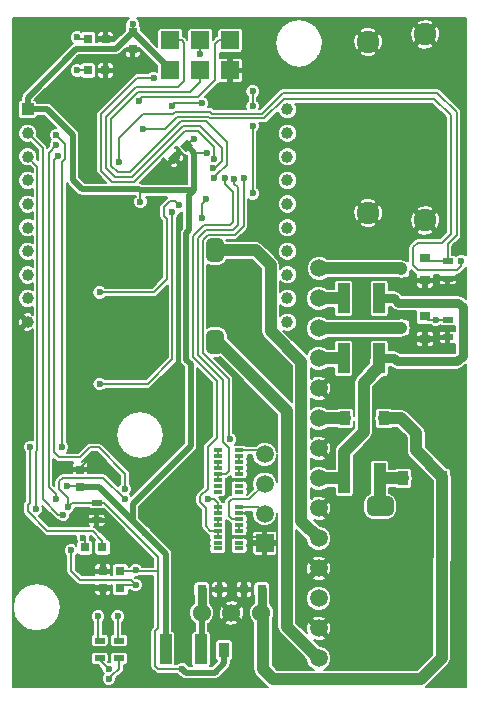
<source format=gbl>
G04 #@! TF.FileFunction,Copper,L2,Bot,Signal*
%FSLAX46Y46*%
G04 Gerber Fmt 4.6, Leading zero omitted, Abs format (unit mm)*
G04 Created by KiCad (PCBNEW 4.0.5+dfsg1-4) date Sat Dec 30 21:31:49 2017*
%MOMM*%
%LPD*%
G01*
G04 APERTURE LIST*
%ADD10C,0.100000*%
%ADD11C,0.600000*%
%ADD12R,0.750000X0.800000*%
%ADD13R,0.800000X0.750000*%
%ADD14R,0.900000X1.200000*%
%ADD15R,1.000000X2.500000*%
%ADD16R,1.524000X1.524000*%
%ADD17R,1.508000X1.508000*%
%ADD18C,1.508000*%
%ADD19C,1.900000*%
%ADD20C,1.500000*%
%ADD21R,0.900000X0.800000*%
%ADD22R,0.900000X0.500000*%
%ADD23R,0.800000X0.300000*%
%ADD24C,1.524000*%
%ADD25R,1.008000X1.008000*%
%ADD26C,1.008000*%
%ADD27C,0.203200*%
%ADD28C,1.016000*%
%ADD29C,0.508000*%
%ADD30C,0.762000*%
G04 APERTURE END LIST*
D10*
D11*
X155321000Y-70358000D03*
X154559000Y-70358000D03*
X159004000Y-70485000D03*
X159893000Y-70485000D03*
X159893000Y-69469000D03*
X159893000Y-68453000D03*
X159893000Y-67564000D03*
X159004000Y-67564000D03*
X155448000Y-67564000D03*
X154559000Y-69342000D03*
X154559000Y-68453000D03*
X155067000Y-105283000D03*
X153289000Y-110109000D03*
X153289000Y-105283000D03*
X165735000Y-104013000D03*
X165735000Y-103124000D03*
X164719000Y-103124000D03*
X164719000Y-104013000D03*
X163703000Y-103124000D03*
X163703000Y-104013000D03*
X162687000Y-104013000D03*
X162687000Y-105029000D03*
X162687000Y-106045000D03*
X162687000Y-107061000D03*
X162179000Y-108077000D03*
X162179000Y-108966000D03*
X162687000Y-109855000D03*
X162687000Y-110871000D03*
X162687000Y-111887000D03*
X162687000Y-112903000D03*
X162687000Y-113919000D03*
X162687000Y-114808000D03*
X161671000Y-114808000D03*
X160655000Y-115697000D03*
X161671000Y-115697000D03*
X162687000Y-115697000D03*
X162687000Y-116586000D03*
X161671000Y-116586000D03*
X160655000Y-116586000D03*
X160655000Y-117475000D03*
X161671000Y-117475000D03*
X162687000Y-117475000D03*
X162687000Y-118364000D03*
X161671000Y-118364000D03*
X160655000Y-118364000D03*
X162687000Y-119253000D03*
X161671000Y-119253000D03*
X160655000Y-119253000D03*
X160655000Y-120142000D03*
X161671000Y-120142000D03*
X162687000Y-120142000D03*
X162687000Y-121031000D03*
X161671000Y-121031000D03*
X160655000Y-121031000D03*
X148844000Y-102108000D03*
X149479000Y-98171000D03*
X148971000Y-97536000D03*
X148844000Y-103124000D03*
X149479000Y-102489000D03*
X149479000Y-101727000D03*
X148844000Y-101092000D03*
X139319000Y-84328000D03*
X140208000Y-83566000D03*
X140208000Y-84328000D03*
X141986000Y-82804000D03*
X141097000Y-82804000D03*
X141097000Y-83566000D03*
X141097000Y-84328000D03*
X141986000Y-84328000D03*
X141986000Y-83566000D03*
X142875000Y-83566000D03*
X142875000Y-84328000D03*
X143764000Y-84328000D03*
X143764000Y-83566000D03*
X164719000Y-82550000D03*
X163703000Y-81534000D03*
X164719000Y-81534000D03*
X163703000Y-80518000D03*
X164719000Y-80518000D03*
X163703000Y-79502000D03*
X164719000Y-79502000D03*
X165735000Y-82550000D03*
X165735000Y-81534000D03*
X165735000Y-80518000D03*
X165735000Y-79502000D03*
X166878000Y-82550000D03*
X166878000Y-81534000D03*
X166878000Y-80518000D03*
X166878000Y-79502000D03*
X167894000Y-82550000D03*
X167894000Y-81534000D03*
X167894000Y-80518000D03*
X167894000Y-79502000D03*
X163703000Y-78486000D03*
X164719000Y-78486000D03*
X165735000Y-78486000D03*
X166878000Y-78486000D03*
X167894000Y-78486000D03*
X163703000Y-77470000D03*
X164719000Y-77470000D03*
X165735000Y-77470000D03*
X166878000Y-77470000D03*
X167894000Y-77470000D03*
X163703000Y-76454000D03*
X164719000Y-76454000D03*
X165735000Y-76454000D03*
X166878000Y-76454000D03*
X167894000Y-76454000D03*
X163703000Y-75438000D03*
X164719000Y-75438000D03*
X165735000Y-75438000D03*
X166878000Y-75438000D03*
X167894000Y-75438000D03*
X168910000Y-75438000D03*
X168910000Y-76454000D03*
X168910000Y-77470000D03*
X168910000Y-78486000D03*
X168910000Y-79502000D03*
X168910000Y-80518000D03*
X168910000Y-81534000D03*
X168910000Y-82550000D03*
X169672000Y-103759000D03*
X168656000Y-102870000D03*
X169672000Y-102870000D03*
X168656000Y-101854000D03*
X169672000Y-101854000D03*
X167640000Y-100965000D03*
X168656000Y-100965000D03*
X169672000Y-100965000D03*
X166624000Y-99949000D03*
X167640000Y-99949000D03*
X168656000Y-99949000D03*
X169672000Y-99949000D03*
X169672000Y-99060000D03*
X168656000Y-99060000D03*
X167640000Y-99060000D03*
X166624000Y-99060000D03*
X165608000Y-99060000D03*
X164592000Y-99060000D03*
X164592000Y-98171000D03*
X165608000Y-98171000D03*
X166624000Y-98171000D03*
X167640000Y-98171000D03*
X168656000Y-98171000D03*
X169672000Y-98171000D03*
X165608000Y-97282000D03*
X166624000Y-97282000D03*
X167640000Y-97282000D03*
X168656000Y-97282000D03*
X169672000Y-97282000D03*
X147828000Y-107061000D03*
X147828000Y-107950000D03*
X147828000Y-108966000D03*
X147828000Y-109982000D03*
X147828000Y-110871000D03*
X151765000Y-122555000D03*
X152781000Y-122555000D03*
X152781000Y-123444000D03*
X151765000Y-123444000D03*
X150749000Y-123444000D03*
X149733000Y-123444000D03*
X148717000Y-123444000D03*
X147701000Y-123444000D03*
X133731000Y-122682000D03*
X134620000Y-122682000D03*
X135509000Y-122682000D03*
X133731000Y-121920000D03*
X133731000Y-121031000D03*
X135509000Y-121920000D03*
X134620000Y-121920000D03*
X134620000Y-121031000D03*
X135509000Y-121031000D03*
X133731000Y-120142000D03*
X134620000Y-120142000D03*
X135509000Y-120142000D03*
X135509000Y-119253000D03*
X134620000Y-119253000D03*
X133731000Y-119253000D03*
X167640000Y-111633000D03*
X167640000Y-115316000D03*
X167640000Y-113538000D03*
X167640000Y-112649000D03*
X167640000Y-114427000D03*
X167640000Y-108839000D03*
X167640000Y-107823000D03*
X167640000Y-110744000D03*
X167640000Y-109728000D03*
X167640000Y-119126000D03*
X167640000Y-118237000D03*
X167640000Y-120142000D03*
X167640000Y-116332000D03*
X167640000Y-117221000D03*
X167640000Y-121031000D03*
X166751000Y-111633000D03*
X166751000Y-115316000D03*
X166751000Y-113538000D03*
X166751000Y-112649000D03*
X166751000Y-114427000D03*
X166751000Y-108839000D03*
X166751000Y-107823000D03*
X166751000Y-110744000D03*
X166751000Y-109728000D03*
X166751000Y-119126000D03*
X166751000Y-118237000D03*
X166751000Y-120142000D03*
X166751000Y-116332000D03*
X166751000Y-117221000D03*
X166751000Y-121031000D03*
X166751000Y-121920000D03*
X165862000Y-111633000D03*
X165862000Y-115316000D03*
X165862000Y-113538000D03*
X165862000Y-112649000D03*
X165862000Y-114427000D03*
X165862000Y-108839000D03*
X165862000Y-107823000D03*
X165862000Y-110744000D03*
X165862000Y-109728000D03*
X165862000Y-119126000D03*
X165862000Y-118237000D03*
X165862000Y-120142000D03*
X165862000Y-116332000D03*
X165862000Y-117221000D03*
X165862000Y-121031000D03*
X165862000Y-121920000D03*
X170688000Y-103759000D03*
X170688000Y-102870000D03*
X170688000Y-105664000D03*
X170688000Y-104775000D03*
X170688000Y-106680000D03*
X170688000Y-107569000D03*
X170688000Y-110363000D03*
X170688000Y-108458000D03*
X170688000Y-109347000D03*
X170688000Y-111252000D03*
X170688000Y-98171000D03*
X170688000Y-99187000D03*
X170688000Y-100965000D03*
X170688000Y-97282000D03*
X170688000Y-101854000D03*
X170688000Y-100076000D03*
X170688000Y-113157000D03*
X170688000Y-118745000D03*
X170688000Y-115062000D03*
X170688000Y-115951000D03*
X170688000Y-117856000D03*
X170688000Y-114173000D03*
X170688000Y-112268000D03*
X170688000Y-116840000D03*
X170688000Y-120650000D03*
X170688000Y-119761000D03*
X170688000Y-122555000D03*
X170688000Y-121666000D03*
X170688000Y-123444000D03*
X154432000Y-73279000D03*
X138557000Y-70485000D03*
X139446000Y-70485000D03*
X140335000Y-70485000D03*
X141351000Y-70485000D03*
X154559000Y-67564000D03*
X151638000Y-67564000D03*
X150749000Y-67564000D03*
X149860000Y-67564000D03*
X148971000Y-67564000D03*
X148082000Y-67564000D03*
X147193000Y-67564000D03*
X146304000Y-67564000D03*
X145415000Y-67564000D03*
X144526000Y-67564000D03*
X145669000Y-80518000D03*
X141605000Y-111125000D03*
X142494000Y-111125000D03*
X142494000Y-112014000D03*
X144272000Y-112903000D03*
X143383000Y-112014000D03*
X143383000Y-112903000D03*
X136271000Y-114173000D03*
X136271000Y-114935000D03*
X137033000Y-115697000D03*
X137033000Y-114935000D03*
X137033000Y-114173000D03*
X145796000Y-99568000D03*
X144907000Y-99568000D03*
X144018000Y-99568000D03*
X143256000Y-99568000D03*
X142494000Y-99568000D03*
X142494000Y-98679000D03*
X143256000Y-98679000D03*
X144018000Y-98679000D03*
X144907000Y-98679000D03*
X145796000Y-98679000D03*
X145796000Y-97790000D03*
X144018000Y-97409000D03*
X143129000Y-97409000D03*
X142240000Y-97409000D03*
X142240000Y-96647000D03*
X143129000Y-96647000D03*
X144018000Y-96647000D03*
X144018000Y-95758000D03*
X143129000Y-95758000D03*
X142240000Y-95758000D03*
X145034000Y-93853000D03*
X145796000Y-94615000D03*
X145796000Y-93853000D03*
X145796000Y-92964000D03*
X145796000Y-92075000D03*
X145796000Y-91186000D03*
X155067000Y-100838000D03*
X154178000Y-100838000D03*
X154178000Y-100076000D03*
X153289000Y-100076000D03*
X152400000Y-100076000D03*
X156337000Y-97917000D03*
X156337000Y-96901000D03*
X155448000Y-96901000D03*
X155448000Y-95885000D03*
X154432000Y-95885000D03*
X154432000Y-94869000D03*
X153543000Y-92456000D03*
X152781000Y-92456000D03*
X152019000Y-92456000D03*
X151257000Y-92456000D03*
X149733000Y-92456000D03*
X150495000Y-92456000D03*
X150495000Y-91440000D03*
X149733000Y-91440000D03*
X149733000Y-90424000D03*
X149733000Y-89535000D03*
X150495000Y-90424000D03*
X150495000Y-89535000D03*
X150495000Y-88646000D03*
X149733000Y-88646000D03*
X145034000Y-92964000D03*
X144145000Y-92964000D03*
X144145000Y-92075000D03*
X145034000Y-92075000D03*
X145034000Y-91186000D03*
X144145000Y-91186000D03*
X144145000Y-89535000D03*
X144145000Y-88646000D03*
X145034000Y-88646000D03*
X145034000Y-87757000D03*
X144145000Y-87757000D03*
X144145000Y-86868000D03*
X145034000Y-86868000D03*
X145034000Y-85979000D03*
X144145000Y-85979000D03*
X143256000Y-85979000D03*
X138684000Y-117729000D03*
X144399000Y-121031000D03*
X144399000Y-121793000D03*
X139827000Y-122301000D03*
X149860000Y-86233000D03*
X149860000Y-86741000D03*
X149860000Y-87249000D03*
X150368000Y-87249000D03*
X150368000Y-86233000D03*
X150368000Y-86741000D03*
X149860000Y-94996000D03*
X149860000Y-93980000D03*
X149860000Y-94488000D03*
X150368000Y-94488000D03*
X150368000Y-94996000D03*
X150368000Y-93980000D03*
X164719000Y-108712000D03*
X164084000Y-108712000D03*
X163449000Y-108712000D03*
X163449000Y-108077000D03*
X164719000Y-108077000D03*
X164084000Y-108077000D03*
X166370000Y-89535000D03*
X166370000Y-90297000D03*
X167132000Y-90297000D03*
X170180000Y-90297000D03*
X169418000Y-90297000D03*
X168656000Y-90297000D03*
X167894000Y-90297000D03*
X166370000Y-94488000D03*
X166370000Y-95250000D03*
X167132000Y-95250000D03*
X170180000Y-95250000D03*
X169418000Y-95250000D03*
X168656000Y-95250000D03*
D12*
X138684000Y-106795000D03*
X138684000Y-105295000D03*
D13*
X140601000Y-115316000D03*
X142101000Y-115316000D03*
X142101000Y-113919000D03*
X140601000Y-113919000D03*
X139077000Y-111887000D03*
X140577000Y-111887000D03*
D10*
G36*
X146658018Y-78363652D02*
X147188348Y-78893982D01*
X146622662Y-79459668D01*
X146092332Y-78929338D01*
X146658018Y-78363652D01*
X146658018Y-78363652D01*
G37*
G36*
X147718678Y-77302992D02*
X148249008Y-77833322D01*
X147683322Y-78399008D01*
X147152992Y-77868678D01*
X147718678Y-77302992D01*
X147718678Y-77302992D01*
G37*
D13*
X152551000Y-115443000D03*
X154051000Y-115443000D03*
X150471000Y-115443000D03*
X148971000Y-115443000D03*
D12*
X143129000Y-68211000D03*
X143129000Y-69711000D03*
D13*
X139343000Y-68834000D03*
X140843000Y-68834000D03*
X139331000Y-71501000D03*
X140831000Y-71501000D03*
D14*
X169352500Y-106045000D03*
X166052500Y-106045000D03*
X154176000Y-120586500D03*
X150876000Y-120586500D03*
X164400500Y-100965000D03*
X161100500Y-100965000D03*
D15*
X164036000Y-106045000D03*
X161036000Y-106045000D03*
X148923000Y-120523000D03*
X145923000Y-120523000D03*
X160996500Y-95885000D03*
X163996500Y-95885000D03*
X160996500Y-90805000D03*
X163996500Y-90805000D03*
D16*
X146304000Y-71501000D03*
X148844000Y-71501000D03*
X148844000Y-68961000D03*
X146304000Y-68961000D03*
X151384000Y-71501000D03*
X151384000Y-68961000D03*
D17*
X154305000Y-111513000D03*
D18*
X154305000Y-109013000D03*
X154305000Y-106513000D03*
X154305000Y-104013000D03*
D19*
X167894000Y-68453000D03*
X163068000Y-69088000D03*
X163068000Y-83566000D03*
X167894000Y-84201000D03*
D20*
X158877000Y-116205000D03*
X158877000Y-118745000D03*
X158877000Y-121285000D03*
X158877000Y-113665000D03*
X158877000Y-108585000D03*
X158877000Y-111125000D03*
X158877000Y-95885000D03*
X158877000Y-93345000D03*
X158877000Y-98425000D03*
X158877000Y-106045000D03*
X158877000Y-100965000D03*
X158877000Y-103505000D03*
X158877000Y-90805000D03*
X158940500Y-88265000D03*
D21*
X167894000Y-92329000D03*
X167894000Y-94229000D03*
X165894000Y-93279000D03*
X167894000Y-87381000D03*
X167894000Y-89281000D03*
X165894000Y-88331000D03*
D22*
X140081000Y-108101000D03*
X140081000Y-109601000D03*
X140335000Y-121273000D03*
X140335000Y-119773000D03*
X141986000Y-121285000D03*
X141986000Y-119785000D03*
D23*
X152146000Y-108466000D03*
X150346000Y-108466000D03*
X152146000Y-111966000D03*
X150346000Y-111966000D03*
X152146000Y-108966000D03*
X152146000Y-109466000D03*
X152146000Y-109966000D03*
X152146000Y-110466000D03*
X152146000Y-110966000D03*
X152146000Y-111466000D03*
X150346000Y-108966000D03*
X150346000Y-109466000D03*
X150346000Y-109966000D03*
X150346000Y-110966000D03*
X150346000Y-110466000D03*
X150346000Y-111466000D03*
X152146000Y-103660000D03*
X150346000Y-103660000D03*
X152146000Y-107160000D03*
X150346000Y-107160000D03*
X152146000Y-104160000D03*
X152146000Y-104660000D03*
X152146000Y-105160000D03*
X152146000Y-105660000D03*
X152146000Y-106160000D03*
X152146000Y-106660000D03*
X150346000Y-104160000D03*
X150346000Y-104660000D03*
X150346000Y-105160000D03*
X150346000Y-106160000D03*
X150346000Y-105660000D03*
X150346000Y-106660000D03*
D22*
X169799000Y-92595000D03*
X169799000Y-94095000D03*
X169799000Y-87642000D03*
X169799000Y-89142000D03*
D24*
X148971000Y-117411500D03*
X151501000Y-117431500D03*
X154041000Y-117431500D03*
D11*
X167894000Y-95250000D03*
D25*
X134239000Y-74803000D03*
D26*
X134239000Y-76803000D03*
X134239000Y-78812000D03*
X134239000Y-80812000D03*
X134239000Y-82812000D03*
X134239000Y-84812000D03*
X134239000Y-86812000D03*
X134239000Y-88812000D03*
X134239000Y-90803000D03*
X134239000Y-92803000D03*
X156239000Y-74803000D03*
X156239000Y-76803000D03*
X156239000Y-78803000D03*
X156239000Y-80812000D03*
X156239000Y-82803000D03*
X156239000Y-84812000D03*
X156239000Y-86803000D03*
X156239000Y-88803000D03*
X156239000Y-90803000D03*
X156239000Y-92803000D03*
D11*
X142875000Y-82550000D03*
X144526000Y-68453000D03*
X139827000Y-104013000D03*
X134462810Y-103378000D03*
X143653541Y-74057541D03*
X136652000Y-76962000D03*
X137160000Y-103378000D03*
X143792362Y-82626516D03*
X143010150Y-81559518D03*
X148311289Y-77312810D03*
X149384906Y-78455810D03*
X143129000Y-67564000D03*
X137541000Y-106680000D03*
X144145000Y-110642038D03*
X149992178Y-80570714D03*
X149913036Y-79771411D03*
X149999551Y-78972880D03*
X148844000Y-70104000D03*
X144907000Y-72136000D03*
X136652000Y-77851000D03*
X136652000Y-107823000D03*
X136779000Y-78740000D03*
X142494000Y-106934000D03*
X146442448Y-74473731D03*
X148971000Y-74295000D03*
X149479000Y-107823000D03*
X151384000Y-102743000D03*
X152527000Y-80645000D03*
X150920611Y-80644731D03*
X151723805Y-80650039D03*
X140208000Y-117729000D03*
X141859000Y-117729000D03*
X141097000Y-122174000D03*
X141120863Y-123005469D03*
X140335000Y-98044000D03*
X146498044Y-83498956D03*
X140335000Y-90297000D03*
X147066000Y-82931000D03*
X149352000Y-82387241D03*
X149043467Y-84003263D03*
X137261451Y-109136534D03*
X134957147Y-108645178D03*
X137668000Y-108443810D03*
X142470383Y-107821466D03*
X147320000Y-122174000D03*
X143383000Y-113792000D03*
X137922000Y-112141000D03*
X143383000Y-115062000D03*
X138937078Y-111094810D03*
X138430000Y-68707000D03*
X138430000Y-71501000D03*
X170942000Y-87630000D03*
X168783000Y-92595000D03*
X144009709Y-76428125D03*
X141986000Y-79248000D03*
X153289000Y-81915000D03*
X153289000Y-76200000D03*
X153289000Y-74549000D03*
X153289000Y-73279000D03*
D27*
X152146000Y-110966000D02*
X153758000Y-110966000D01*
X153758000Y-110966000D02*
X154305000Y-111513000D01*
X138684000Y-105156000D02*
X139827000Y-104013000D01*
X138684000Y-105295000D02*
X138684000Y-105156000D01*
X169799000Y-89142000D02*
X168033000Y-89142000D01*
X168033000Y-89142000D02*
X167894000Y-89281000D01*
X169799000Y-94095000D02*
X168028000Y-94095000D01*
X168028000Y-94095000D02*
X167894000Y-94229000D01*
X134462810Y-103802264D02*
X134462810Y-103378000D01*
X134462810Y-108107190D02*
X134462810Y-103802264D01*
X140577000Y-111887000D02*
X140577000Y-111308800D01*
X140577000Y-111308800D02*
X139758200Y-110490000D01*
X139758200Y-110490000D02*
X135890000Y-110490000D01*
X134239000Y-108839000D02*
X134239000Y-108331000D01*
X135890000Y-110490000D02*
X134239000Y-108839000D01*
X134239000Y-108331000D02*
X134462810Y-108107190D01*
X143970081Y-73741001D02*
X143953540Y-73757542D01*
X150114000Y-69265800D02*
X150114000Y-72303642D01*
X150114000Y-72303642D02*
X148676641Y-73741001D01*
X151384000Y-68961000D02*
X150418800Y-68961000D01*
X148676641Y-73741001D02*
X143970081Y-73741001D01*
X150418800Y-68961000D02*
X150114000Y-69265800D01*
X143953540Y-73757542D02*
X143653541Y-74057541D01*
X136652000Y-76962000D02*
X137414000Y-77724000D01*
X137414000Y-77724000D02*
X137414000Y-78994000D01*
X137414000Y-78994000D02*
X137160000Y-79248000D01*
X137160000Y-79248000D02*
X137160000Y-103378000D01*
D28*
X164036000Y-106045000D02*
X164036000Y-108029000D01*
X164036000Y-108029000D02*
X164084000Y-108077000D01*
X164719000Y-108712000D02*
X164719000Y-108077000D01*
X164084000Y-108712000D02*
X164719000Y-108712000D01*
X163449000Y-108712000D02*
X164084000Y-108712000D01*
X163449000Y-108712000D02*
X163449000Y-108077000D01*
X164084000Y-108077000D02*
X164719000Y-108077000D01*
X163449000Y-108077000D02*
X164084000Y-108077000D01*
X164036000Y-106045000D02*
X166052500Y-106045000D01*
D29*
X143764000Y-81661000D02*
X143662518Y-81559518D01*
X142585886Y-81559518D02*
X143010150Y-81559518D01*
X138049000Y-76962000D02*
X138049000Y-80772000D01*
X135890000Y-74803000D02*
X138049000Y-76962000D01*
X134239000Y-74803000D02*
X135890000Y-74803000D01*
X143434414Y-81559518D02*
X143010150Y-81559518D01*
X138049000Y-80772000D02*
X138836518Y-81559518D01*
X138836518Y-81559518D02*
X142585886Y-81559518D01*
D27*
X143792362Y-82202252D02*
X143792362Y-82626516D01*
X143792362Y-81689362D02*
X143792362Y-82202252D01*
X143764000Y-81661000D02*
X143792362Y-81689362D01*
D29*
X143662518Y-81559518D02*
X143434414Y-81559518D01*
X148031189Y-96370467D02*
X148031189Y-103292896D01*
X147675559Y-96014837D02*
X148031189Y-96370467D01*
X147675559Y-85274413D02*
X147675559Y-96014837D01*
X148324000Y-81661000D02*
X147904189Y-82080811D01*
X147904189Y-85045783D02*
X147675559Y-85274413D01*
X148031189Y-103292896D02*
X143129000Y-108195085D01*
X143129000Y-108195085D02*
X143129000Y-109626038D01*
X147904189Y-82080811D02*
X147904189Y-85045783D01*
D27*
X147701000Y-77851000D02*
X148239190Y-77312810D01*
X148239190Y-77312810D02*
X148311289Y-77312810D01*
X148342190Y-78455810D02*
X148960642Y-78455810D01*
X148960642Y-78455810D02*
X149384906Y-78455810D01*
X148324000Y-78474000D02*
X148342190Y-78455810D01*
D29*
X143764000Y-81661000D02*
X148324000Y-81661000D01*
X148324000Y-81407000D02*
X148324000Y-81661000D01*
X148324000Y-79496000D02*
X148324000Y-81407000D01*
D27*
X148278001Y-81361001D02*
X148324000Y-81407000D01*
D29*
X147701000Y-77851000D02*
X148324000Y-78474000D01*
X148324000Y-78474000D02*
X148324000Y-79496000D01*
X146304000Y-71501000D02*
X146304000Y-71386000D01*
X146304000Y-71386000D02*
X143129000Y-68211000D01*
X134239000Y-74803000D02*
X134239000Y-73791000D01*
X134239000Y-73791000D02*
X138363799Y-69666201D01*
X138363799Y-69666201D02*
X141698799Y-69666201D01*
X141698799Y-69666201D02*
X143129000Y-68236000D01*
D27*
X143129000Y-68211000D02*
X143129000Y-67564000D01*
D29*
X144145000Y-110642038D02*
X143129000Y-109626038D01*
X143129000Y-109626038D02*
X140297962Y-106795000D01*
D27*
X137541000Y-106680000D02*
X138569000Y-106680000D01*
X138569000Y-106680000D02*
X138684000Y-106795000D01*
D29*
X145923000Y-112420038D02*
X144246962Y-110744000D01*
X144246962Y-110744000D02*
X144145000Y-110642038D01*
X145923000Y-120523000D02*
X145923000Y-112420038D01*
X140297962Y-106795000D02*
X139567000Y-106795000D01*
X139567000Y-106795000D02*
X138684000Y-106795000D01*
D27*
X148005789Y-73304411D02*
X143551339Y-73304411D01*
X150292177Y-80270715D02*
X149992178Y-80570714D01*
X151085660Y-79477232D02*
X150292177Y-80270715D01*
X141859000Y-80137000D02*
X142875000Y-80137000D01*
X149352000Y-75819000D02*
X151085660Y-77552660D01*
X148844000Y-72466200D02*
X148005789Y-73304411D01*
X143551339Y-73304411D02*
X141274822Y-75580928D01*
X141274822Y-75580928D02*
X141274822Y-79552822D01*
X151085660Y-77552660D02*
X151085660Y-79477232D01*
X141274822Y-79552822D02*
X141859000Y-80137000D01*
X142875000Y-80137000D02*
X147192999Y-75819000D01*
X148844000Y-71501000D02*
X148844000Y-72466200D01*
X147192999Y-75819000D02*
X149352000Y-75819000D01*
X150679249Y-79179109D02*
X150086947Y-79771411D01*
X148802660Y-76225411D02*
X150679249Y-78102000D01*
X147361339Y-76225411D02*
X148802660Y-76225411D01*
X143383000Y-72898000D02*
X140868411Y-75412589D01*
X143038444Y-80548306D02*
X147361339Y-76225411D01*
X141635306Y-80548306D02*
X143038444Y-80548306D01*
X140868411Y-75412589D02*
X140868411Y-79781411D01*
X146304000Y-68961000D02*
X147269200Y-68961000D01*
X147447000Y-72430642D02*
X146979642Y-72898000D01*
X147269200Y-68961000D02*
X147447000Y-69138800D01*
X147447000Y-69138800D02*
X147447000Y-72430642D01*
X150679249Y-78102000D02*
X150679249Y-79179109D01*
X140868411Y-79781411D02*
X141635306Y-80548306D01*
X146979642Y-72898000D02*
X143383000Y-72898000D01*
X150086947Y-79771411D02*
X149913036Y-79771411D01*
X143510000Y-72136000D02*
X140462000Y-75184000D01*
X149999551Y-77997053D02*
X149999551Y-78548616D01*
X149999551Y-78548616D02*
X149999551Y-78972880D01*
X147529679Y-76631822D02*
X148634320Y-76631822D01*
X148634320Y-76631822D02*
X149999551Y-77997053D01*
X144907000Y-72136000D02*
X143510000Y-72136000D01*
X140462000Y-75184000D02*
X140462000Y-80010000D01*
X140462000Y-80010000D02*
X141406717Y-80954717D01*
X141406717Y-80954717D02*
X143206784Y-80954717D01*
X143206784Y-80954717D02*
X147529679Y-76631822D01*
X148844000Y-70104000D02*
X148844000Y-68961000D01*
X136017000Y-78486000D02*
X136652000Y-77851000D01*
X136017000Y-99949000D02*
X136017000Y-78486000D01*
X136017000Y-104775000D02*
X136017000Y-99949000D01*
X136017000Y-106763736D02*
X136017000Y-104775000D01*
X136652000Y-107823000D02*
X136652000Y-107398736D01*
X136652000Y-107398736D02*
X136017000Y-106763736D01*
X136479001Y-103840001D02*
X136479001Y-79039999D01*
X136906000Y-104267000D02*
X136479001Y-103840001D01*
X136479001Y-79039999D02*
X136779000Y-78740000D01*
X142494000Y-105657892D02*
X140244306Y-103408198D01*
X139536694Y-103408198D02*
X138677892Y-104267000D01*
X142494000Y-106934000D02*
X142494000Y-105657892D01*
X138677892Y-104267000D02*
X136906000Y-104267000D01*
X140244306Y-103408198D02*
X139536694Y-103408198D01*
X148971000Y-74295000D02*
X146621179Y-74295000D01*
X146621179Y-74295000D02*
X146442448Y-74473731D01*
X152146000Y-108466000D02*
X153758000Y-108466000D01*
X153758000Y-108466000D02*
X154305000Y-109013000D01*
X151511000Y-107823000D02*
X152995000Y-107823000D01*
X152995000Y-107823000D02*
X154305000Y-106513000D01*
X151257000Y-108077000D02*
X151511000Y-107823000D01*
X151257000Y-109180200D02*
X151257000Y-108077000D01*
X152146000Y-109466000D02*
X151542800Y-109466000D01*
X151542800Y-109466000D02*
X151257000Y-109180200D01*
X152146000Y-103660000D02*
X153952000Y-103660000D01*
X153952000Y-103660000D02*
X154305000Y-104013000D01*
X150056200Y-107823000D02*
X149479000Y-107823000D01*
X150346000Y-108466000D02*
X150346000Y-108112800D01*
X150346000Y-108112800D02*
X150056200Y-107823000D01*
X150346000Y-108966000D02*
X150346000Y-108466000D01*
X151257000Y-97656500D02*
X151257000Y-102616000D01*
X151257000Y-102616000D02*
X151384000Y-102743000D01*
X149047191Y-85909311D02*
X149047191Y-95446691D01*
X151755561Y-85420190D02*
X149469560Y-85420190D01*
X149469560Y-85420190D02*
X149148822Y-85740928D01*
X149148822Y-85807680D02*
X149047191Y-85909311D01*
X149148822Y-85740928D02*
X149148822Y-85807680D01*
X152527000Y-84648750D02*
X151755561Y-85420190D01*
X152527000Y-80645000D02*
X152527000Y-84648750D01*
X149047191Y-95446691D02*
X151257000Y-97656500D01*
X150241000Y-97790000D02*
X150241000Y-102616000D01*
X150346000Y-110466000D02*
X149709000Y-110466000D01*
X148844000Y-108077000D02*
X148844000Y-107569000D01*
X149479000Y-106934000D02*
X149479000Y-103384106D01*
X149709000Y-110466000D02*
X149352000Y-110109000D01*
X149352000Y-110109000D02*
X149352000Y-108585000D01*
X150083801Y-102773199D02*
X150241000Y-102616000D01*
X149352000Y-108585000D02*
X148844000Y-108077000D01*
X150083801Y-102779305D02*
X150083801Y-102773199D01*
X148844000Y-107569000D02*
X149479000Y-106934000D01*
X149479000Y-103384106D02*
X150083801Y-102779305D01*
X150346000Y-110466000D02*
X150346000Y-110966000D01*
X148234369Y-95783369D02*
X150241000Y-97790000D01*
X148234369Y-85572632D02*
X148234369Y-95783369D01*
X148336000Y-85471001D02*
X148234369Y-85572632D01*
X149132880Y-84607370D02*
X148336000Y-85404250D01*
X148336000Y-85404250D02*
X148336000Y-85471001D01*
X151358630Y-84607370D02*
X149132880Y-84607370D01*
X151638000Y-84328000D02*
X151358630Y-84607370D01*
X151638000Y-81786384D02*
X151638000Y-84328000D01*
X150920611Y-80644731D02*
X150920611Y-81068995D01*
X150920611Y-81068995D02*
X151638000Y-81786384D01*
X151257000Y-105410000D02*
X151007000Y-105660000D01*
X151007000Y-105660000D02*
X150346000Y-105660000D01*
X151257000Y-103505000D02*
X151257000Y-105410000D01*
X150749000Y-97723250D02*
X150749000Y-102997000D01*
X150749000Y-102997000D02*
X151257000Y-103505000D01*
X150346000Y-106160000D02*
X150346000Y-105660000D01*
X148640780Y-95615030D02*
X150749000Y-97723250D01*
X152044411Y-81394909D02*
X152044411Y-84556589D01*
X149301221Y-85013779D02*
X148742411Y-85572589D01*
X151587221Y-85013779D02*
X149301221Y-85013779D01*
X148640780Y-85740971D02*
X148640780Y-95615030D01*
X152044411Y-84556589D02*
X151587221Y-85013779D01*
X151723805Y-80650039D02*
X151723805Y-81074303D01*
X148742411Y-85572589D02*
X148742411Y-85639340D01*
X151723805Y-81074303D02*
X152044411Y-81394909D01*
X148742411Y-85639340D02*
X148640780Y-85740971D01*
X140208000Y-117729000D02*
X140208000Y-119646000D01*
X140208000Y-119646000D02*
X140335000Y-119773000D01*
X141859000Y-117729000D02*
X141859000Y-119658000D01*
X141859000Y-119658000D02*
X141986000Y-119785000D01*
X140335000Y-121273000D02*
X140335000Y-121412000D01*
X140335000Y-121412000D02*
X141097000Y-122174000D01*
X141986000Y-121285000D02*
X141986000Y-122140332D01*
X141420862Y-122705470D02*
X141120863Y-123005469D01*
X141986000Y-122140332D02*
X141420862Y-122705470D01*
X146498044Y-95944956D02*
X144399000Y-98044000D01*
X144399000Y-98044000D02*
X140335000Y-98044000D01*
X146498044Y-83498956D02*
X146498044Y-95944956D01*
X147066000Y-82931000D02*
X146685000Y-82550000D01*
X146304000Y-82550000D02*
X145796000Y-83058000D01*
X146685000Y-82550000D02*
X146304000Y-82550000D01*
X145796000Y-83058000D02*
X145796000Y-83820000D01*
X145796000Y-83820000D02*
X146050000Y-84074000D01*
X146050000Y-84074000D02*
X146050000Y-89154000D01*
X146050000Y-89154000D02*
X144907000Y-90297000D01*
X144907000Y-90297000D02*
X140335000Y-90297000D01*
X149043467Y-84003263D02*
X149043467Y-82695774D01*
X149043467Y-82695774D02*
X149052001Y-82687240D01*
X149052001Y-82687240D02*
X149352000Y-82387241D01*
D28*
X158127001Y-120535001D02*
X158877000Y-121285000D01*
X156176612Y-100296612D02*
X156176612Y-118584612D01*
X150368000Y-94488000D02*
X156176612Y-100296612D01*
X156176612Y-118584612D02*
X158127001Y-120535001D01*
X149860000Y-93980000D02*
X149860000Y-94488000D01*
X149860000Y-94488000D02*
X149860000Y-94996000D01*
X150368000Y-94488000D02*
X150368000Y-94996000D01*
X150368000Y-93980000D02*
X150368000Y-94488000D01*
X149860000Y-94996000D02*
X150368000Y-94996000D01*
X149860000Y-93980000D02*
X150368000Y-93980000D01*
X150368000Y-86741000D02*
X153543000Y-86741000D01*
X153543000Y-86741000D02*
X154813000Y-88011000D01*
X154813000Y-88011000D02*
X154813000Y-93599000D01*
X154813000Y-93599000D02*
X157415799Y-96201799D01*
X157415799Y-96201799D02*
X157415799Y-109663799D01*
X157415799Y-109663799D02*
X158877000Y-111125000D01*
X149860000Y-86233000D02*
X149860000Y-86741000D01*
X150368000Y-86233000D02*
X150368000Y-86741000D01*
X150368000Y-86741000D02*
X150368000Y-87249000D01*
X149860000Y-86741000D02*
X149860000Y-87249000D01*
X149860000Y-87249000D02*
X150368000Y-87249000D01*
X149860000Y-86233000D02*
X150368000Y-86233000D01*
D27*
X134239000Y-76803000D02*
X135509000Y-78073000D01*
X136837187Y-109136534D02*
X137261451Y-109136534D01*
X135509000Y-107808347D02*
X136837187Y-109136534D01*
X135509000Y-78073000D02*
X135509000Y-107808347D01*
X134239000Y-78812000D02*
X135067612Y-79640612D01*
X135067612Y-79640612D02*
X135067612Y-103668306D01*
X135067612Y-103668306D02*
X134957147Y-103778771D01*
X134957147Y-103778771D02*
X134957147Y-108220914D01*
X134957147Y-108220914D02*
X134957147Y-108645178D01*
X136906000Y-106299000D02*
X136906000Y-106927894D01*
X140648718Y-105999801D02*
X137205199Y-105999801D01*
X140081000Y-108101000D02*
X138010810Y-108101000D01*
X138010810Y-108101000D02*
X137967999Y-108143811D01*
X136906000Y-106927894D02*
X137668000Y-107689894D01*
X137967999Y-108143811D02*
X137668000Y-108443810D01*
X137205199Y-105999801D02*
X136906000Y-106299000D01*
X142470383Y-107821466D02*
X140648718Y-105999801D01*
X137668000Y-108019546D02*
X137668000Y-108443810D01*
X137668000Y-107689894D02*
X137668000Y-108019546D01*
D29*
X150876000Y-120586500D02*
X150876000Y-121694500D01*
X150096501Y-122473999D02*
X147619999Y-122473999D01*
X150876000Y-121694500D02*
X150096501Y-122473999D01*
X147619999Y-122473999D02*
X147320000Y-122174000D01*
D27*
X146812000Y-122174000D02*
X146939000Y-122174000D01*
X145275358Y-122174000D02*
X146812000Y-122174000D01*
X146812000Y-122174000D02*
X147320000Y-122174000D01*
X143383000Y-113919000D02*
X145288000Y-113919000D01*
X142704200Y-113919000D02*
X143383000Y-113919000D01*
X143383000Y-113919000D02*
X143383000Y-113792000D01*
X145288000Y-112654800D02*
X145288000Y-113919000D01*
X145288000Y-113919000D02*
X145288000Y-118745000D01*
X142101000Y-113919000D02*
X142704200Y-113919000D01*
X145034000Y-118999000D02*
X145034000Y-121932642D01*
X145034000Y-121932642D02*
X145275358Y-122174000D01*
X145288000Y-118745000D02*
X145034000Y-118999000D01*
X140081000Y-108101000D02*
X140734200Y-108101000D01*
X140734200Y-108101000D02*
X145288000Y-112654800D01*
D28*
X158877000Y-100965000D02*
X161100500Y-100965000D01*
D27*
X138639199Y-114636199D02*
X137922000Y-113919000D01*
X137922000Y-113919000D02*
X137922000Y-112141000D01*
X143383000Y-115062000D02*
X142957199Y-114636199D01*
X142957199Y-114636199D02*
X138639199Y-114636199D01*
X143383000Y-115062000D02*
X142355000Y-115062000D01*
X142355000Y-115062000D02*
X142101000Y-115316000D01*
X139077000Y-111234732D02*
X138937078Y-111094810D01*
X139077000Y-111887000D02*
X139077000Y-111234732D01*
D30*
X154051000Y-115443000D02*
X154051000Y-117421500D01*
X154051000Y-117421500D02*
X154041000Y-117431500D01*
D28*
X154176000Y-120586500D02*
X154176000Y-117566500D01*
X154176000Y-117566500D02*
X154041000Y-117431500D01*
X169352500Y-106045000D02*
X169352500Y-112878098D01*
X169352500Y-112878098D02*
X169291000Y-112939598D01*
X169291000Y-112939598D02*
X169291000Y-121285000D01*
X155036500Y-123063000D02*
X154176000Y-122202500D01*
X169291000Y-121285000D02*
X167513000Y-123063000D01*
X167513000Y-123063000D02*
X155036500Y-123063000D01*
X154176000Y-122202500D02*
X154176000Y-120586500D01*
X169352500Y-106045000D02*
X169352500Y-105895000D01*
X169352500Y-105895000D02*
X167132000Y-103674500D01*
X167132000Y-103674500D02*
X167132000Y-102230500D01*
X167132000Y-102230500D02*
X165866500Y-100965000D01*
X165866500Y-100965000D02*
X164400500Y-100965000D01*
D29*
X148971000Y-117411500D02*
X148971000Y-120475000D01*
X148971000Y-120475000D02*
X148923000Y-120523000D01*
D30*
X148971000Y-115443000D02*
X148971000Y-117411500D01*
D27*
X139343000Y-68834000D02*
X138557000Y-68834000D01*
X138557000Y-68834000D02*
X138430000Y-68707000D01*
X138430000Y-71501000D02*
X139331000Y-71501000D01*
D30*
X171069000Y-91567000D02*
X171069000Y-95669618D01*
X170604417Y-96134201D02*
X165507701Y-96134201D01*
X171069000Y-95669618D02*
X170604417Y-96134201D01*
X165507701Y-96134201D02*
X165258500Y-95885000D01*
X165258500Y-95885000D02*
X163996500Y-95885000D01*
X170688000Y-91186000D02*
X171069000Y-91567000D01*
X165639500Y-91186000D02*
X170688000Y-91186000D01*
X163996500Y-90805000D02*
X165258500Y-90805000D01*
X165258500Y-90805000D02*
X165639500Y-91186000D01*
D28*
X162687000Y-97944500D02*
X162687000Y-102128000D01*
X162687000Y-102128000D02*
X161036000Y-103779000D01*
X161036000Y-103779000D02*
X161036000Y-106045000D01*
X163996500Y-95885000D02*
X163996500Y-96635000D01*
X163996500Y-96635000D02*
X162687000Y-97944500D01*
X158877000Y-106045000D02*
X161036000Y-106045000D01*
X158877000Y-95885000D02*
X160996500Y-95885000D01*
X158877000Y-90805000D02*
X160996500Y-90805000D01*
X158877000Y-93345000D02*
X165828000Y-93345000D01*
X165828000Y-93345000D02*
X165894000Y-93279000D01*
X158940500Y-88265000D02*
X165828000Y-88265000D01*
X165828000Y-88265000D02*
X165894000Y-88331000D01*
D27*
X154279974Y-75565000D02*
X155930974Y-73914000D01*
X149672751Y-75565000D02*
X154279974Y-75565000D01*
X155930974Y-73914000D02*
X168656000Y-73914000D01*
X170053000Y-75311000D02*
X170053000Y-85344000D01*
X170053000Y-85344000D02*
X169291000Y-86106000D01*
X170604264Y-88392000D02*
X170942000Y-88054264D01*
X167259000Y-88392000D02*
X170604264Y-88392000D01*
X166878000Y-88011000D02*
X167259000Y-88392000D01*
X167259000Y-86106000D02*
X166878000Y-86487000D01*
X146897660Y-75412589D02*
X149520340Y-75412589D01*
X168656000Y-73914000D02*
X170053000Y-75311000D01*
X169291000Y-86106000D02*
X167259000Y-86106000D01*
X144009709Y-76428125D02*
X145882124Y-76428125D01*
X166878000Y-86487000D02*
X166878000Y-88011000D01*
X149520340Y-75412589D02*
X149672751Y-75565000D01*
X145882124Y-76428125D02*
X146897660Y-75412589D01*
X170942000Y-88054264D02*
X170942000Y-87630000D01*
X169799000Y-92595000D02*
X168910000Y-92595000D01*
X168783000Y-92595000D02*
X168160000Y-92595000D01*
X168910000Y-92595000D02*
X168783000Y-92595000D01*
X168160000Y-92595000D02*
X167894000Y-92329000D01*
X146729320Y-75006178D02*
X149688680Y-75006178D01*
X170561000Y-85471000D02*
X169799000Y-86233000D01*
X169799000Y-86233000D02*
X169799000Y-87188800D01*
X149841091Y-75158589D02*
X154076411Y-75158589D01*
X141986000Y-79248000D02*
X141986000Y-77216000D01*
X149688680Y-75006178D02*
X149841091Y-75158589D01*
X154076411Y-75158589D02*
X155829000Y-73406000D01*
X146576909Y-75158589D02*
X146729320Y-75006178D01*
X169799000Y-87188800D02*
X169799000Y-87642000D01*
X168910000Y-73406000D02*
X170561000Y-75057000D01*
X170561000Y-75057000D02*
X170561000Y-85471000D01*
X155829000Y-73406000D02*
X168910000Y-73406000D01*
X144043411Y-75158589D02*
X146576909Y-75158589D01*
X141986000Y-77216000D02*
X144043411Y-75158589D01*
X169799000Y-87642000D02*
X168155000Y-87642000D01*
X168155000Y-87642000D02*
X167894000Y-87381000D01*
X153289000Y-76200000D02*
X153289000Y-81915000D01*
X153289000Y-73279000D02*
X153289000Y-74549000D01*
X152146000Y-109966000D02*
X152146000Y-110466000D01*
X150346000Y-109466000D02*
X150346000Y-109966000D01*
X150346000Y-103660000D02*
X150346000Y-104160000D01*
X152146000Y-104160000D02*
X152146000Y-104660000D01*
X152146000Y-105160000D02*
X152146000Y-105660000D01*
X150346000Y-104660000D02*
X150346000Y-105160000D01*
G36*
X171324200Y-123699200D02*
X167995749Y-123699200D01*
X168087736Y-123637736D01*
X169865737Y-121859736D01*
X170041929Y-121596045D01*
X170103800Y-121285000D01*
X170103800Y-113187278D01*
X170108722Y-113162531D01*
X170165300Y-112878098D01*
X170165300Y-105895000D01*
X170113271Y-105633434D01*
X170113271Y-105445000D01*
X170092018Y-105332048D01*
X170025263Y-105228308D01*
X169923407Y-105158713D01*
X169802500Y-105134229D01*
X169741202Y-105134229D01*
X167944800Y-103337828D01*
X167944800Y-102230500D01*
X167882929Y-101919455D01*
X167843027Y-101859738D01*
X167706736Y-101655763D01*
X166441236Y-100390264D01*
X166177545Y-100214071D01*
X165866500Y-100152200D01*
X165075767Y-100152200D01*
X165073263Y-100148308D01*
X164971407Y-100078713D01*
X164850500Y-100054229D01*
X163950500Y-100054229D01*
X163837548Y-100075482D01*
X163733808Y-100142237D01*
X163664213Y-100244093D01*
X163639729Y-100365000D01*
X163639729Y-100703434D01*
X163587700Y-100965000D01*
X163639729Y-101226566D01*
X163639729Y-101565000D01*
X163660982Y-101677952D01*
X163727737Y-101781692D01*
X163829593Y-101851287D01*
X163950500Y-101875771D01*
X164850500Y-101875771D01*
X164963452Y-101854518D01*
X165067192Y-101787763D01*
X165073999Y-101777800D01*
X165529828Y-101777800D01*
X166319200Y-102567173D01*
X166319200Y-103674500D01*
X166370203Y-103930907D01*
X166381071Y-103985545D01*
X166557264Y-104249236D01*
X168539700Y-106231673D01*
X168539700Y-112630418D01*
X168478200Y-112939598D01*
X168478200Y-120948327D01*
X167176328Y-122250200D01*
X159303184Y-122250200D01*
X159473716Y-122179738D01*
X159770695Y-121883276D01*
X159931617Y-121495733D01*
X159931983Y-121076108D01*
X159771738Y-120688284D01*
X159475276Y-120391305D01*
X159087733Y-120230383D01*
X158971754Y-120230282D01*
X158701740Y-119960268D01*
X158701738Y-119960265D01*
X158464026Y-119722553D01*
X158776661Y-119815774D01*
X159194066Y-119772664D01*
X159379469Y-119695868D01*
X159467558Y-119551084D01*
X158877000Y-118960526D01*
X158862858Y-118974669D01*
X158647332Y-118759143D01*
X158661474Y-118745000D01*
X159092526Y-118745000D01*
X159683084Y-119335558D01*
X159827868Y-119247469D01*
X159947774Y-118845339D01*
X159904664Y-118427934D01*
X159827868Y-118242531D01*
X159683084Y-118154442D01*
X159092526Y-118745000D01*
X158661474Y-118745000D01*
X158070916Y-118154442D01*
X157926132Y-118242531D01*
X157806226Y-118644661D01*
X157849336Y-119062066D01*
X157881719Y-119140247D01*
X156989412Y-118247940D01*
X156989412Y-117938916D01*
X158286442Y-117938916D01*
X158877000Y-118529474D01*
X159467558Y-117938916D01*
X159379469Y-117794132D01*
X158977339Y-117674226D01*
X158559934Y-117717336D01*
X158374531Y-117794132D01*
X158286442Y-117938916D01*
X156989412Y-117938916D01*
X156989412Y-116413892D01*
X157822017Y-116413892D01*
X157982262Y-116801716D01*
X158278724Y-117098695D01*
X158666267Y-117259617D01*
X159085892Y-117259983D01*
X159473716Y-117099738D01*
X159770695Y-116803276D01*
X159931617Y-116415733D01*
X159931983Y-115996108D01*
X159771738Y-115608284D01*
X159475276Y-115311305D01*
X159087733Y-115150383D01*
X158668108Y-115150017D01*
X158280284Y-115310262D01*
X157983305Y-115606724D01*
X157822383Y-115994267D01*
X157822017Y-116413892D01*
X156989412Y-116413892D01*
X156989412Y-114471084D01*
X158286442Y-114471084D01*
X158374531Y-114615868D01*
X158776661Y-114735774D01*
X159194066Y-114692664D01*
X159379469Y-114615868D01*
X159467558Y-114471084D01*
X158877000Y-113880526D01*
X158286442Y-114471084D01*
X156989412Y-114471084D01*
X156989412Y-113564661D01*
X157806226Y-113564661D01*
X157849336Y-113982066D01*
X157926132Y-114167469D01*
X158070916Y-114255558D01*
X158661474Y-113665000D01*
X159092526Y-113665000D01*
X159683084Y-114255558D01*
X159827868Y-114167469D01*
X159947774Y-113765339D01*
X159904664Y-113347934D01*
X159827868Y-113162531D01*
X159683084Y-113074442D01*
X159092526Y-113665000D01*
X158661474Y-113665000D01*
X158070916Y-113074442D01*
X157926132Y-113162531D01*
X157806226Y-113564661D01*
X156989412Y-113564661D01*
X156989412Y-112858916D01*
X158286442Y-112858916D01*
X158877000Y-113449474D01*
X159467558Y-112858916D01*
X159379469Y-112714132D01*
X158977339Y-112594226D01*
X158559934Y-112637336D01*
X158374531Y-112714132D01*
X158286442Y-112858916D01*
X156989412Y-112858916D01*
X156989412Y-110386884D01*
X157822117Y-111219589D01*
X157822017Y-111333892D01*
X157982262Y-111721716D01*
X158278724Y-112018695D01*
X158666267Y-112179617D01*
X159085892Y-112179983D01*
X159473716Y-112019738D01*
X159770695Y-111723276D01*
X159931617Y-111335733D01*
X159931983Y-110916108D01*
X159771738Y-110528284D01*
X159475276Y-110231305D01*
X159087733Y-110070383D01*
X158971755Y-110070282D01*
X158464026Y-109562553D01*
X158776661Y-109655774D01*
X159194066Y-109612664D01*
X159379469Y-109535868D01*
X159467558Y-109391084D01*
X158877000Y-108800526D01*
X158862858Y-108814669D01*
X158647332Y-108599143D01*
X158661474Y-108585000D01*
X159092526Y-108585000D01*
X159683084Y-109175558D01*
X159827868Y-109087469D01*
X159947774Y-108685339D01*
X159904664Y-108267934D01*
X159827868Y-108082531D01*
X159818778Y-108077000D01*
X162636200Y-108077000D01*
X162636200Y-108712000D01*
X162698071Y-109023045D01*
X162874264Y-109286736D01*
X163137955Y-109462929D01*
X163449000Y-109524800D01*
X164719000Y-109524800D01*
X165030045Y-109462929D01*
X165293736Y-109286736D01*
X165469929Y-109023045D01*
X165531800Y-108712000D01*
X165531800Y-108077000D01*
X165469929Y-107765955D01*
X165293736Y-107502264D01*
X165030045Y-107326071D01*
X164848800Y-107290019D01*
X164848800Y-106857800D01*
X165377233Y-106857800D01*
X165379737Y-106861692D01*
X165481593Y-106931287D01*
X165602500Y-106955771D01*
X166502500Y-106955771D01*
X166615452Y-106934518D01*
X166719192Y-106867763D01*
X166788787Y-106765907D01*
X166813271Y-106645000D01*
X166813271Y-106306566D01*
X166865300Y-106045000D01*
X166813271Y-105783434D01*
X166813271Y-105445000D01*
X166792018Y-105332048D01*
X166725263Y-105228308D01*
X166623407Y-105158713D01*
X166502500Y-105134229D01*
X165602500Y-105134229D01*
X165489548Y-105155482D01*
X165385808Y-105222237D01*
X165379001Y-105232200D01*
X164846771Y-105232200D01*
X164846771Y-104795000D01*
X164825518Y-104682048D01*
X164758763Y-104578308D01*
X164656907Y-104508713D01*
X164536000Y-104484229D01*
X163536000Y-104484229D01*
X163423048Y-104505482D01*
X163319308Y-104572237D01*
X163249713Y-104674093D01*
X163225229Y-104795000D01*
X163225229Y-106034800D01*
X163223200Y-106045000D01*
X163223200Y-107309115D01*
X163137955Y-107326071D01*
X162874264Y-107502264D01*
X162698071Y-107765955D01*
X162636200Y-108077000D01*
X159818778Y-108077000D01*
X159683084Y-107994442D01*
X159092526Y-108585000D01*
X158661474Y-108585000D01*
X158647332Y-108570858D01*
X158862858Y-108355332D01*
X158877000Y-108369474D01*
X159467558Y-107778916D01*
X159379469Y-107634132D01*
X158977339Y-107514226D01*
X158559934Y-107557336D01*
X158374531Y-107634132D01*
X158286443Y-107778914D01*
X158228599Y-107721070D01*
X158228599Y-106888483D01*
X158278724Y-106938695D01*
X158666267Y-107099617D01*
X159085892Y-107099983D01*
X159473716Y-106939738D01*
X159555797Y-106857800D01*
X160225229Y-106857800D01*
X160225229Y-107295000D01*
X160246482Y-107407952D01*
X160313237Y-107511692D01*
X160415093Y-107581287D01*
X160536000Y-107605771D01*
X161536000Y-107605771D01*
X161648952Y-107584518D01*
X161752692Y-107517763D01*
X161822287Y-107415907D01*
X161846771Y-107295000D01*
X161846771Y-106055200D01*
X161848800Y-106045000D01*
X161848800Y-104115672D01*
X163261737Y-102702736D01*
X163437929Y-102439045D01*
X163499800Y-102128000D01*
X163499800Y-98281172D01*
X164335202Y-97445771D01*
X164496500Y-97445771D01*
X164609452Y-97424518D01*
X164713192Y-97357763D01*
X164782787Y-97255907D01*
X164807271Y-97135000D01*
X164807271Y-96645200D01*
X164809300Y-96635000D01*
X164809300Y-96570800D01*
X164974432Y-96570800D01*
X165022767Y-96619135D01*
X165245257Y-96767798D01*
X165507701Y-96820001D01*
X170604417Y-96820001D01*
X170866862Y-96767798D01*
X171089351Y-96619135D01*
X171324200Y-96384286D01*
X171324200Y-123699200D01*
X171324200Y-123699200D01*
G37*
X171324200Y-123699200D02*
X167995749Y-123699200D01*
X168087736Y-123637736D01*
X169865737Y-121859736D01*
X170041929Y-121596045D01*
X170103800Y-121285000D01*
X170103800Y-113187278D01*
X170108722Y-113162531D01*
X170165300Y-112878098D01*
X170165300Y-105895000D01*
X170113271Y-105633434D01*
X170113271Y-105445000D01*
X170092018Y-105332048D01*
X170025263Y-105228308D01*
X169923407Y-105158713D01*
X169802500Y-105134229D01*
X169741202Y-105134229D01*
X167944800Y-103337828D01*
X167944800Y-102230500D01*
X167882929Y-101919455D01*
X167843027Y-101859738D01*
X167706736Y-101655763D01*
X166441236Y-100390264D01*
X166177545Y-100214071D01*
X165866500Y-100152200D01*
X165075767Y-100152200D01*
X165073263Y-100148308D01*
X164971407Y-100078713D01*
X164850500Y-100054229D01*
X163950500Y-100054229D01*
X163837548Y-100075482D01*
X163733808Y-100142237D01*
X163664213Y-100244093D01*
X163639729Y-100365000D01*
X163639729Y-100703434D01*
X163587700Y-100965000D01*
X163639729Y-101226566D01*
X163639729Y-101565000D01*
X163660982Y-101677952D01*
X163727737Y-101781692D01*
X163829593Y-101851287D01*
X163950500Y-101875771D01*
X164850500Y-101875771D01*
X164963452Y-101854518D01*
X165067192Y-101787763D01*
X165073999Y-101777800D01*
X165529828Y-101777800D01*
X166319200Y-102567173D01*
X166319200Y-103674500D01*
X166370203Y-103930907D01*
X166381071Y-103985545D01*
X166557264Y-104249236D01*
X168539700Y-106231673D01*
X168539700Y-112630418D01*
X168478200Y-112939598D01*
X168478200Y-120948327D01*
X167176328Y-122250200D01*
X159303184Y-122250200D01*
X159473716Y-122179738D01*
X159770695Y-121883276D01*
X159931617Y-121495733D01*
X159931983Y-121076108D01*
X159771738Y-120688284D01*
X159475276Y-120391305D01*
X159087733Y-120230383D01*
X158971754Y-120230282D01*
X158701740Y-119960268D01*
X158701738Y-119960265D01*
X158464026Y-119722553D01*
X158776661Y-119815774D01*
X159194066Y-119772664D01*
X159379469Y-119695868D01*
X159467558Y-119551084D01*
X158877000Y-118960526D01*
X158862858Y-118974669D01*
X158647332Y-118759143D01*
X158661474Y-118745000D01*
X159092526Y-118745000D01*
X159683084Y-119335558D01*
X159827868Y-119247469D01*
X159947774Y-118845339D01*
X159904664Y-118427934D01*
X159827868Y-118242531D01*
X159683084Y-118154442D01*
X159092526Y-118745000D01*
X158661474Y-118745000D01*
X158070916Y-118154442D01*
X157926132Y-118242531D01*
X157806226Y-118644661D01*
X157849336Y-119062066D01*
X157881719Y-119140247D01*
X156989412Y-118247940D01*
X156989412Y-117938916D01*
X158286442Y-117938916D01*
X158877000Y-118529474D01*
X159467558Y-117938916D01*
X159379469Y-117794132D01*
X158977339Y-117674226D01*
X158559934Y-117717336D01*
X158374531Y-117794132D01*
X158286442Y-117938916D01*
X156989412Y-117938916D01*
X156989412Y-116413892D01*
X157822017Y-116413892D01*
X157982262Y-116801716D01*
X158278724Y-117098695D01*
X158666267Y-117259617D01*
X159085892Y-117259983D01*
X159473716Y-117099738D01*
X159770695Y-116803276D01*
X159931617Y-116415733D01*
X159931983Y-115996108D01*
X159771738Y-115608284D01*
X159475276Y-115311305D01*
X159087733Y-115150383D01*
X158668108Y-115150017D01*
X158280284Y-115310262D01*
X157983305Y-115606724D01*
X157822383Y-115994267D01*
X157822017Y-116413892D01*
X156989412Y-116413892D01*
X156989412Y-114471084D01*
X158286442Y-114471084D01*
X158374531Y-114615868D01*
X158776661Y-114735774D01*
X159194066Y-114692664D01*
X159379469Y-114615868D01*
X159467558Y-114471084D01*
X158877000Y-113880526D01*
X158286442Y-114471084D01*
X156989412Y-114471084D01*
X156989412Y-113564661D01*
X157806226Y-113564661D01*
X157849336Y-113982066D01*
X157926132Y-114167469D01*
X158070916Y-114255558D01*
X158661474Y-113665000D01*
X159092526Y-113665000D01*
X159683084Y-114255558D01*
X159827868Y-114167469D01*
X159947774Y-113765339D01*
X159904664Y-113347934D01*
X159827868Y-113162531D01*
X159683084Y-113074442D01*
X159092526Y-113665000D01*
X158661474Y-113665000D01*
X158070916Y-113074442D01*
X157926132Y-113162531D01*
X157806226Y-113564661D01*
X156989412Y-113564661D01*
X156989412Y-112858916D01*
X158286442Y-112858916D01*
X158877000Y-113449474D01*
X159467558Y-112858916D01*
X159379469Y-112714132D01*
X158977339Y-112594226D01*
X158559934Y-112637336D01*
X158374531Y-112714132D01*
X158286442Y-112858916D01*
X156989412Y-112858916D01*
X156989412Y-110386884D01*
X157822117Y-111219589D01*
X157822017Y-111333892D01*
X157982262Y-111721716D01*
X158278724Y-112018695D01*
X158666267Y-112179617D01*
X159085892Y-112179983D01*
X159473716Y-112019738D01*
X159770695Y-111723276D01*
X159931617Y-111335733D01*
X159931983Y-110916108D01*
X159771738Y-110528284D01*
X159475276Y-110231305D01*
X159087733Y-110070383D01*
X158971755Y-110070282D01*
X158464026Y-109562553D01*
X158776661Y-109655774D01*
X159194066Y-109612664D01*
X159379469Y-109535868D01*
X159467558Y-109391084D01*
X158877000Y-108800526D01*
X158862858Y-108814669D01*
X158647332Y-108599143D01*
X158661474Y-108585000D01*
X159092526Y-108585000D01*
X159683084Y-109175558D01*
X159827868Y-109087469D01*
X159947774Y-108685339D01*
X159904664Y-108267934D01*
X159827868Y-108082531D01*
X159818778Y-108077000D01*
X162636200Y-108077000D01*
X162636200Y-108712000D01*
X162698071Y-109023045D01*
X162874264Y-109286736D01*
X163137955Y-109462929D01*
X163449000Y-109524800D01*
X164719000Y-109524800D01*
X165030045Y-109462929D01*
X165293736Y-109286736D01*
X165469929Y-109023045D01*
X165531800Y-108712000D01*
X165531800Y-108077000D01*
X165469929Y-107765955D01*
X165293736Y-107502264D01*
X165030045Y-107326071D01*
X164848800Y-107290019D01*
X164848800Y-106857800D01*
X165377233Y-106857800D01*
X165379737Y-106861692D01*
X165481593Y-106931287D01*
X165602500Y-106955771D01*
X166502500Y-106955771D01*
X166615452Y-106934518D01*
X166719192Y-106867763D01*
X166788787Y-106765907D01*
X166813271Y-106645000D01*
X166813271Y-106306566D01*
X166865300Y-106045000D01*
X166813271Y-105783434D01*
X166813271Y-105445000D01*
X166792018Y-105332048D01*
X166725263Y-105228308D01*
X166623407Y-105158713D01*
X166502500Y-105134229D01*
X165602500Y-105134229D01*
X165489548Y-105155482D01*
X165385808Y-105222237D01*
X165379001Y-105232200D01*
X164846771Y-105232200D01*
X164846771Y-104795000D01*
X164825518Y-104682048D01*
X164758763Y-104578308D01*
X164656907Y-104508713D01*
X164536000Y-104484229D01*
X163536000Y-104484229D01*
X163423048Y-104505482D01*
X163319308Y-104572237D01*
X163249713Y-104674093D01*
X163225229Y-104795000D01*
X163225229Y-106034800D01*
X163223200Y-106045000D01*
X163223200Y-107309115D01*
X163137955Y-107326071D01*
X162874264Y-107502264D01*
X162698071Y-107765955D01*
X162636200Y-108077000D01*
X159818778Y-108077000D01*
X159683084Y-107994442D01*
X159092526Y-108585000D01*
X158661474Y-108585000D01*
X158647332Y-108570858D01*
X158862858Y-108355332D01*
X158877000Y-108369474D01*
X159467558Y-107778916D01*
X159379469Y-107634132D01*
X158977339Y-107514226D01*
X158559934Y-107557336D01*
X158374531Y-107634132D01*
X158286443Y-107778914D01*
X158228599Y-107721070D01*
X158228599Y-106888483D01*
X158278724Y-106938695D01*
X158666267Y-107099617D01*
X159085892Y-107099983D01*
X159473716Y-106939738D01*
X159555797Y-106857800D01*
X160225229Y-106857800D01*
X160225229Y-107295000D01*
X160246482Y-107407952D01*
X160313237Y-107511692D01*
X160415093Y-107581287D01*
X160536000Y-107605771D01*
X161536000Y-107605771D01*
X161648952Y-107584518D01*
X161752692Y-107517763D01*
X161822287Y-107415907D01*
X161846771Y-107295000D01*
X161846771Y-106055200D01*
X161848800Y-106045000D01*
X161848800Y-104115672D01*
X163261737Y-102702736D01*
X163437929Y-102439045D01*
X163499800Y-102128000D01*
X163499800Y-98281172D01*
X164335202Y-97445771D01*
X164496500Y-97445771D01*
X164609452Y-97424518D01*
X164713192Y-97357763D01*
X164782787Y-97255907D01*
X164807271Y-97135000D01*
X164807271Y-96645200D01*
X164809300Y-96635000D01*
X164809300Y-96570800D01*
X164974432Y-96570800D01*
X165022767Y-96619135D01*
X165245257Y-96767798D01*
X165507701Y-96820001D01*
X170604417Y-96820001D01*
X170866862Y-96767798D01*
X171089351Y-96619135D01*
X171324200Y-96384286D01*
X171324200Y-123699200D01*
G36*
X142616574Y-67220961D02*
X142524305Y-67443170D01*
X142524162Y-67607477D01*
X142467713Y-67690093D01*
X142443229Y-67811000D01*
X142443229Y-68131508D01*
X141529969Y-69044769D01*
X141471600Y-68986400D01*
X140995400Y-68986400D01*
X140995400Y-69006400D01*
X140690600Y-69006400D01*
X140690600Y-68986400D01*
X140214400Y-68986400D01*
X140138200Y-69062600D01*
X140138200Y-69107401D01*
X140053771Y-69107401D01*
X140053771Y-68459000D01*
X140042364Y-68398371D01*
X140138200Y-68398371D01*
X140138200Y-68605400D01*
X140214400Y-68681600D01*
X140690600Y-68681600D01*
X140690600Y-68230400D01*
X140995400Y-68230400D01*
X140995400Y-68681600D01*
X141471600Y-68681600D01*
X141547800Y-68605400D01*
X141547800Y-68398371D01*
X141501397Y-68286344D01*
X141415655Y-68200603D01*
X141303628Y-68154200D01*
X141071600Y-68154200D01*
X140995400Y-68230400D01*
X140690600Y-68230400D01*
X140614400Y-68154200D01*
X140382372Y-68154200D01*
X140270345Y-68200603D01*
X140184603Y-68286344D01*
X140138200Y-68398371D01*
X140042364Y-68398371D01*
X140032518Y-68346048D01*
X139965763Y-68242308D01*
X139863907Y-68172713D01*
X139743000Y-68148229D01*
X138943000Y-68148229D01*
X138830048Y-68169482D01*
X138780085Y-68201632D01*
X138773039Y-68194574D01*
X138550830Y-68102305D01*
X138310226Y-68102095D01*
X138087856Y-68193976D01*
X137917574Y-68363961D01*
X137825305Y-68586170D01*
X137825095Y-68826774D01*
X137916976Y-69049144D01*
X138070555Y-69202991D01*
X137968668Y-69271070D01*
X133843869Y-73395869D01*
X133722736Y-73577156D01*
X133680200Y-73791000D01*
X133680200Y-73998540D01*
X133622048Y-74009482D01*
X133518308Y-74076237D01*
X133448713Y-74178093D01*
X133424229Y-74299000D01*
X133424229Y-75307000D01*
X133445482Y-75419952D01*
X133512237Y-75523692D01*
X133614093Y-75593287D01*
X133735000Y-75617771D01*
X134743000Y-75617771D01*
X134855952Y-75596518D01*
X134959692Y-75529763D01*
X135029287Y-75427907D01*
X135042674Y-75361800D01*
X135658538Y-75361800D01*
X136653939Y-76357201D01*
X136532226Y-76357095D01*
X136309856Y-76448976D01*
X136139574Y-76618961D01*
X136047305Y-76841170D01*
X136047095Y-77081774D01*
X136138976Y-77304144D01*
X136241183Y-77406529D01*
X136139574Y-77507961D01*
X136047305Y-77730170D01*
X136047173Y-77881091D01*
X135905423Y-78022841D01*
X135884465Y-77917477D01*
X135796368Y-77785632D01*
X135026435Y-77015699D01*
X135047659Y-76964586D01*
X135047940Y-76642826D01*
X134925067Y-76345450D01*
X134697746Y-76117733D01*
X134400586Y-75994341D01*
X134078826Y-75994060D01*
X133781450Y-76116933D01*
X133553733Y-76344254D01*
X133430341Y-76641414D01*
X133430060Y-76963174D01*
X133552933Y-77260550D01*
X133780254Y-77488267D01*
X134077414Y-77611659D01*
X134399174Y-77611940D01*
X134451559Y-77590295D01*
X135102600Y-78241336D01*
X135102600Y-79100864D01*
X135026435Y-79024699D01*
X135047659Y-78973586D01*
X135047940Y-78651826D01*
X134925067Y-78354450D01*
X134697746Y-78126733D01*
X134400586Y-78003341D01*
X134078826Y-78003060D01*
X133781450Y-78125933D01*
X133553733Y-78353254D01*
X133430341Y-78650414D01*
X133430060Y-78972174D01*
X133552933Y-79269550D01*
X133780254Y-79497267D01*
X134077414Y-79620659D01*
X134399174Y-79620940D01*
X134451559Y-79599295D01*
X134661212Y-79808948D01*
X134661212Y-80111563D01*
X134400586Y-80003341D01*
X134078826Y-80003060D01*
X133781450Y-80125933D01*
X133553733Y-80353254D01*
X133430341Y-80650414D01*
X133430060Y-80972174D01*
X133552933Y-81269550D01*
X133780254Y-81497267D01*
X134077414Y-81620659D01*
X134399174Y-81620940D01*
X134661212Y-81512668D01*
X134661212Y-82111563D01*
X134400586Y-82003341D01*
X134078826Y-82003060D01*
X133781450Y-82125933D01*
X133553733Y-82353254D01*
X133430341Y-82650414D01*
X133430060Y-82972174D01*
X133552933Y-83269550D01*
X133780254Y-83497267D01*
X134077414Y-83620659D01*
X134399174Y-83620940D01*
X134661212Y-83512668D01*
X134661212Y-84111563D01*
X134400586Y-84003341D01*
X134078826Y-84003060D01*
X133781450Y-84125933D01*
X133553733Y-84353254D01*
X133430341Y-84650414D01*
X133430060Y-84972174D01*
X133552933Y-85269550D01*
X133780254Y-85497267D01*
X134077414Y-85620659D01*
X134399174Y-85620940D01*
X134661212Y-85512668D01*
X134661212Y-86111563D01*
X134400586Y-86003341D01*
X134078826Y-86003060D01*
X133781450Y-86125933D01*
X133553733Y-86353254D01*
X133430341Y-86650414D01*
X133430060Y-86972174D01*
X133552933Y-87269550D01*
X133780254Y-87497267D01*
X134077414Y-87620659D01*
X134399174Y-87620940D01*
X134661212Y-87512668D01*
X134661212Y-88111563D01*
X134400586Y-88003341D01*
X134078826Y-88003060D01*
X133781450Y-88125933D01*
X133553733Y-88353254D01*
X133430341Y-88650414D01*
X133430060Y-88972174D01*
X133552933Y-89269550D01*
X133780254Y-89497267D01*
X134077414Y-89620659D01*
X134399174Y-89620940D01*
X134661212Y-89512668D01*
X134661212Y-90102563D01*
X134400586Y-89994341D01*
X134078826Y-89994060D01*
X133781450Y-90116933D01*
X133553733Y-90344254D01*
X133430341Y-90641414D01*
X133430060Y-90963174D01*
X133552933Y-91260550D01*
X133780254Y-91488267D01*
X134077414Y-91611659D01*
X134399174Y-91611940D01*
X134661212Y-91503668D01*
X134661212Y-92165259D01*
X134649379Y-92177092D01*
X134592071Y-92057762D01*
X134280005Y-91979375D01*
X133961696Y-92026377D01*
X133885929Y-92057762D01*
X133828620Y-92177094D01*
X134239000Y-92587474D01*
X134253143Y-92573332D01*
X134468669Y-92788858D01*
X134454526Y-92803000D01*
X134468669Y-92817143D01*
X134253143Y-93032669D01*
X134239000Y-93018526D01*
X133828620Y-93428906D01*
X133885929Y-93548238D01*
X134197995Y-93626625D01*
X134516304Y-93579623D01*
X134592071Y-93548238D01*
X134649379Y-93428908D01*
X134661212Y-93440741D01*
X134661212Y-102805516D01*
X134583640Y-102773305D01*
X134343036Y-102773095D01*
X134120666Y-102864976D01*
X133950384Y-103034961D01*
X133858115Y-103257170D01*
X133857905Y-103497774D01*
X133949786Y-103720144D01*
X134056410Y-103826954D01*
X134056410Y-107938854D01*
X133951632Y-108043632D01*
X133863535Y-108175477D01*
X133832600Y-108331000D01*
X133832600Y-108839000D01*
X133863535Y-108994523D01*
X133927689Y-109090535D01*
X133951632Y-109126368D01*
X135602632Y-110777368D01*
X135734478Y-110865466D01*
X135890000Y-110896400D01*
X138364597Y-110896400D01*
X138332383Y-110973980D01*
X138332173Y-111214584D01*
X138399681Y-111377967D01*
X138390713Y-111391093D01*
X138366229Y-111512000D01*
X138366229Y-111729941D01*
X138265039Y-111628574D01*
X138042830Y-111536305D01*
X137802226Y-111536095D01*
X137579856Y-111627976D01*
X137409574Y-111797961D01*
X137317305Y-112020170D01*
X137317095Y-112260774D01*
X137408976Y-112483144D01*
X137515600Y-112589954D01*
X137515600Y-113919000D01*
X137546535Y-114074523D01*
X137586373Y-114134144D01*
X137634632Y-114206368D01*
X138351831Y-114923568D01*
X138483677Y-115011665D01*
X138639199Y-115042599D01*
X139896200Y-115042599D01*
X139896200Y-115087400D01*
X139972400Y-115163600D01*
X140448600Y-115163600D01*
X140448600Y-115143600D01*
X140753400Y-115143600D01*
X140753400Y-115163600D01*
X141229600Y-115163600D01*
X141305800Y-115087400D01*
X141305800Y-115042599D01*
X141390229Y-115042599D01*
X141390229Y-115691000D01*
X141411482Y-115803952D01*
X141478237Y-115907692D01*
X141580093Y-115977287D01*
X141701000Y-116001771D01*
X142501000Y-116001771D01*
X142613952Y-115980518D01*
X142717692Y-115913763D01*
X142787287Y-115811907D01*
X142811771Y-115691000D01*
X142811771Y-115468400D01*
X142934120Y-115468400D01*
X143039961Y-115574426D01*
X143262170Y-115666695D01*
X143502774Y-115666905D01*
X143725144Y-115575024D01*
X143895426Y-115405039D01*
X143987695Y-115182830D01*
X143987905Y-114942226D01*
X143896024Y-114719856D01*
X143726039Y-114549574D01*
X143503830Y-114457305D01*
X143352910Y-114457173D01*
X143292458Y-114396721D01*
X143502774Y-114396905D01*
X143675830Y-114325400D01*
X144881600Y-114325400D01*
X144881600Y-118576664D01*
X144746632Y-118711632D01*
X144658535Y-118843477D01*
X144627600Y-118999000D01*
X144627600Y-121932642D01*
X144658535Y-122088165D01*
X144715889Y-122174000D01*
X144746632Y-122220010D01*
X144987990Y-122461368D01*
X145119835Y-122549465D01*
X145275358Y-122580400D01*
X146871120Y-122580400D01*
X146976961Y-122686426D01*
X147088463Y-122732726D01*
X147224868Y-122869131D01*
X147406156Y-122990264D01*
X147619999Y-123032799D01*
X150096501Y-123032799D01*
X150310345Y-122990263D01*
X150491632Y-122869130D01*
X151271131Y-122089631D01*
X151333852Y-121995763D01*
X151392264Y-121908344D01*
X151434800Y-121694500D01*
X151434800Y-121476799D01*
X151438952Y-121476018D01*
X151542692Y-121409263D01*
X151612287Y-121307407D01*
X151636771Y-121186500D01*
X151636771Y-119986500D01*
X151615518Y-119873548D01*
X151548763Y-119769808D01*
X151446907Y-119700213D01*
X151326000Y-119675729D01*
X150426000Y-119675729D01*
X150313048Y-119696982D01*
X150209308Y-119763737D01*
X150139713Y-119865593D01*
X150115229Y-119986500D01*
X150115229Y-121186500D01*
X150136482Y-121299452D01*
X150203237Y-121403192D01*
X150305093Y-121472787D01*
X150307054Y-121473184D01*
X149865039Y-121915199D01*
X149694739Y-121915199D01*
X149709287Y-121893907D01*
X149733771Y-121773000D01*
X149733771Y-119273000D01*
X149712518Y-119160048D01*
X149645763Y-119056308D01*
X149543907Y-118986713D01*
X149529800Y-118983856D01*
X149529800Y-118334887D01*
X149574504Y-118316416D01*
X149644705Y-118246337D01*
X150901690Y-118246337D01*
X150991267Y-118392366D01*
X151397775Y-118514291D01*
X151819998Y-118471371D01*
X152010733Y-118392366D01*
X152100310Y-118246337D01*
X151501000Y-117647026D01*
X150901690Y-118246337D01*
X149644705Y-118246337D01*
X149874862Y-118016583D01*
X150037615Y-117624631D01*
X150037873Y-117328275D01*
X150418209Y-117328275D01*
X150461129Y-117750498D01*
X150540134Y-117941233D01*
X150686163Y-118030810D01*
X151285474Y-117431500D01*
X151716526Y-117431500D01*
X152315837Y-118030810D01*
X152461866Y-117941233D01*
X152583791Y-117534725D01*
X152540871Y-117112502D01*
X152461866Y-116921767D01*
X152315837Y-116832190D01*
X151716526Y-117431500D01*
X151285474Y-117431500D01*
X150686163Y-116832190D01*
X150540134Y-116921767D01*
X150418209Y-117328275D01*
X150037873Y-117328275D01*
X150037985Y-117200231D01*
X149875916Y-116807996D01*
X149684918Y-116616663D01*
X150901690Y-116616663D01*
X151501000Y-117215974D01*
X152100310Y-116616663D01*
X152010733Y-116470634D01*
X151604225Y-116348709D01*
X151182002Y-116391629D01*
X150991267Y-116470634D01*
X150901690Y-116616663D01*
X149684918Y-116616663D01*
X149656800Y-116588496D01*
X149656800Y-115939620D01*
X149657287Y-115938907D01*
X149681771Y-115818000D01*
X149681771Y-115671600D01*
X149766200Y-115671600D01*
X149766200Y-115878629D01*
X149812603Y-115990656D01*
X149898345Y-116076397D01*
X150010372Y-116122800D01*
X150242400Y-116122800D01*
X150318600Y-116046600D01*
X150318600Y-115595400D01*
X150623400Y-115595400D01*
X150623400Y-116046600D01*
X150699600Y-116122800D01*
X150931628Y-116122800D01*
X151043655Y-116076397D01*
X151129397Y-115990656D01*
X151175800Y-115878629D01*
X151175800Y-115671600D01*
X151846200Y-115671600D01*
X151846200Y-115878629D01*
X151892603Y-115990656D01*
X151978345Y-116076397D01*
X152090372Y-116122800D01*
X152322400Y-116122800D01*
X152398600Y-116046600D01*
X152398600Y-115595400D01*
X152703400Y-115595400D01*
X152703400Y-116046600D01*
X152779600Y-116122800D01*
X153011628Y-116122800D01*
X153123655Y-116076397D01*
X153209397Y-115990656D01*
X153255800Y-115878629D01*
X153255800Y-115671600D01*
X153179600Y-115595400D01*
X152703400Y-115595400D01*
X152398600Y-115595400D01*
X151922400Y-115595400D01*
X151846200Y-115671600D01*
X151175800Y-115671600D01*
X151099600Y-115595400D01*
X150623400Y-115595400D01*
X150318600Y-115595400D01*
X149842400Y-115595400D01*
X149766200Y-115671600D01*
X149681771Y-115671600D01*
X149681771Y-115068000D01*
X149670364Y-115007371D01*
X149766200Y-115007371D01*
X149766200Y-115214400D01*
X149842400Y-115290600D01*
X150318600Y-115290600D01*
X150318600Y-114839400D01*
X150623400Y-114839400D01*
X150623400Y-115290600D01*
X151099600Y-115290600D01*
X151175800Y-115214400D01*
X151175800Y-115007371D01*
X151846200Y-115007371D01*
X151846200Y-115214400D01*
X151922400Y-115290600D01*
X152398600Y-115290600D01*
X152398600Y-114839400D01*
X152703400Y-114839400D01*
X152703400Y-115290600D01*
X153179600Y-115290600D01*
X153255800Y-115214400D01*
X153255800Y-115007371D01*
X153209397Y-114895344D01*
X153123655Y-114809603D01*
X153011628Y-114763200D01*
X152779600Y-114763200D01*
X152703400Y-114839400D01*
X152398600Y-114839400D01*
X152322400Y-114763200D01*
X152090372Y-114763200D01*
X151978345Y-114809603D01*
X151892603Y-114895344D01*
X151846200Y-115007371D01*
X151175800Y-115007371D01*
X151129397Y-114895344D01*
X151043655Y-114809603D01*
X150931628Y-114763200D01*
X150699600Y-114763200D01*
X150623400Y-114839400D01*
X150318600Y-114839400D01*
X150242400Y-114763200D01*
X150010372Y-114763200D01*
X149898345Y-114809603D01*
X149812603Y-114895344D01*
X149766200Y-115007371D01*
X149670364Y-115007371D01*
X149660518Y-114955048D01*
X149593763Y-114851308D01*
X149491907Y-114781713D01*
X149371000Y-114757229D01*
X148971146Y-114757229D01*
X148971000Y-114757200D01*
X148970854Y-114757229D01*
X148571000Y-114757229D01*
X148458048Y-114778482D01*
X148354308Y-114845237D01*
X148284713Y-114947093D01*
X148260229Y-115068000D01*
X148260229Y-115818000D01*
X148281482Y-115930952D01*
X148285200Y-115936730D01*
X148285200Y-116588736D01*
X148067138Y-116806417D01*
X147904385Y-117198369D01*
X147904015Y-117622769D01*
X148066084Y-118015004D01*
X148365917Y-118315362D01*
X148412200Y-118334580D01*
X148412200Y-118964261D01*
X148310048Y-118983482D01*
X148206308Y-119050237D01*
X148136713Y-119152093D01*
X148112229Y-119273000D01*
X148112229Y-121773000D01*
X148133482Y-121885952D01*
X148152302Y-121915199D01*
X147867460Y-121915199D01*
X147833024Y-121831856D01*
X147663039Y-121661574D01*
X147440830Y-121569305D01*
X147200226Y-121569095D01*
X146977856Y-121660976D01*
X146871046Y-121767600D01*
X146733771Y-121767600D01*
X146733771Y-119273000D01*
X146712518Y-119160048D01*
X146645763Y-119056308D01*
X146543907Y-118986713D01*
X146481800Y-118974136D01*
X146481800Y-112420038D01*
X146470825Y-112364862D01*
X146439265Y-112206195D01*
X146318132Y-112024907D01*
X144703726Y-110410502D01*
X144658024Y-110299894D01*
X144488039Y-110129612D01*
X144376536Y-110083312D01*
X143687800Y-109394576D01*
X143687800Y-108426547D01*
X148426320Y-103688027D01*
X148428691Y-103684479D01*
X148547453Y-103506740D01*
X148589989Y-103292896D01*
X148589989Y-96713725D01*
X149834600Y-97958336D01*
X149834600Y-102447664D01*
X149796433Y-102485831D01*
X149784137Y-102504233D01*
X149191632Y-103096738D01*
X149103535Y-103228583D01*
X149072600Y-103384106D01*
X149072600Y-106765664D01*
X148556632Y-107281632D01*
X148468535Y-107413477D01*
X148437600Y-107569000D01*
X148437600Y-108077000D01*
X148468535Y-108232523D01*
X148537693Y-108336024D01*
X148556632Y-108364368D01*
X148945600Y-108753337D01*
X148945600Y-110109000D01*
X148976535Y-110264523D01*
X149023278Y-110334478D01*
X149064632Y-110396368D01*
X149421632Y-110753368D01*
X149553477Y-110841465D01*
X149635229Y-110857726D01*
X149635229Y-111116000D01*
X149654736Y-111219672D01*
X149635229Y-111316000D01*
X149635229Y-111616000D01*
X149654736Y-111719672D01*
X149635229Y-111816000D01*
X149635229Y-112116000D01*
X149656482Y-112228952D01*
X149723237Y-112332692D01*
X149825093Y-112402287D01*
X149946000Y-112426771D01*
X150746000Y-112426771D01*
X150858952Y-112405518D01*
X150962692Y-112338763D01*
X151032287Y-112236907D01*
X151056771Y-112116000D01*
X151056771Y-111816000D01*
X151037264Y-111712328D01*
X151056771Y-111616000D01*
X151056771Y-111316000D01*
X151435229Y-111316000D01*
X151435229Y-111616000D01*
X151454736Y-111719672D01*
X151435229Y-111816000D01*
X151435229Y-112116000D01*
X151456482Y-112228952D01*
X151523237Y-112332692D01*
X151625093Y-112402287D01*
X151746000Y-112426771D01*
X152546000Y-112426771D01*
X152658952Y-112405518D01*
X152762692Y-112338763D01*
X152832287Y-112236907D01*
X152856771Y-112116000D01*
X152856771Y-111816000D01*
X152842772Y-111741600D01*
X153246200Y-111741600D01*
X153246200Y-112327628D01*
X153292603Y-112439655D01*
X153378344Y-112525397D01*
X153490371Y-112571800D01*
X154076400Y-112571800D01*
X154152600Y-112495600D01*
X154152600Y-111665400D01*
X154457400Y-111665400D01*
X154457400Y-112495600D01*
X154533600Y-112571800D01*
X155119629Y-112571800D01*
X155231656Y-112525397D01*
X155317397Y-112439655D01*
X155363800Y-112327628D01*
X155363800Y-111741600D01*
X155287600Y-111665400D01*
X154457400Y-111665400D01*
X154152600Y-111665400D01*
X153322400Y-111665400D01*
X153246200Y-111741600D01*
X152842772Y-111741600D01*
X152837264Y-111712328D01*
X152856771Y-111616000D01*
X152856771Y-111316000D01*
X152836873Y-111210251D01*
X152850800Y-111176629D01*
X152850800Y-111117200D01*
X152774600Y-111041000D01*
X152683426Y-111041000D01*
X152666907Y-111029713D01*
X152546000Y-111005229D01*
X151746000Y-111005229D01*
X151633048Y-111026482D01*
X151610486Y-111041000D01*
X151517400Y-111041000D01*
X151441200Y-111117200D01*
X151441200Y-111176629D01*
X151456145Y-111212710D01*
X151435229Y-111316000D01*
X151056771Y-111316000D01*
X151037264Y-111212328D01*
X151056771Y-111116000D01*
X151056771Y-110816000D01*
X151037264Y-110712328D01*
X151056771Y-110616000D01*
X151056771Y-110316000D01*
X151037264Y-110212328D01*
X151056771Y-110116000D01*
X151056771Y-109816000D01*
X151037264Y-109712328D01*
X151056771Y-109616000D01*
X151056771Y-109554707D01*
X151255432Y-109753368D01*
X151387277Y-109841465D01*
X151435229Y-109851003D01*
X151435229Y-110116000D01*
X151454736Y-110219672D01*
X151435229Y-110316000D01*
X151435229Y-110616000D01*
X151455127Y-110721749D01*
X151441200Y-110755371D01*
X151441200Y-110814800D01*
X151517400Y-110891000D01*
X151608574Y-110891000D01*
X151625093Y-110902287D01*
X151746000Y-110926771D01*
X152546000Y-110926771D01*
X152658952Y-110905518D01*
X152681514Y-110891000D01*
X152774600Y-110891000D01*
X152850800Y-110814800D01*
X152850800Y-110755371D01*
X152835855Y-110719290D01*
X152840090Y-110698372D01*
X153246200Y-110698372D01*
X153246200Y-111284400D01*
X153322400Y-111360600D01*
X154152600Y-111360600D01*
X154152600Y-110530400D01*
X154457400Y-110530400D01*
X154457400Y-111360600D01*
X155287600Y-111360600D01*
X155363800Y-111284400D01*
X155363800Y-110698372D01*
X155317397Y-110586345D01*
X155231656Y-110500603D01*
X155119629Y-110454200D01*
X154533600Y-110454200D01*
X154457400Y-110530400D01*
X154152600Y-110530400D01*
X154076400Y-110454200D01*
X153490371Y-110454200D01*
X153378344Y-110500603D01*
X153292603Y-110586345D01*
X153246200Y-110698372D01*
X152840090Y-110698372D01*
X152856771Y-110616000D01*
X152856771Y-110316000D01*
X152837264Y-110212328D01*
X152856771Y-110116000D01*
X152856771Y-109816000D01*
X152837264Y-109712328D01*
X152856771Y-109616000D01*
X152856771Y-109316000D01*
X152836873Y-109210251D01*
X152850800Y-109176629D01*
X152850800Y-109117200D01*
X152774600Y-109041000D01*
X152683426Y-109041000D01*
X152666907Y-109029713D01*
X152546000Y-109005229D01*
X151973600Y-109005229D01*
X151973600Y-108926771D01*
X152546000Y-108926771D01*
X152658952Y-108905518D01*
X152681514Y-108891000D01*
X152774600Y-108891000D01*
X152793200Y-108872400D01*
X153246322Y-108872400D01*
X153246017Y-109222684D01*
X153406870Y-109611978D01*
X153704455Y-109910083D01*
X154093468Y-110071616D01*
X154514684Y-110071983D01*
X154903978Y-109911130D01*
X155202083Y-109613545D01*
X155363616Y-109224532D01*
X155363812Y-108999577D01*
X155363812Y-118584612D01*
X155415178Y-118842843D01*
X155425683Y-118895657D01*
X155601876Y-119159348D01*
X157552265Y-121109738D01*
X157552268Y-121109740D01*
X157822117Y-121379589D01*
X157822017Y-121493892D01*
X157982262Y-121881716D01*
X158278724Y-122178695D01*
X158450927Y-122250200D01*
X155373173Y-122250200D01*
X154988800Y-121865828D01*
X154988800Y-117930769D01*
X155107615Y-117644631D01*
X155107985Y-117220231D01*
X154945916Y-116827996D01*
X154736800Y-116618514D01*
X154736800Y-115939620D01*
X154737287Y-115938907D01*
X154761771Y-115818000D01*
X154761771Y-115068000D01*
X154740518Y-114955048D01*
X154673763Y-114851308D01*
X154571907Y-114781713D01*
X154451000Y-114757229D01*
X154051146Y-114757229D01*
X154051000Y-114757200D01*
X154050854Y-114757229D01*
X153651000Y-114757229D01*
X153538048Y-114778482D01*
X153434308Y-114845237D01*
X153364713Y-114947093D01*
X153340229Y-115068000D01*
X153340229Y-115818000D01*
X153361482Y-115930952D01*
X153365200Y-115936730D01*
X153365200Y-116598754D01*
X153137138Y-116826417D01*
X152974385Y-117218369D01*
X152974015Y-117642769D01*
X153136084Y-118035004D01*
X153363200Y-118262518D01*
X153363200Y-122202500D01*
X153414692Y-122461368D01*
X153425071Y-122513545D01*
X153601264Y-122777236D01*
X154461764Y-123637737D01*
X154553750Y-123699200D01*
X132967800Y-123699200D01*
X132967800Y-121023000D01*
X139574229Y-121023000D01*
X139574229Y-121523000D01*
X139595482Y-121635952D01*
X139662237Y-121739692D01*
X139764093Y-121809287D01*
X139885000Y-121833771D01*
X140182035Y-121833771D01*
X140492226Y-122143962D01*
X140492095Y-122293774D01*
X140583976Y-122516144D01*
X140669328Y-122601645D01*
X140608437Y-122662430D01*
X140516168Y-122884639D01*
X140515958Y-123125243D01*
X140607839Y-123347613D01*
X140777824Y-123517895D01*
X141000033Y-123610164D01*
X141240637Y-123610374D01*
X141463007Y-123518493D01*
X141633289Y-123348508D01*
X141725558Y-123126299D01*
X141725690Y-122975378D01*
X142273368Y-122427700D01*
X142279781Y-122418102D01*
X142361465Y-122295855D01*
X142392400Y-122140332D01*
X142392400Y-121845771D01*
X142436000Y-121845771D01*
X142548952Y-121824518D01*
X142652692Y-121757763D01*
X142722287Y-121655907D01*
X142746771Y-121535000D01*
X142746771Y-121035000D01*
X142725518Y-120922048D01*
X142658763Y-120818308D01*
X142556907Y-120748713D01*
X142436000Y-120724229D01*
X141536000Y-120724229D01*
X141423048Y-120745482D01*
X141319308Y-120812237D01*
X141249713Y-120914093D01*
X141225229Y-121035000D01*
X141225229Y-121535000D01*
X141232858Y-121575545D01*
X141217830Y-121569305D01*
X141086417Y-121569190D01*
X141095771Y-121523000D01*
X141095771Y-121023000D01*
X141074518Y-120910048D01*
X141007763Y-120806308D01*
X140905907Y-120736713D01*
X140785000Y-120712229D01*
X139885000Y-120712229D01*
X139772048Y-120733482D01*
X139668308Y-120800237D01*
X139598713Y-120902093D01*
X139574229Y-121023000D01*
X132967800Y-121023000D01*
X132967800Y-119523000D01*
X139574229Y-119523000D01*
X139574229Y-120023000D01*
X139595482Y-120135952D01*
X139662237Y-120239692D01*
X139764093Y-120309287D01*
X139885000Y-120333771D01*
X140785000Y-120333771D01*
X140897952Y-120312518D01*
X141001692Y-120245763D01*
X141071287Y-120143907D01*
X141095771Y-120023000D01*
X141095771Y-119535000D01*
X141225229Y-119535000D01*
X141225229Y-120035000D01*
X141246482Y-120147952D01*
X141313237Y-120251692D01*
X141415093Y-120321287D01*
X141536000Y-120345771D01*
X142436000Y-120345771D01*
X142548952Y-120324518D01*
X142652692Y-120257763D01*
X142722287Y-120155907D01*
X142746771Y-120035000D01*
X142746771Y-119535000D01*
X142725518Y-119422048D01*
X142658763Y-119318308D01*
X142556907Y-119248713D01*
X142436000Y-119224229D01*
X142265400Y-119224229D01*
X142265400Y-118177880D01*
X142371426Y-118072039D01*
X142463695Y-117849830D01*
X142463905Y-117609226D01*
X142372024Y-117386856D01*
X142202039Y-117216574D01*
X141979830Y-117124305D01*
X141739226Y-117124095D01*
X141516856Y-117215976D01*
X141346574Y-117385961D01*
X141254305Y-117608170D01*
X141254095Y-117848774D01*
X141345976Y-118071144D01*
X141452600Y-118177954D01*
X141452600Y-119239922D01*
X141423048Y-119245482D01*
X141319308Y-119312237D01*
X141249713Y-119414093D01*
X141225229Y-119535000D01*
X141095771Y-119535000D01*
X141095771Y-119523000D01*
X141074518Y-119410048D01*
X141007763Y-119306308D01*
X140905907Y-119236713D01*
X140785000Y-119212229D01*
X140614400Y-119212229D01*
X140614400Y-118177880D01*
X140720426Y-118072039D01*
X140812695Y-117849830D01*
X140812905Y-117609226D01*
X140721024Y-117386856D01*
X140551039Y-117216574D01*
X140328830Y-117124305D01*
X140088226Y-117124095D01*
X139865856Y-117215976D01*
X139695574Y-117385961D01*
X139603305Y-117608170D01*
X139603095Y-117848774D01*
X139694976Y-118071144D01*
X139801600Y-118177954D01*
X139801600Y-119227922D01*
X139772048Y-119233482D01*
X139668308Y-119300237D01*
X139598713Y-119402093D01*
X139574229Y-119523000D01*
X132967800Y-119523000D01*
X132967800Y-116974576D01*
X133120280Y-117741143D01*
X133561559Y-118401564D01*
X134221980Y-118842843D01*
X135001000Y-118997800D01*
X135780020Y-118842843D01*
X136440441Y-118401564D01*
X136881720Y-117741143D01*
X137036677Y-116962123D01*
X136881720Y-116183103D01*
X136455087Y-115544600D01*
X139896200Y-115544600D01*
X139896200Y-115751629D01*
X139942603Y-115863656D01*
X140028345Y-115949397D01*
X140140372Y-115995800D01*
X140372400Y-115995800D01*
X140448600Y-115919600D01*
X140448600Y-115468400D01*
X140753400Y-115468400D01*
X140753400Y-115919600D01*
X140829600Y-115995800D01*
X141061628Y-115995800D01*
X141173655Y-115949397D01*
X141259397Y-115863656D01*
X141305800Y-115751629D01*
X141305800Y-115544600D01*
X141229600Y-115468400D01*
X140753400Y-115468400D01*
X140448600Y-115468400D01*
X139972400Y-115468400D01*
X139896200Y-115544600D01*
X136455087Y-115544600D01*
X136440441Y-115522682D01*
X135780020Y-115081403D01*
X135001000Y-114926446D01*
X134221980Y-115081403D01*
X133561559Y-115522682D01*
X133120280Y-116183103D01*
X132967800Y-116949670D01*
X132967800Y-92761995D01*
X133415375Y-92761995D01*
X133462377Y-93080304D01*
X133493762Y-93156071D01*
X133613094Y-93213380D01*
X134023474Y-92803000D01*
X133613094Y-92392620D01*
X133493762Y-92449929D01*
X133415375Y-92761995D01*
X132967800Y-92761995D01*
X132967800Y-67054800D01*
X142783025Y-67054800D01*
X142616574Y-67220961D01*
X142616574Y-67220961D01*
G37*
X142616574Y-67220961D02*
X142524305Y-67443170D01*
X142524162Y-67607477D01*
X142467713Y-67690093D01*
X142443229Y-67811000D01*
X142443229Y-68131508D01*
X141529969Y-69044769D01*
X141471600Y-68986400D01*
X140995400Y-68986400D01*
X140995400Y-69006400D01*
X140690600Y-69006400D01*
X140690600Y-68986400D01*
X140214400Y-68986400D01*
X140138200Y-69062600D01*
X140138200Y-69107401D01*
X140053771Y-69107401D01*
X140053771Y-68459000D01*
X140042364Y-68398371D01*
X140138200Y-68398371D01*
X140138200Y-68605400D01*
X140214400Y-68681600D01*
X140690600Y-68681600D01*
X140690600Y-68230400D01*
X140995400Y-68230400D01*
X140995400Y-68681600D01*
X141471600Y-68681600D01*
X141547800Y-68605400D01*
X141547800Y-68398371D01*
X141501397Y-68286344D01*
X141415655Y-68200603D01*
X141303628Y-68154200D01*
X141071600Y-68154200D01*
X140995400Y-68230400D01*
X140690600Y-68230400D01*
X140614400Y-68154200D01*
X140382372Y-68154200D01*
X140270345Y-68200603D01*
X140184603Y-68286344D01*
X140138200Y-68398371D01*
X140042364Y-68398371D01*
X140032518Y-68346048D01*
X139965763Y-68242308D01*
X139863907Y-68172713D01*
X139743000Y-68148229D01*
X138943000Y-68148229D01*
X138830048Y-68169482D01*
X138780085Y-68201632D01*
X138773039Y-68194574D01*
X138550830Y-68102305D01*
X138310226Y-68102095D01*
X138087856Y-68193976D01*
X137917574Y-68363961D01*
X137825305Y-68586170D01*
X137825095Y-68826774D01*
X137916976Y-69049144D01*
X138070555Y-69202991D01*
X137968668Y-69271070D01*
X133843869Y-73395869D01*
X133722736Y-73577156D01*
X133680200Y-73791000D01*
X133680200Y-73998540D01*
X133622048Y-74009482D01*
X133518308Y-74076237D01*
X133448713Y-74178093D01*
X133424229Y-74299000D01*
X133424229Y-75307000D01*
X133445482Y-75419952D01*
X133512237Y-75523692D01*
X133614093Y-75593287D01*
X133735000Y-75617771D01*
X134743000Y-75617771D01*
X134855952Y-75596518D01*
X134959692Y-75529763D01*
X135029287Y-75427907D01*
X135042674Y-75361800D01*
X135658538Y-75361800D01*
X136653939Y-76357201D01*
X136532226Y-76357095D01*
X136309856Y-76448976D01*
X136139574Y-76618961D01*
X136047305Y-76841170D01*
X136047095Y-77081774D01*
X136138976Y-77304144D01*
X136241183Y-77406529D01*
X136139574Y-77507961D01*
X136047305Y-77730170D01*
X136047173Y-77881091D01*
X135905423Y-78022841D01*
X135884465Y-77917477D01*
X135796368Y-77785632D01*
X135026435Y-77015699D01*
X135047659Y-76964586D01*
X135047940Y-76642826D01*
X134925067Y-76345450D01*
X134697746Y-76117733D01*
X134400586Y-75994341D01*
X134078826Y-75994060D01*
X133781450Y-76116933D01*
X133553733Y-76344254D01*
X133430341Y-76641414D01*
X133430060Y-76963174D01*
X133552933Y-77260550D01*
X133780254Y-77488267D01*
X134077414Y-77611659D01*
X134399174Y-77611940D01*
X134451559Y-77590295D01*
X135102600Y-78241336D01*
X135102600Y-79100864D01*
X135026435Y-79024699D01*
X135047659Y-78973586D01*
X135047940Y-78651826D01*
X134925067Y-78354450D01*
X134697746Y-78126733D01*
X134400586Y-78003341D01*
X134078826Y-78003060D01*
X133781450Y-78125933D01*
X133553733Y-78353254D01*
X133430341Y-78650414D01*
X133430060Y-78972174D01*
X133552933Y-79269550D01*
X133780254Y-79497267D01*
X134077414Y-79620659D01*
X134399174Y-79620940D01*
X134451559Y-79599295D01*
X134661212Y-79808948D01*
X134661212Y-80111563D01*
X134400586Y-80003341D01*
X134078826Y-80003060D01*
X133781450Y-80125933D01*
X133553733Y-80353254D01*
X133430341Y-80650414D01*
X133430060Y-80972174D01*
X133552933Y-81269550D01*
X133780254Y-81497267D01*
X134077414Y-81620659D01*
X134399174Y-81620940D01*
X134661212Y-81512668D01*
X134661212Y-82111563D01*
X134400586Y-82003341D01*
X134078826Y-82003060D01*
X133781450Y-82125933D01*
X133553733Y-82353254D01*
X133430341Y-82650414D01*
X133430060Y-82972174D01*
X133552933Y-83269550D01*
X133780254Y-83497267D01*
X134077414Y-83620659D01*
X134399174Y-83620940D01*
X134661212Y-83512668D01*
X134661212Y-84111563D01*
X134400586Y-84003341D01*
X134078826Y-84003060D01*
X133781450Y-84125933D01*
X133553733Y-84353254D01*
X133430341Y-84650414D01*
X133430060Y-84972174D01*
X133552933Y-85269550D01*
X133780254Y-85497267D01*
X134077414Y-85620659D01*
X134399174Y-85620940D01*
X134661212Y-85512668D01*
X134661212Y-86111563D01*
X134400586Y-86003341D01*
X134078826Y-86003060D01*
X133781450Y-86125933D01*
X133553733Y-86353254D01*
X133430341Y-86650414D01*
X133430060Y-86972174D01*
X133552933Y-87269550D01*
X133780254Y-87497267D01*
X134077414Y-87620659D01*
X134399174Y-87620940D01*
X134661212Y-87512668D01*
X134661212Y-88111563D01*
X134400586Y-88003341D01*
X134078826Y-88003060D01*
X133781450Y-88125933D01*
X133553733Y-88353254D01*
X133430341Y-88650414D01*
X133430060Y-88972174D01*
X133552933Y-89269550D01*
X133780254Y-89497267D01*
X134077414Y-89620659D01*
X134399174Y-89620940D01*
X134661212Y-89512668D01*
X134661212Y-90102563D01*
X134400586Y-89994341D01*
X134078826Y-89994060D01*
X133781450Y-90116933D01*
X133553733Y-90344254D01*
X133430341Y-90641414D01*
X133430060Y-90963174D01*
X133552933Y-91260550D01*
X133780254Y-91488267D01*
X134077414Y-91611659D01*
X134399174Y-91611940D01*
X134661212Y-91503668D01*
X134661212Y-92165259D01*
X134649379Y-92177092D01*
X134592071Y-92057762D01*
X134280005Y-91979375D01*
X133961696Y-92026377D01*
X133885929Y-92057762D01*
X133828620Y-92177094D01*
X134239000Y-92587474D01*
X134253143Y-92573332D01*
X134468669Y-92788858D01*
X134454526Y-92803000D01*
X134468669Y-92817143D01*
X134253143Y-93032669D01*
X134239000Y-93018526D01*
X133828620Y-93428906D01*
X133885929Y-93548238D01*
X134197995Y-93626625D01*
X134516304Y-93579623D01*
X134592071Y-93548238D01*
X134649379Y-93428908D01*
X134661212Y-93440741D01*
X134661212Y-102805516D01*
X134583640Y-102773305D01*
X134343036Y-102773095D01*
X134120666Y-102864976D01*
X133950384Y-103034961D01*
X133858115Y-103257170D01*
X133857905Y-103497774D01*
X133949786Y-103720144D01*
X134056410Y-103826954D01*
X134056410Y-107938854D01*
X133951632Y-108043632D01*
X133863535Y-108175477D01*
X133832600Y-108331000D01*
X133832600Y-108839000D01*
X133863535Y-108994523D01*
X133927689Y-109090535D01*
X133951632Y-109126368D01*
X135602632Y-110777368D01*
X135734478Y-110865466D01*
X135890000Y-110896400D01*
X138364597Y-110896400D01*
X138332383Y-110973980D01*
X138332173Y-111214584D01*
X138399681Y-111377967D01*
X138390713Y-111391093D01*
X138366229Y-111512000D01*
X138366229Y-111729941D01*
X138265039Y-111628574D01*
X138042830Y-111536305D01*
X137802226Y-111536095D01*
X137579856Y-111627976D01*
X137409574Y-111797961D01*
X137317305Y-112020170D01*
X137317095Y-112260774D01*
X137408976Y-112483144D01*
X137515600Y-112589954D01*
X137515600Y-113919000D01*
X137546535Y-114074523D01*
X137586373Y-114134144D01*
X137634632Y-114206368D01*
X138351831Y-114923568D01*
X138483677Y-115011665D01*
X138639199Y-115042599D01*
X139896200Y-115042599D01*
X139896200Y-115087400D01*
X139972400Y-115163600D01*
X140448600Y-115163600D01*
X140448600Y-115143600D01*
X140753400Y-115143600D01*
X140753400Y-115163600D01*
X141229600Y-115163600D01*
X141305800Y-115087400D01*
X141305800Y-115042599D01*
X141390229Y-115042599D01*
X141390229Y-115691000D01*
X141411482Y-115803952D01*
X141478237Y-115907692D01*
X141580093Y-115977287D01*
X141701000Y-116001771D01*
X142501000Y-116001771D01*
X142613952Y-115980518D01*
X142717692Y-115913763D01*
X142787287Y-115811907D01*
X142811771Y-115691000D01*
X142811771Y-115468400D01*
X142934120Y-115468400D01*
X143039961Y-115574426D01*
X143262170Y-115666695D01*
X143502774Y-115666905D01*
X143725144Y-115575024D01*
X143895426Y-115405039D01*
X143987695Y-115182830D01*
X143987905Y-114942226D01*
X143896024Y-114719856D01*
X143726039Y-114549574D01*
X143503830Y-114457305D01*
X143352910Y-114457173D01*
X143292458Y-114396721D01*
X143502774Y-114396905D01*
X143675830Y-114325400D01*
X144881600Y-114325400D01*
X144881600Y-118576664D01*
X144746632Y-118711632D01*
X144658535Y-118843477D01*
X144627600Y-118999000D01*
X144627600Y-121932642D01*
X144658535Y-122088165D01*
X144715889Y-122174000D01*
X144746632Y-122220010D01*
X144987990Y-122461368D01*
X145119835Y-122549465D01*
X145275358Y-122580400D01*
X146871120Y-122580400D01*
X146976961Y-122686426D01*
X147088463Y-122732726D01*
X147224868Y-122869131D01*
X147406156Y-122990264D01*
X147619999Y-123032799D01*
X150096501Y-123032799D01*
X150310345Y-122990263D01*
X150491632Y-122869130D01*
X151271131Y-122089631D01*
X151333852Y-121995763D01*
X151392264Y-121908344D01*
X151434800Y-121694500D01*
X151434800Y-121476799D01*
X151438952Y-121476018D01*
X151542692Y-121409263D01*
X151612287Y-121307407D01*
X151636771Y-121186500D01*
X151636771Y-119986500D01*
X151615518Y-119873548D01*
X151548763Y-119769808D01*
X151446907Y-119700213D01*
X151326000Y-119675729D01*
X150426000Y-119675729D01*
X150313048Y-119696982D01*
X150209308Y-119763737D01*
X150139713Y-119865593D01*
X150115229Y-119986500D01*
X150115229Y-121186500D01*
X150136482Y-121299452D01*
X150203237Y-121403192D01*
X150305093Y-121472787D01*
X150307054Y-121473184D01*
X149865039Y-121915199D01*
X149694739Y-121915199D01*
X149709287Y-121893907D01*
X149733771Y-121773000D01*
X149733771Y-119273000D01*
X149712518Y-119160048D01*
X149645763Y-119056308D01*
X149543907Y-118986713D01*
X149529800Y-118983856D01*
X149529800Y-118334887D01*
X149574504Y-118316416D01*
X149644705Y-118246337D01*
X150901690Y-118246337D01*
X150991267Y-118392366D01*
X151397775Y-118514291D01*
X151819998Y-118471371D01*
X152010733Y-118392366D01*
X152100310Y-118246337D01*
X151501000Y-117647026D01*
X150901690Y-118246337D01*
X149644705Y-118246337D01*
X149874862Y-118016583D01*
X150037615Y-117624631D01*
X150037873Y-117328275D01*
X150418209Y-117328275D01*
X150461129Y-117750498D01*
X150540134Y-117941233D01*
X150686163Y-118030810D01*
X151285474Y-117431500D01*
X151716526Y-117431500D01*
X152315837Y-118030810D01*
X152461866Y-117941233D01*
X152583791Y-117534725D01*
X152540871Y-117112502D01*
X152461866Y-116921767D01*
X152315837Y-116832190D01*
X151716526Y-117431500D01*
X151285474Y-117431500D01*
X150686163Y-116832190D01*
X150540134Y-116921767D01*
X150418209Y-117328275D01*
X150037873Y-117328275D01*
X150037985Y-117200231D01*
X149875916Y-116807996D01*
X149684918Y-116616663D01*
X150901690Y-116616663D01*
X151501000Y-117215974D01*
X152100310Y-116616663D01*
X152010733Y-116470634D01*
X151604225Y-116348709D01*
X151182002Y-116391629D01*
X150991267Y-116470634D01*
X150901690Y-116616663D01*
X149684918Y-116616663D01*
X149656800Y-116588496D01*
X149656800Y-115939620D01*
X149657287Y-115938907D01*
X149681771Y-115818000D01*
X149681771Y-115671600D01*
X149766200Y-115671600D01*
X149766200Y-115878629D01*
X149812603Y-115990656D01*
X149898345Y-116076397D01*
X150010372Y-116122800D01*
X150242400Y-116122800D01*
X150318600Y-116046600D01*
X150318600Y-115595400D01*
X150623400Y-115595400D01*
X150623400Y-116046600D01*
X150699600Y-116122800D01*
X150931628Y-116122800D01*
X151043655Y-116076397D01*
X151129397Y-115990656D01*
X151175800Y-115878629D01*
X151175800Y-115671600D01*
X151846200Y-115671600D01*
X151846200Y-115878629D01*
X151892603Y-115990656D01*
X151978345Y-116076397D01*
X152090372Y-116122800D01*
X152322400Y-116122800D01*
X152398600Y-116046600D01*
X152398600Y-115595400D01*
X152703400Y-115595400D01*
X152703400Y-116046600D01*
X152779600Y-116122800D01*
X153011628Y-116122800D01*
X153123655Y-116076397D01*
X153209397Y-115990656D01*
X153255800Y-115878629D01*
X153255800Y-115671600D01*
X153179600Y-115595400D01*
X152703400Y-115595400D01*
X152398600Y-115595400D01*
X151922400Y-115595400D01*
X151846200Y-115671600D01*
X151175800Y-115671600D01*
X151099600Y-115595400D01*
X150623400Y-115595400D01*
X150318600Y-115595400D01*
X149842400Y-115595400D01*
X149766200Y-115671600D01*
X149681771Y-115671600D01*
X149681771Y-115068000D01*
X149670364Y-115007371D01*
X149766200Y-115007371D01*
X149766200Y-115214400D01*
X149842400Y-115290600D01*
X150318600Y-115290600D01*
X150318600Y-114839400D01*
X150623400Y-114839400D01*
X150623400Y-115290600D01*
X151099600Y-115290600D01*
X151175800Y-115214400D01*
X151175800Y-115007371D01*
X151846200Y-115007371D01*
X151846200Y-115214400D01*
X151922400Y-115290600D01*
X152398600Y-115290600D01*
X152398600Y-114839400D01*
X152703400Y-114839400D01*
X152703400Y-115290600D01*
X153179600Y-115290600D01*
X153255800Y-115214400D01*
X153255800Y-115007371D01*
X153209397Y-114895344D01*
X153123655Y-114809603D01*
X153011628Y-114763200D01*
X152779600Y-114763200D01*
X152703400Y-114839400D01*
X152398600Y-114839400D01*
X152322400Y-114763200D01*
X152090372Y-114763200D01*
X151978345Y-114809603D01*
X151892603Y-114895344D01*
X151846200Y-115007371D01*
X151175800Y-115007371D01*
X151129397Y-114895344D01*
X151043655Y-114809603D01*
X150931628Y-114763200D01*
X150699600Y-114763200D01*
X150623400Y-114839400D01*
X150318600Y-114839400D01*
X150242400Y-114763200D01*
X150010372Y-114763200D01*
X149898345Y-114809603D01*
X149812603Y-114895344D01*
X149766200Y-115007371D01*
X149670364Y-115007371D01*
X149660518Y-114955048D01*
X149593763Y-114851308D01*
X149491907Y-114781713D01*
X149371000Y-114757229D01*
X148971146Y-114757229D01*
X148971000Y-114757200D01*
X148970854Y-114757229D01*
X148571000Y-114757229D01*
X148458048Y-114778482D01*
X148354308Y-114845237D01*
X148284713Y-114947093D01*
X148260229Y-115068000D01*
X148260229Y-115818000D01*
X148281482Y-115930952D01*
X148285200Y-115936730D01*
X148285200Y-116588736D01*
X148067138Y-116806417D01*
X147904385Y-117198369D01*
X147904015Y-117622769D01*
X148066084Y-118015004D01*
X148365917Y-118315362D01*
X148412200Y-118334580D01*
X148412200Y-118964261D01*
X148310048Y-118983482D01*
X148206308Y-119050237D01*
X148136713Y-119152093D01*
X148112229Y-119273000D01*
X148112229Y-121773000D01*
X148133482Y-121885952D01*
X148152302Y-121915199D01*
X147867460Y-121915199D01*
X147833024Y-121831856D01*
X147663039Y-121661574D01*
X147440830Y-121569305D01*
X147200226Y-121569095D01*
X146977856Y-121660976D01*
X146871046Y-121767600D01*
X146733771Y-121767600D01*
X146733771Y-119273000D01*
X146712518Y-119160048D01*
X146645763Y-119056308D01*
X146543907Y-118986713D01*
X146481800Y-118974136D01*
X146481800Y-112420038D01*
X146470825Y-112364862D01*
X146439265Y-112206195D01*
X146318132Y-112024907D01*
X144703726Y-110410502D01*
X144658024Y-110299894D01*
X144488039Y-110129612D01*
X144376536Y-110083312D01*
X143687800Y-109394576D01*
X143687800Y-108426547D01*
X148426320Y-103688027D01*
X148428691Y-103684479D01*
X148547453Y-103506740D01*
X148589989Y-103292896D01*
X148589989Y-96713725D01*
X149834600Y-97958336D01*
X149834600Y-102447664D01*
X149796433Y-102485831D01*
X149784137Y-102504233D01*
X149191632Y-103096738D01*
X149103535Y-103228583D01*
X149072600Y-103384106D01*
X149072600Y-106765664D01*
X148556632Y-107281632D01*
X148468535Y-107413477D01*
X148437600Y-107569000D01*
X148437600Y-108077000D01*
X148468535Y-108232523D01*
X148537693Y-108336024D01*
X148556632Y-108364368D01*
X148945600Y-108753337D01*
X148945600Y-110109000D01*
X148976535Y-110264523D01*
X149023278Y-110334478D01*
X149064632Y-110396368D01*
X149421632Y-110753368D01*
X149553477Y-110841465D01*
X149635229Y-110857726D01*
X149635229Y-111116000D01*
X149654736Y-111219672D01*
X149635229Y-111316000D01*
X149635229Y-111616000D01*
X149654736Y-111719672D01*
X149635229Y-111816000D01*
X149635229Y-112116000D01*
X149656482Y-112228952D01*
X149723237Y-112332692D01*
X149825093Y-112402287D01*
X149946000Y-112426771D01*
X150746000Y-112426771D01*
X150858952Y-112405518D01*
X150962692Y-112338763D01*
X151032287Y-112236907D01*
X151056771Y-112116000D01*
X151056771Y-111816000D01*
X151037264Y-111712328D01*
X151056771Y-111616000D01*
X151056771Y-111316000D01*
X151435229Y-111316000D01*
X151435229Y-111616000D01*
X151454736Y-111719672D01*
X151435229Y-111816000D01*
X151435229Y-112116000D01*
X151456482Y-112228952D01*
X151523237Y-112332692D01*
X151625093Y-112402287D01*
X151746000Y-112426771D01*
X152546000Y-112426771D01*
X152658952Y-112405518D01*
X152762692Y-112338763D01*
X152832287Y-112236907D01*
X152856771Y-112116000D01*
X152856771Y-111816000D01*
X152842772Y-111741600D01*
X153246200Y-111741600D01*
X153246200Y-112327628D01*
X153292603Y-112439655D01*
X153378344Y-112525397D01*
X153490371Y-112571800D01*
X154076400Y-112571800D01*
X154152600Y-112495600D01*
X154152600Y-111665400D01*
X154457400Y-111665400D01*
X154457400Y-112495600D01*
X154533600Y-112571800D01*
X155119629Y-112571800D01*
X155231656Y-112525397D01*
X155317397Y-112439655D01*
X155363800Y-112327628D01*
X155363800Y-111741600D01*
X155287600Y-111665400D01*
X154457400Y-111665400D01*
X154152600Y-111665400D01*
X153322400Y-111665400D01*
X153246200Y-111741600D01*
X152842772Y-111741600D01*
X152837264Y-111712328D01*
X152856771Y-111616000D01*
X152856771Y-111316000D01*
X152836873Y-111210251D01*
X152850800Y-111176629D01*
X152850800Y-111117200D01*
X152774600Y-111041000D01*
X152683426Y-111041000D01*
X152666907Y-111029713D01*
X152546000Y-111005229D01*
X151746000Y-111005229D01*
X151633048Y-111026482D01*
X151610486Y-111041000D01*
X151517400Y-111041000D01*
X151441200Y-111117200D01*
X151441200Y-111176629D01*
X151456145Y-111212710D01*
X151435229Y-111316000D01*
X151056771Y-111316000D01*
X151037264Y-111212328D01*
X151056771Y-111116000D01*
X151056771Y-110816000D01*
X151037264Y-110712328D01*
X151056771Y-110616000D01*
X151056771Y-110316000D01*
X151037264Y-110212328D01*
X151056771Y-110116000D01*
X151056771Y-109816000D01*
X151037264Y-109712328D01*
X151056771Y-109616000D01*
X151056771Y-109554707D01*
X151255432Y-109753368D01*
X151387277Y-109841465D01*
X151435229Y-109851003D01*
X151435229Y-110116000D01*
X151454736Y-110219672D01*
X151435229Y-110316000D01*
X151435229Y-110616000D01*
X151455127Y-110721749D01*
X151441200Y-110755371D01*
X151441200Y-110814800D01*
X151517400Y-110891000D01*
X151608574Y-110891000D01*
X151625093Y-110902287D01*
X151746000Y-110926771D01*
X152546000Y-110926771D01*
X152658952Y-110905518D01*
X152681514Y-110891000D01*
X152774600Y-110891000D01*
X152850800Y-110814800D01*
X152850800Y-110755371D01*
X152835855Y-110719290D01*
X152840090Y-110698372D01*
X153246200Y-110698372D01*
X153246200Y-111284400D01*
X153322400Y-111360600D01*
X154152600Y-111360600D01*
X154152600Y-110530400D01*
X154457400Y-110530400D01*
X154457400Y-111360600D01*
X155287600Y-111360600D01*
X155363800Y-111284400D01*
X155363800Y-110698372D01*
X155317397Y-110586345D01*
X155231656Y-110500603D01*
X155119629Y-110454200D01*
X154533600Y-110454200D01*
X154457400Y-110530400D01*
X154152600Y-110530400D01*
X154076400Y-110454200D01*
X153490371Y-110454200D01*
X153378344Y-110500603D01*
X153292603Y-110586345D01*
X153246200Y-110698372D01*
X152840090Y-110698372D01*
X152856771Y-110616000D01*
X152856771Y-110316000D01*
X152837264Y-110212328D01*
X152856771Y-110116000D01*
X152856771Y-109816000D01*
X152837264Y-109712328D01*
X152856771Y-109616000D01*
X152856771Y-109316000D01*
X152836873Y-109210251D01*
X152850800Y-109176629D01*
X152850800Y-109117200D01*
X152774600Y-109041000D01*
X152683426Y-109041000D01*
X152666907Y-109029713D01*
X152546000Y-109005229D01*
X151973600Y-109005229D01*
X151973600Y-108926771D01*
X152546000Y-108926771D01*
X152658952Y-108905518D01*
X152681514Y-108891000D01*
X152774600Y-108891000D01*
X152793200Y-108872400D01*
X153246322Y-108872400D01*
X153246017Y-109222684D01*
X153406870Y-109611978D01*
X153704455Y-109910083D01*
X154093468Y-110071616D01*
X154514684Y-110071983D01*
X154903978Y-109911130D01*
X155202083Y-109613545D01*
X155363616Y-109224532D01*
X155363812Y-108999577D01*
X155363812Y-118584612D01*
X155415178Y-118842843D01*
X155425683Y-118895657D01*
X155601876Y-119159348D01*
X157552265Y-121109738D01*
X157552268Y-121109740D01*
X157822117Y-121379589D01*
X157822017Y-121493892D01*
X157982262Y-121881716D01*
X158278724Y-122178695D01*
X158450927Y-122250200D01*
X155373173Y-122250200D01*
X154988800Y-121865828D01*
X154988800Y-117930769D01*
X155107615Y-117644631D01*
X155107985Y-117220231D01*
X154945916Y-116827996D01*
X154736800Y-116618514D01*
X154736800Y-115939620D01*
X154737287Y-115938907D01*
X154761771Y-115818000D01*
X154761771Y-115068000D01*
X154740518Y-114955048D01*
X154673763Y-114851308D01*
X154571907Y-114781713D01*
X154451000Y-114757229D01*
X154051146Y-114757229D01*
X154051000Y-114757200D01*
X154050854Y-114757229D01*
X153651000Y-114757229D01*
X153538048Y-114778482D01*
X153434308Y-114845237D01*
X153364713Y-114947093D01*
X153340229Y-115068000D01*
X153340229Y-115818000D01*
X153361482Y-115930952D01*
X153365200Y-115936730D01*
X153365200Y-116598754D01*
X153137138Y-116826417D01*
X152974385Y-117218369D01*
X152974015Y-117642769D01*
X153136084Y-118035004D01*
X153363200Y-118262518D01*
X153363200Y-122202500D01*
X153414692Y-122461368D01*
X153425071Y-122513545D01*
X153601264Y-122777236D01*
X154461764Y-123637737D01*
X154553750Y-123699200D01*
X132967800Y-123699200D01*
X132967800Y-121023000D01*
X139574229Y-121023000D01*
X139574229Y-121523000D01*
X139595482Y-121635952D01*
X139662237Y-121739692D01*
X139764093Y-121809287D01*
X139885000Y-121833771D01*
X140182035Y-121833771D01*
X140492226Y-122143962D01*
X140492095Y-122293774D01*
X140583976Y-122516144D01*
X140669328Y-122601645D01*
X140608437Y-122662430D01*
X140516168Y-122884639D01*
X140515958Y-123125243D01*
X140607839Y-123347613D01*
X140777824Y-123517895D01*
X141000033Y-123610164D01*
X141240637Y-123610374D01*
X141463007Y-123518493D01*
X141633289Y-123348508D01*
X141725558Y-123126299D01*
X141725690Y-122975378D01*
X142273368Y-122427700D01*
X142279781Y-122418102D01*
X142361465Y-122295855D01*
X142392400Y-122140332D01*
X142392400Y-121845771D01*
X142436000Y-121845771D01*
X142548952Y-121824518D01*
X142652692Y-121757763D01*
X142722287Y-121655907D01*
X142746771Y-121535000D01*
X142746771Y-121035000D01*
X142725518Y-120922048D01*
X142658763Y-120818308D01*
X142556907Y-120748713D01*
X142436000Y-120724229D01*
X141536000Y-120724229D01*
X141423048Y-120745482D01*
X141319308Y-120812237D01*
X141249713Y-120914093D01*
X141225229Y-121035000D01*
X141225229Y-121535000D01*
X141232858Y-121575545D01*
X141217830Y-121569305D01*
X141086417Y-121569190D01*
X141095771Y-121523000D01*
X141095771Y-121023000D01*
X141074518Y-120910048D01*
X141007763Y-120806308D01*
X140905907Y-120736713D01*
X140785000Y-120712229D01*
X139885000Y-120712229D01*
X139772048Y-120733482D01*
X139668308Y-120800237D01*
X139598713Y-120902093D01*
X139574229Y-121023000D01*
X132967800Y-121023000D01*
X132967800Y-119523000D01*
X139574229Y-119523000D01*
X139574229Y-120023000D01*
X139595482Y-120135952D01*
X139662237Y-120239692D01*
X139764093Y-120309287D01*
X139885000Y-120333771D01*
X140785000Y-120333771D01*
X140897952Y-120312518D01*
X141001692Y-120245763D01*
X141071287Y-120143907D01*
X141095771Y-120023000D01*
X141095771Y-119535000D01*
X141225229Y-119535000D01*
X141225229Y-120035000D01*
X141246482Y-120147952D01*
X141313237Y-120251692D01*
X141415093Y-120321287D01*
X141536000Y-120345771D01*
X142436000Y-120345771D01*
X142548952Y-120324518D01*
X142652692Y-120257763D01*
X142722287Y-120155907D01*
X142746771Y-120035000D01*
X142746771Y-119535000D01*
X142725518Y-119422048D01*
X142658763Y-119318308D01*
X142556907Y-119248713D01*
X142436000Y-119224229D01*
X142265400Y-119224229D01*
X142265400Y-118177880D01*
X142371426Y-118072039D01*
X142463695Y-117849830D01*
X142463905Y-117609226D01*
X142372024Y-117386856D01*
X142202039Y-117216574D01*
X141979830Y-117124305D01*
X141739226Y-117124095D01*
X141516856Y-117215976D01*
X141346574Y-117385961D01*
X141254305Y-117608170D01*
X141254095Y-117848774D01*
X141345976Y-118071144D01*
X141452600Y-118177954D01*
X141452600Y-119239922D01*
X141423048Y-119245482D01*
X141319308Y-119312237D01*
X141249713Y-119414093D01*
X141225229Y-119535000D01*
X141095771Y-119535000D01*
X141095771Y-119523000D01*
X141074518Y-119410048D01*
X141007763Y-119306308D01*
X140905907Y-119236713D01*
X140785000Y-119212229D01*
X140614400Y-119212229D01*
X140614400Y-118177880D01*
X140720426Y-118072039D01*
X140812695Y-117849830D01*
X140812905Y-117609226D01*
X140721024Y-117386856D01*
X140551039Y-117216574D01*
X140328830Y-117124305D01*
X140088226Y-117124095D01*
X139865856Y-117215976D01*
X139695574Y-117385961D01*
X139603305Y-117608170D01*
X139603095Y-117848774D01*
X139694976Y-118071144D01*
X139801600Y-118177954D01*
X139801600Y-119227922D01*
X139772048Y-119233482D01*
X139668308Y-119300237D01*
X139598713Y-119402093D01*
X139574229Y-119523000D01*
X132967800Y-119523000D01*
X132967800Y-116974576D01*
X133120280Y-117741143D01*
X133561559Y-118401564D01*
X134221980Y-118842843D01*
X135001000Y-118997800D01*
X135780020Y-118842843D01*
X136440441Y-118401564D01*
X136881720Y-117741143D01*
X137036677Y-116962123D01*
X136881720Y-116183103D01*
X136455087Y-115544600D01*
X139896200Y-115544600D01*
X139896200Y-115751629D01*
X139942603Y-115863656D01*
X140028345Y-115949397D01*
X140140372Y-115995800D01*
X140372400Y-115995800D01*
X140448600Y-115919600D01*
X140448600Y-115468400D01*
X140753400Y-115468400D01*
X140753400Y-115919600D01*
X140829600Y-115995800D01*
X141061628Y-115995800D01*
X141173655Y-115949397D01*
X141259397Y-115863656D01*
X141305800Y-115751629D01*
X141305800Y-115544600D01*
X141229600Y-115468400D01*
X140753400Y-115468400D01*
X140448600Y-115468400D01*
X139972400Y-115468400D01*
X139896200Y-115544600D01*
X136455087Y-115544600D01*
X136440441Y-115522682D01*
X135780020Y-115081403D01*
X135001000Y-114926446D01*
X134221980Y-115081403D01*
X133561559Y-115522682D01*
X133120280Y-116183103D01*
X132967800Y-116949670D01*
X132967800Y-92761995D01*
X133415375Y-92761995D01*
X133462377Y-93080304D01*
X133493762Y-93156071D01*
X133613094Y-93213380D01*
X134023474Y-92803000D01*
X133613094Y-92392620D01*
X133493762Y-92449929D01*
X133415375Y-92761995D01*
X132967800Y-92761995D01*
X132967800Y-67054800D01*
X142783025Y-67054800D01*
X142616574Y-67220961D01*
G36*
X136549819Y-109423902D02*
X136681664Y-109511999D01*
X136806472Y-109536825D01*
X136918412Y-109648960D01*
X137140621Y-109741229D01*
X137381225Y-109741439D01*
X137603595Y-109649558D01*
X137773877Y-109479573D01*
X137852439Y-109290372D01*
X139326200Y-109290372D01*
X139326200Y-109399800D01*
X139402400Y-109476000D01*
X139928600Y-109476000D01*
X139928600Y-109122400D01*
X140233400Y-109122400D01*
X140233400Y-109476000D01*
X140759600Y-109476000D01*
X140835800Y-109399800D01*
X140835800Y-109290372D01*
X140789397Y-109178345D01*
X140703656Y-109092603D01*
X140591629Y-109046200D01*
X140309600Y-109046200D01*
X140233400Y-109122400D01*
X139928600Y-109122400D01*
X139852400Y-109046200D01*
X139570371Y-109046200D01*
X139458344Y-109092603D01*
X139372603Y-109178345D01*
X139326200Y-109290372D01*
X137852439Y-109290372D01*
X137866146Y-109257364D01*
X137866356Y-109016760D01*
X137866174Y-109016321D01*
X138010144Y-108956834D01*
X138180426Y-108786849D01*
X138272695Y-108564640D01*
X138272745Y-108507400D01*
X139369440Y-108507400D01*
X139408237Y-108567692D01*
X139510093Y-108637287D01*
X139631000Y-108661771D01*
X140531000Y-108661771D01*
X140643952Y-108640518D01*
X140677436Y-108618972D01*
X144881600Y-112823136D01*
X144881600Y-113512600D01*
X143921949Y-113512600D01*
X143896024Y-113449856D01*
X143726039Y-113279574D01*
X143503830Y-113187305D01*
X143263226Y-113187095D01*
X143040856Y-113278976D01*
X142870574Y-113448961D01*
X142844149Y-113512600D01*
X142805863Y-113512600D01*
X142790518Y-113431048D01*
X142723763Y-113327308D01*
X142621907Y-113257713D01*
X142501000Y-113233229D01*
X141701000Y-113233229D01*
X141588048Y-113254482D01*
X141484308Y-113321237D01*
X141414713Y-113423093D01*
X141390229Y-113544000D01*
X141390229Y-114229799D01*
X141305800Y-114229799D01*
X141305800Y-114147600D01*
X141229600Y-114071400D01*
X140753400Y-114071400D01*
X140753400Y-114091400D01*
X140448600Y-114091400D01*
X140448600Y-114071400D01*
X139972400Y-114071400D01*
X139896200Y-114147600D01*
X139896200Y-114229799D01*
X138807536Y-114229799D01*
X138328400Y-113750664D01*
X138328400Y-113483371D01*
X139896200Y-113483371D01*
X139896200Y-113690400D01*
X139972400Y-113766600D01*
X140448600Y-113766600D01*
X140448600Y-113315400D01*
X140753400Y-113315400D01*
X140753400Y-113766600D01*
X141229600Y-113766600D01*
X141305800Y-113690400D01*
X141305800Y-113483371D01*
X141259397Y-113371344D01*
X141173655Y-113285603D01*
X141061628Y-113239200D01*
X140829600Y-113239200D01*
X140753400Y-113315400D01*
X140448600Y-113315400D01*
X140372400Y-113239200D01*
X140140372Y-113239200D01*
X140028345Y-113285603D01*
X139942603Y-113371344D01*
X139896200Y-113483371D01*
X138328400Y-113483371D01*
X138328400Y-112589880D01*
X138434426Y-112484039D01*
X138443545Y-112462077D01*
X138454237Y-112478692D01*
X138556093Y-112548287D01*
X138677000Y-112572771D01*
X139477000Y-112572771D01*
X139589952Y-112551518D01*
X139693692Y-112484763D01*
X139763287Y-112382907D01*
X139787771Y-112262000D01*
X139787771Y-111512000D01*
X139766518Y-111399048D01*
X139699763Y-111295308D01*
X139597907Y-111225713D01*
X139541774Y-111214346D01*
X139541983Y-110975036D01*
X139509491Y-110896400D01*
X139589864Y-110896400D01*
X139973933Y-111280469D01*
X139960308Y-111289237D01*
X139890713Y-111391093D01*
X139866229Y-111512000D01*
X139866229Y-112262000D01*
X139887482Y-112374952D01*
X139954237Y-112478692D01*
X140056093Y-112548287D01*
X140177000Y-112572771D01*
X140977000Y-112572771D01*
X141089952Y-112551518D01*
X141193692Y-112484763D01*
X141263287Y-112382907D01*
X141287771Y-112262000D01*
X141287771Y-111512000D01*
X141266518Y-111399048D01*
X141199763Y-111295308D01*
X141097907Y-111225713D01*
X140977000Y-111201229D01*
X140962003Y-111201229D01*
X140952465Y-111153277D01*
X140864368Y-111021432D01*
X140045568Y-110202632D01*
X140019479Y-110185200D01*
X139913723Y-110114535D01*
X139896993Y-110111207D01*
X139928600Y-110079600D01*
X139928600Y-109726000D01*
X140233400Y-109726000D01*
X140233400Y-110079600D01*
X140309600Y-110155800D01*
X140591629Y-110155800D01*
X140703656Y-110109397D01*
X140789397Y-110023655D01*
X140835800Y-109911628D01*
X140835800Y-109802200D01*
X140759600Y-109726000D01*
X140233400Y-109726000D01*
X139928600Y-109726000D01*
X139402400Y-109726000D01*
X139326200Y-109802200D01*
X139326200Y-109911628D01*
X139372603Y-110023655D01*
X139432547Y-110083600D01*
X136058336Y-110083600D01*
X135181576Y-109206840D01*
X135299291Y-109158202D01*
X135469573Y-108988217D01*
X135561842Y-108766008D01*
X135562052Y-108525404D01*
X135499195Y-108373278D01*
X136549819Y-109423902D01*
X136549819Y-109423902D01*
G37*
X136549819Y-109423902D02*
X136681664Y-109511999D01*
X136806472Y-109536825D01*
X136918412Y-109648960D01*
X137140621Y-109741229D01*
X137381225Y-109741439D01*
X137603595Y-109649558D01*
X137773877Y-109479573D01*
X137852439Y-109290372D01*
X139326200Y-109290372D01*
X139326200Y-109399800D01*
X139402400Y-109476000D01*
X139928600Y-109476000D01*
X139928600Y-109122400D01*
X140233400Y-109122400D01*
X140233400Y-109476000D01*
X140759600Y-109476000D01*
X140835800Y-109399800D01*
X140835800Y-109290372D01*
X140789397Y-109178345D01*
X140703656Y-109092603D01*
X140591629Y-109046200D01*
X140309600Y-109046200D01*
X140233400Y-109122400D01*
X139928600Y-109122400D01*
X139852400Y-109046200D01*
X139570371Y-109046200D01*
X139458344Y-109092603D01*
X139372603Y-109178345D01*
X139326200Y-109290372D01*
X137852439Y-109290372D01*
X137866146Y-109257364D01*
X137866356Y-109016760D01*
X137866174Y-109016321D01*
X138010144Y-108956834D01*
X138180426Y-108786849D01*
X138272695Y-108564640D01*
X138272745Y-108507400D01*
X139369440Y-108507400D01*
X139408237Y-108567692D01*
X139510093Y-108637287D01*
X139631000Y-108661771D01*
X140531000Y-108661771D01*
X140643952Y-108640518D01*
X140677436Y-108618972D01*
X144881600Y-112823136D01*
X144881600Y-113512600D01*
X143921949Y-113512600D01*
X143896024Y-113449856D01*
X143726039Y-113279574D01*
X143503830Y-113187305D01*
X143263226Y-113187095D01*
X143040856Y-113278976D01*
X142870574Y-113448961D01*
X142844149Y-113512600D01*
X142805863Y-113512600D01*
X142790518Y-113431048D01*
X142723763Y-113327308D01*
X142621907Y-113257713D01*
X142501000Y-113233229D01*
X141701000Y-113233229D01*
X141588048Y-113254482D01*
X141484308Y-113321237D01*
X141414713Y-113423093D01*
X141390229Y-113544000D01*
X141390229Y-114229799D01*
X141305800Y-114229799D01*
X141305800Y-114147600D01*
X141229600Y-114071400D01*
X140753400Y-114071400D01*
X140753400Y-114091400D01*
X140448600Y-114091400D01*
X140448600Y-114071400D01*
X139972400Y-114071400D01*
X139896200Y-114147600D01*
X139896200Y-114229799D01*
X138807536Y-114229799D01*
X138328400Y-113750664D01*
X138328400Y-113483371D01*
X139896200Y-113483371D01*
X139896200Y-113690400D01*
X139972400Y-113766600D01*
X140448600Y-113766600D01*
X140448600Y-113315400D01*
X140753400Y-113315400D01*
X140753400Y-113766600D01*
X141229600Y-113766600D01*
X141305800Y-113690400D01*
X141305800Y-113483371D01*
X141259397Y-113371344D01*
X141173655Y-113285603D01*
X141061628Y-113239200D01*
X140829600Y-113239200D01*
X140753400Y-113315400D01*
X140448600Y-113315400D01*
X140372400Y-113239200D01*
X140140372Y-113239200D01*
X140028345Y-113285603D01*
X139942603Y-113371344D01*
X139896200Y-113483371D01*
X138328400Y-113483371D01*
X138328400Y-112589880D01*
X138434426Y-112484039D01*
X138443545Y-112462077D01*
X138454237Y-112478692D01*
X138556093Y-112548287D01*
X138677000Y-112572771D01*
X139477000Y-112572771D01*
X139589952Y-112551518D01*
X139693692Y-112484763D01*
X139763287Y-112382907D01*
X139787771Y-112262000D01*
X139787771Y-111512000D01*
X139766518Y-111399048D01*
X139699763Y-111295308D01*
X139597907Y-111225713D01*
X139541774Y-111214346D01*
X139541983Y-110975036D01*
X139509491Y-110896400D01*
X139589864Y-110896400D01*
X139973933Y-111280469D01*
X139960308Y-111289237D01*
X139890713Y-111391093D01*
X139866229Y-111512000D01*
X139866229Y-112262000D01*
X139887482Y-112374952D01*
X139954237Y-112478692D01*
X140056093Y-112548287D01*
X140177000Y-112572771D01*
X140977000Y-112572771D01*
X141089952Y-112551518D01*
X141193692Y-112484763D01*
X141263287Y-112382907D01*
X141287771Y-112262000D01*
X141287771Y-111512000D01*
X141266518Y-111399048D01*
X141199763Y-111295308D01*
X141097907Y-111225713D01*
X140977000Y-111201229D01*
X140962003Y-111201229D01*
X140952465Y-111153277D01*
X140864368Y-111021432D01*
X140045568Y-110202632D01*
X140019479Y-110185200D01*
X139913723Y-110114535D01*
X139896993Y-110111207D01*
X139928600Y-110079600D01*
X139928600Y-109726000D01*
X140233400Y-109726000D01*
X140233400Y-110079600D01*
X140309600Y-110155800D01*
X140591629Y-110155800D01*
X140703656Y-110109397D01*
X140789397Y-110023655D01*
X140835800Y-109911628D01*
X140835800Y-109802200D01*
X140759600Y-109726000D01*
X140233400Y-109726000D01*
X139928600Y-109726000D01*
X139402400Y-109726000D01*
X139326200Y-109802200D01*
X139326200Y-109911628D01*
X139372603Y-110023655D01*
X139432547Y-110083600D01*
X136058336Y-110083600D01*
X135181576Y-109206840D01*
X135299291Y-109158202D01*
X135469573Y-108988217D01*
X135561842Y-108766008D01*
X135562052Y-108525404D01*
X135499195Y-108373278D01*
X136549819Y-109423902D01*
G36*
X155363812Y-106302902D02*
X155203130Y-105914022D01*
X154905545Y-105615917D01*
X154516532Y-105454384D01*
X154095316Y-105454017D01*
X153706022Y-105614870D01*
X153407917Y-105912455D01*
X153246384Y-106301468D01*
X153246017Y-106722684D01*
X153326294Y-106916970D01*
X152837348Y-107405916D01*
X152856771Y-107310000D01*
X152856771Y-107010000D01*
X152837264Y-106906328D01*
X152856771Y-106810000D01*
X152856771Y-106510000D01*
X152836873Y-106404251D01*
X152850800Y-106370629D01*
X152850800Y-106311200D01*
X152774600Y-106235000D01*
X152683426Y-106235000D01*
X152666907Y-106223713D01*
X152546000Y-106199229D01*
X151746000Y-106199229D01*
X151633048Y-106220482D01*
X151610486Y-106235000D01*
X151517400Y-106235000D01*
X151441200Y-106311200D01*
X151441200Y-106370629D01*
X151456145Y-106406710D01*
X151435229Y-106510000D01*
X151435229Y-106810000D01*
X151454736Y-106913672D01*
X151435229Y-107010000D01*
X151435229Y-107310000D01*
X151456482Y-107422952D01*
X151459045Y-107426934D01*
X151355477Y-107447535D01*
X151223632Y-107535632D01*
X150969632Y-107789632D01*
X150881535Y-107921477D01*
X150860273Y-108028370D01*
X150746000Y-108005229D01*
X150731003Y-108005229D01*
X150721465Y-107957277D01*
X150633368Y-107825432D01*
X150428707Y-107620771D01*
X150746000Y-107620771D01*
X150858952Y-107599518D01*
X150962692Y-107532763D01*
X151032287Y-107430907D01*
X151056771Y-107310000D01*
X151056771Y-107010000D01*
X151037264Y-106906328D01*
X151056771Y-106810000D01*
X151056771Y-106510000D01*
X151037264Y-106406328D01*
X151056771Y-106310000D01*
X151056771Y-106056500D01*
X151162523Y-106035465D01*
X151294368Y-105947368D01*
X151435229Y-105806507D01*
X151435229Y-105810000D01*
X151455127Y-105915749D01*
X151441200Y-105949371D01*
X151441200Y-106008800D01*
X151517400Y-106085000D01*
X151608574Y-106085000D01*
X151625093Y-106096287D01*
X151746000Y-106120771D01*
X152546000Y-106120771D01*
X152658952Y-106099518D01*
X152681514Y-106085000D01*
X152774600Y-106085000D01*
X152850800Y-106008800D01*
X152850800Y-105949371D01*
X152835855Y-105913290D01*
X152856771Y-105810000D01*
X152856771Y-105510000D01*
X152837264Y-105406328D01*
X152856771Y-105310000D01*
X152856771Y-105010000D01*
X152837264Y-104906328D01*
X152856771Y-104810000D01*
X152856771Y-104510000D01*
X152837264Y-104406328D01*
X152856771Y-104310000D01*
X152856771Y-104066400D01*
X153246153Y-104066400D01*
X153246017Y-104222684D01*
X153406870Y-104611978D01*
X153704455Y-104910083D01*
X154093468Y-105071616D01*
X154514684Y-105071983D01*
X154903978Y-104911130D01*
X155202083Y-104613545D01*
X155363616Y-104224532D01*
X155363812Y-103999577D01*
X155363812Y-106302902D01*
X155363812Y-106302902D01*
G37*
X155363812Y-106302902D02*
X155203130Y-105914022D01*
X154905545Y-105615917D01*
X154516532Y-105454384D01*
X154095316Y-105454017D01*
X153706022Y-105614870D01*
X153407917Y-105912455D01*
X153246384Y-106301468D01*
X153246017Y-106722684D01*
X153326294Y-106916970D01*
X152837348Y-107405916D01*
X152856771Y-107310000D01*
X152856771Y-107010000D01*
X152837264Y-106906328D01*
X152856771Y-106810000D01*
X152856771Y-106510000D01*
X152836873Y-106404251D01*
X152850800Y-106370629D01*
X152850800Y-106311200D01*
X152774600Y-106235000D01*
X152683426Y-106235000D01*
X152666907Y-106223713D01*
X152546000Y-106199229D01*
X151746000Y-106199229D01*
X151633048Y-106220482D01*
X151610486Y-106235000D01*
X151517400Y-106235000D01*
X151441200Y-106311200D01*
X151441200Y-106370629D01*
X151456145Y-106406710D01*
X151435229Y-106510000D01*
X151435229Y-106810000D01*
X151454736Y-106913672D01*
X151435229Y-107010000D01*
X151435229Y-107310000D01*
X151456482Y-107422952D01*
X151459045Y-107426934D01*
X151355477Y-107447535D01*
X151223632Y-107535632D01*
X150969632Y-107789632D01*
X150881535Y-107921477D01*
X150860273Y-108028370D01*
X150746000Y-108005229D01*
X150731003Y-108005229D01*
X150721465Y-107957277D01*
X150633368Y-107825432D01*
X150428707Y-107620771D01*
X150746000Y-107620771D01*
X150858952Y-107599518D01*
X150962692Y-107532763D01*
X151032287Y-107430907D01*
X151056771Y-107310000D01*
X151056771Y-107010000D01*
X151037264Y-106906328D01*
X151056771Y-106810000D01*
X151056771Y-106510000D01*
X151037264Y-106406328D01*
X151056771Y-106310000D01*
X151056771Y-106056500D01*
X151162523Y-106035465D01*
X151294368Y-105947368D01*
X151435229Y-105806507D01*
X151435229Y-105810000D01*
X151455127Y-105915749D01*
X151441200Y-105949371D01*
X151441200Y-106008800D01*
X151517400Y-106085000D01*
X151608574Y-106085000D01*
X151625093Y-106096287D01*
X151746000Y-106120771D01*
X152546000Y-106120771D01*
X152658952Y-106099518D01*
X152681514Y-106085000D01*
X152774600Y-106085000D01*
X152850800Y-106008800D01*
X152850800Y-105949371D01*
X152835855Y-105913290D01*
X152856771Y-105810000D01*
X152856771Y-105510000D01*
X152837264Y-105406328D01*
X152856771Y-105310000D01*
X152856771Y-105010000D01*
X152837264Y-104906328D01*
X152856771Y-104810000D01*
X152856771Y-104510000D01*
X152837264Y-104406328D01*
X152856771Y-104310000D01*
X152856771Y-104066400D01*
X153246153Y-104066400D01*
X153246017Y-104222684D01*
X153406870Y-104611978D01*
X153704455Y-104910083D01*
X154093468Y-105071616D01*
X154514684Y-105071983D01*
X154903978Y-104911130D01*
X155202083Y-104613545D01*
X155363616Y-104224532D01*
X155363812Y-103999577D01*
X155363812Y-106302902D01*
G36*
X137622131Y-81119632D02*
X137653869Y-81167131D01*
X138441387Y-81954650D01*
X138622675Y-82075783D01*
X138836518Y-82118318D01*
X142778792Y-82118318D01*
X142889320Y-82164213D01*
X143129924Y-82164423D01*
X143241507Y-82118318D01*
X143385962Y-82118318D01*
X143385962Y-82177636D01*
X143279936Y-82283477D01*
X143187667Y-82505686D01*
X143187457Y-82746290D01*
X143279338Y-82968660D01*
X143449323Y-83138942D01*
X143671532Y-83231211D01*
X143912136Y-83231421D01*
X144134506Y-83139540D01*
X144304788Y-82969555D01*
X144397057Y-82747346D01*
X144397267Y-82506742D01*
X144305386Y-82284372D01*
X144240927Y-82219800D01*
X146080733Y-82219800D01*
X146016631Y-82262632D01*
X145508632Y-82770632D01*
X145420535Y-82902477D01*
X145389600Y-83058000D01*
X145389600Y-83820000D01*
X145420535Y-83975523D01*
X145464040Y-84040632D01*
X145508632Y-84107368D01*
X145643600Y-84242336D01*
X145643600Y-88985664D01*
X144738664Y-89890600D01*
X140783880Y-89890600D01*
X140678039Y-89784574D01*
X140455830Y-89692305D01*
X140215226Y-89692095D01*
X139992856Y-89783976D01*
X139822574Y-89953961D01*
X139730305Y-90176170D01*
X139730095Y-90416774D01*
X139821976Y-90639144D01*
X139991961Y-90809426D01*
X140214170Y-90901695D01*
X140454774Y-90901905D01*
X140677144Y-90810024D01*
X140783954Y-90703400D01*
X144907000Y-90703400D01*
X145062523Y-90672465D01*
X145194368Y-90584368D01*
X146091644Y-89687092D01*
X146091644Y-95776619D01*
X144230664Y-97637600D01*
X140783880Y-97637600D01*
X140678039Y-97531574D01*
X140455830Y-97439305D01*
X140215226Y-97439095D01*
X139992856Y-97530976D01*
X139822574Y-97700961D01*
X139730305Y-97923170D01*
X139730095Y-98163774D01*
X139821976Y-98386144D01*
X139991961Y-98556426D01*
X140214170Y-98648695D01*
X140454774Y-98648905D01*
X140677144Y-98557024D01*
X140783954Y-98450400D01*
X144399000Y-98450400D01*
X144554523Y-98419465D01*
X144686368Y-98331368D01*
X146785412Y-96232325D01*
X146873509Y-96100479D01*
X146881508Y-96060263D01*
X146904444Y-95944956D01*
X146904444Y-83947836D01*
X147010470Y-83841995D01*
X147102739Y-83619786D01*
X147102812Y-83535833D01*
X147185774Y-83535905D01*
X147345389Y-83469954D01*
X147345389Y-84814321D01*
X147280428Y-84879282D01*
X147159295Y-85060569D01*
X147116759Y-85274413D01*
X147116759Y-96014837D01*
X147159295Y-96228681D01*
X147280428Y-96409968D01*
X147472389Y-96601929D01*
X147472389Y-103061434D01*
X143004194Y-107529629D01*
X142983407Y-107479322D01*
X142893755Y-107389513D01*
X143006426Y-107277039D01*
X143098695Y-107054830D01*
X143098905Y-106814226D01*
X143007024Y-106591856D01*
X142900400Y-106485046D01*
X142900400Y-105657892D01*
X142869465Y-105502369D01*
X142781368Y-105370524D01*
X140531674Y-103120830D01*
X140479606Y-103086039D01*
X140399829Y-103032733D01*
X140244306Y-103001798D01*
X139536694Y-103001798D01*
X139393061Y-103030368D01*
X139381171Y-103032733D01*
X139249325Y-103120830D01*
X138509556Y-103860600D01*
X137532621Y-103860600D01*
X137672426Y-103721039D01*
X137764695Y-103498830D01*
X137764905Y-103258226D01*
X137673024Y-103035856D01*
X137566400Y-102929046D01*
X137566400Y-102362000D01*
X141733200Y-102362000D01*
X141888157Y-103141020D01*
X142329436Y-103801441D01*
X142989857Y-104242720D01*
X143768877Y-104397677D01*
X144547897Y-104242720D01*
X145208318Y-103801441D01*
X145649597Y-103141020D01*
X145804554Y-102362000D01*
X145649597Y-101582980D01*
X145208318Y-100922559D01*
X144547897Y-100481280D01*
X143768877Y-100326323D01*
X142989857Y-100481280D01*
X142329436Y-100922559D01*
X141888157Y-101582980D01*
X141733200Y-102362000D01*
X137566400Y-102362000D01*
X137566400Y-81036225D01*
X137622131Y-81119632D01*
X137622131Y-81119632D01*
G37*
X137622131Y-81119632D02*
X137653869Y-81167131D01*
X138441387Y-81954650D01*
X138622675Y-82075783D01*
X138836518Y-82118318D01*
X142778792Y-82118318D01*
X142889320Y-82164213D01*
X143129924Y-82164423D01*
X143241507Y-82118318D01*
X143385962Y-82118318D01*
X143385962Y-82177636D01*
X143279936Y-82283477D01*
X143187667Y-82505686D01*
X143187457Y-82746290D01*
X143279338Y-82968660D01*
X143449323Y-83138942D01*
X143671532Y-83231211D01*
X143912136Y-83231421D01*
X144134506Y-83139540D01*
X144304788Y-82969555D01*
X144397057Y-82747346D01*
X144397267Y-82506742D01*
X144305386Y-82284372D01*
X144240927Y-82219800D01*
X146080733Y-82219800D01*
X146016631Y-82262632D01*
X145508632Y-82770632D01*
X145420535Y-82902477D01*
X145389600Y-83058000D01*
X145389600Y-83820000D01*
X145420535Y-83975523D01*
X145464040Y-84040632D01*
X145508632Y-84107368D01*
X145643600Y-84242336D01*
X145643600Y-88985664D01*
X144738664Y-89890600D01*
X140783880Y-89890600D01*
X140678039Y-89784574D01*
X140455830Y-89692305D01*
X140215226Y-89692095D01*
X139992856Y-89783976D01*
X139822574Y-89953961D01*
X139730305Y-90176170D01*
X139730095Y-90416774D01*
X139821976Y-90639144D01*
X139991961Y-90809426D01*
X140214170Y-90901695D01*
X140454774Y-90901905D01*
X140677144Y-90810024D01*
X140783954Y-90703400D01*
X144907000Y-90703400D01*
X145062523Y-90672465D01*
X145194368Y-90584368D01*
X146091644Y-89687092D01*
X146091644Y-95776619D01*
X144230664Y-97637600D01*
X140783880Y-97637600D01*
X140678039Y-97531574D01*
X140455830Y-97439305D01*
X140215226Y-97439095D01*
X139992856Y-97530976D01*
X139822574Y-97700961D01*
X139730305Y-97923170D01*
X139730095Y-98163774D01*
X139821976Y-98386144D01*
X139991961Y-98556426D01*
X140214170Y-98648695D01*
X140454774Y-98648905D01*
X140677144Y-98557024D01*
X140783954Y-98450400D01*
X144399000Y-98450400D01*
X144554523Y-98419465D01*
X144686368Y-98331368D01*
X146785412Y-96232325D01*
X146873509Y-96100479D01*
X146881508Y-96060263D01*
X146904444Y-95944956D01*
X146904444Y-83947836D01*
X147010470Y-83841995D01*
X147102739Y-83619786D01*
X147102812Y-83535833D01*
X147185774Y-83535905D01*
X147345389Y-83469954D01*
X147345389Y-84814321D01*
X147280428Y-84879282D01*
X147159295Y-85060569D01*
X147116759Y-85274413D01*
X147116759Y-96014837D01*
X147159295Y-96228681D01*
X147280428Y-96409968D01*
X147472389Y-96601929D01*
X147472389Y-103061434D01*
X143004194Y-107529629D01*
X142983407Y-107479322D01*
X142893755Y-107389513D01*
X143006426Y-107277039D01*
X143098695Y-107054830D01*
X143098905Y-106814226D01*
X143007024Y-106591856D01*
X142900400Y-106485046D01*
X142900400Y-105657892D01*
X142869465Y-105502369D01*
X142781368Y-105370524D01*
X140531674Y-103120830D01*
X140479606Y-103086039D01*
X140399829Y-103032733D01*
X140244306Y-103001798D01*
X139536694Y-103001798D01*
X139393061Y-103030368D01*
X139381171Y-103032733D01*
X139249325Y-103120830D01*
X138509556Y-103860600D01*
X137532621Y-103860600D01*
X137672426Y-103721039D01*
X137764695Y-103498830D01*
X137764905Y-103258226D01*
X137673024Y-103035856D01*
X137566400Y-102929046D01*
X137566400Y-102362000D01*
X141733200Y-102362000D01*
X141888157Y-103141020D01*
X142329436Y-103801441D01*
X142989857Y-104242720D01*
X143768877Y-104397677D01*
X144547897Y-104242720D01*
X145208318Y-103801441D01*
X145649597Y-103141020D01*
X145804554Y-102362000D01*
X145649597Y-101582980D01*
X145208318Y-100922559D01*
X144547897Y-100481280D01*
X143768877Y-100326323D01*
X142989857Y-100481280D01*
X142329436Y-100922559D01*
X141888157Y-101582980D01*
X141733200Y-102362000D01*
X137566400Y-102362000D01*
X137566400Y-81036225D01*
X137622131Y-81119632D01*
G36*
X142087600Y-105826228D02*
X142087600Y-106485120D01*
X141981574Y-106590961D01*
X141932587Y-106708934D01*
X140936086Y-105712433D01*
X140857615Y-105660000D01*
X140804241Y-105624336D01*
X140648718Y-105593401D01*
X139363800Y-105593401D01*
X139363800Y-105523600D01*
X139287600Y-105447400D01*
X138836400Y-105447400D01*
X138836400Y-105467400D01*
X138531600Y-105467400D01*
X138531600Y-105447400D01*
X138080400Y-105447400D01*
X138004200Y-105523600D01*
X138004200Y-105593401D01*
X137205199Y-105593401D01*
X137049676Y-105624336D01*
X136917831Y-105712433D01*
X136618632Y-106011632D01*
X136530535Y-106143477D01*
X136499600Y-106299000D01*
X136499600Y-106671600D01*
X136423400Y-106595400D01*
X136423400Y-104359136D01*
X136618632Y-104554368D01*
X136750477Y-104642465D01*
X136906000Y-104673400D01*
X138099547Y-104673400D01*
X138050603Y-104722345D01*
X138004200Y-104834372D01*
X138004200Y-105066400D01*
X138080400Y-105142600D01*
X138531600Y-105142600D01*
X138531600Y-105122600D01*
X138836400Y-105122600D01*
X138836400Y-105142600D01*
X139287600Y-105142600D01*
X139363800Y-105066400D01*
X139363800Y-104834372D01*
X139317397Y-104722345D01*
X139231656Y-104636603D01*
X139119629Y-104590200D01*
X138912600Y-104590200D01*
X138836402Y-104666398D01*
X138836402Y-104640469D01*
X138965260Y-104554368D01*
X139705031Y-103814598D01*
X140075970Y-103814598D01*
X142087600Y-105826228D01*
X142087600Y-105826228D01*
G37*
X142087600Y-105826228D02*
X142087600Y-106485120D01*
X141981574Y-106590961D01*
X141932587Y-106708934D01*
X140936086Y-105712433D01*
X140857615Y-105660000D01*
X140804241Y-105624336D01*
X140648718Y-105593401D01*
X139363800Y-105593401D01*
X139363800Y-105523600D01*
X139287600Y-105447400D01*
X138836400Y-105447400D01*
X138836400Y-105467400D01*
X138531600Y-105467400D01*
X138531600Y-105447400D01*
X138080400Y-105447400D01*
X138004200Y-105523600D01*
X138004200Y-105593401D01*
X137205199Y-105593401D01*
X137049676Y-105624336D01*
X136917831Y-105712433D01*
X136618632Y-106011632D01*
X136530535Y-106143477D01*
X136499600Y-106299000D01*
X136499600Y-106671600D01*
X136423400Y-106595400D01*
X136423400Y-104359136D01*
X136618632Y-104554368D01*
X136750477Y-104642465D01*
X136906000Y-104673400D01*
X138099547Y-104673400D01*
X138050603Y-104722345D01*
X138004200Y-104834372D01*
X138004200Y-105066400D01*
X138080400Y-105142600D01*
X138531600Y-105142600D01*
X138531600Y-105122600D01*
X138836400Y-105122600D01*
X138836400Y-105142600D01*
X139287600Y-105142600D01*
X139363800Y-105066400D01*
X139363800Y-104834372D01*
X139317397Y-104722345D01*
X139231656Y-104636603D01*
X139119629Y-104590200D01*
X138912600Y-104590200D01*
X138836402Y-104666398D01*
X138836402Y-104640469D01*
X138965260Y-104554368D01*
X139705031Y-103814598D01*
X140075970Y-103814598D01*
X142087600Y-105826228D01*
G36*
X161874200Y-101791327D02*
X160461264Y-103204264D01*
X160285071Y-103467955D01*
X160223200Y-103779000D01*
X160223200Y-105232200D01*
X159556030Y-105232200D01*
X159475276Y-105151305D01*
X159087733Y-104990383D01*
X158668108Y-104990017D01*
X158280284Y-105150262D01*
X158228599Y-105201857D01*
X158228599Y-104368930D01*
X158286443Y-104311086D01*
X158374531Y-104455868D01*
X158776661Y-104575774D01*
X159194066Y-104532664D01*
X159379469Y-104455868D01*
X159467558Y-104311084D01*
X158877000Y-103720526D01*
X158862858Y-103734669D01*
X158647332Y-103519143D01*
X158661474Y-103505000D01*
X159092526Y-103505000D01*
X159683084Y-104095558D01*
X159827868Y-104007469D01*
X159947774Y-103605339D01*
X159904664Y-103187934D01*
X159827868Y-103002531D01*
X159683084Y-102914442D01*
X159092526Y-103505000D01*
X158661474Y-103505000D01*
X158647332Y-103490858D01*
X158862858Y-103275332D01*
X158877000Y-103289474D01*
X159467558Y-102698916D01*
X159379469Y-102554132D01*
X158977339Y-102434226D01*
X158559934Y-102477336D01*
X158374531Y-102554132D01*
X158286443Y-102698914D01*
X158228599Y-102641070D01*
X158228599Y-101808483D01*
X158278724Y-101858695D01*
X158666267Y-102019617D01*
X159085892Y-102019983D01*
X159473716Y-101859738D01*
X159555797Y-101777800D01*
X160425233Y-101777800D01*
X160427737Y-101781692D01*
X160529593Y-101851287D01*
X160650500Y-101875771D01*
X161550500Y-101875771D01*
X161663452Y-101854518D01*
X161767192Y-101787763D01*
X161836787Y-101685907D01*
X161861271Y-101565000D01*
X161861271Y-101226566D01*
X161874200Y-101161568D01*
X161874200Y-101791327D01*
X161874200Y-101791327D01*
G37*
X161874200Y-101791327D02*
X160461264Y-103204264D01*
X160285071Y-103467955D01*
X160223200Y-103779000D01*
X160223200Y-105232200D01*
X159556030Y-105232200D01*
X159475276Y-105151305D01*
X159087733Y-104990383D01*
X158668108Y-104990017D01*
X158280284Y-105150262D01*
X158228599Y-105201857D01*
X158228599Y-104368930D01*
X158286443Y-104311086D01*
X158374531Y-104455868D01*
X158776661Y-104575774D01*
X159194066Y-104532664D01*
X159379469Y-104455868D01*
X159467558Y-104311084D01*
X158877000Y-103720526D01*
X158862858Y-103734669D01*
X158647332Y-103519143D01*
X158661474Y-103505000D01*
X159092526Y-103505000D01*
X159683084Y-104095558D01*
X159827868Y-104007469D01*
X159947774Y-103605339D01*
X159904664Y-103187934D01*
X159827868Y-103002531D01*
X159683084Y-102914442D01*
X159092526Y-103505000D01*
X158661474Y-103505000D01*
X158647332Y-103490858D01*
X158862858Y-103275332D01*
X158877000Y-103289474D01*
X159467558Y-102698916D01*
X159379469Y-102554132D01*
X158977339Y-102434226D01*
X158559934Y-102477336D01*
X158374531Y-102554132D01*
X158286443Y-102698914D01*
X158228599Y-102641070D01*
X158228599Y-101808483D01*
X158278724Y-101858695D01*
X158666267Y-102019617D01*
X159085892Y-102019983D01*
X159473716Y-101859738D01*
X159555797Y-101777800D01*
X160425233Y-101777800D01*
X160427737Y-101781692D01*
X160529593Y-101851287D01*
X160650500Y-101875771D01*
X161550500Y-101875771D01*
X161663452Y-101854518D01*
X161767192Y-101787763D01*
X161836787Y-101685907D01*
X161861271Y-101565000D01*
X161861271Y-101226566D01*
X161874200Y-101161568D01*
X161874200Y-101791327D01*
G36*
X155363812Y-100633284D02*
X155363812Y-103802902D01*
X155203130Y-103414022D01*
X154905545Y-103115917D01*
X154516532Y-102954384D01*
X154095316Y-102954017D01*
X153706022Y-103114870D01*
X153567050Y-103253600D01*
X152710648Y-103253600D01*
X152666907Y-103223713D01*
X152546000Y-103199229D01*
X151783038Y-103199229D01*
X151896426Y-103086039D01*
X151988695Y-102863830D01*
X151988905Y-102623226D01*
X151897024Y-102400856D01*
X151727039Y-102230574D01*
X151663400Y-102204149D01*
X151663400Y-97656500D01*
X151632465Y-97500977D01*
X151544368Y-97369132D01*
X149984036Y-95808800D01*
X150368000Y-95808800D01*
X150510903Y-95780375D01*
X155363812Y-100633284D01*
X155363812Y-100633284D01*
G37*
X155363812Y-100633284D02*
X155363812Y-103802902D01*
X155203130Y-103414022D01*
X154905545Y-103115917D01*
X154516532Y-102954384D01*
X154095316Y-102954017D01*
X153706022Y-103114870D01*
X153567050Y-103253600D01*
X152710648Y-103253600D01*
X152666907Y-103223713D01*
X152546000Y-103199229D01*
X151783038Y-103199229D01*
X151896426Y-103086039D01*
X151988695Y-102863830D01*
X151988905Y-102623226D01*
X151897024Y-102400856D01*
X151727039Y-102230574D01*
X151663400Y-102204149D01*
X151663400Y-97656500D01*
X151632465Y-97500977D01*
X151544368Y-97369132D01*
X149984036Y-95808800D01*
X150368000Y-95808800D01*
X150510903Y-95780375D01*
X155363812Y-100633284D01*
G36*
X169646600Y-75479336D02*
X169646600Y-85175664D01*
X169122664Y-85699600D01*
X167259000Y-85699600D01*
X167103477Y-85730535D01*
X166971632Y-85818632D01*
X166590632Y-86199632D01*
X166502535Y-86331477D01*
X166471600Y-86487000D01*
X166471600Y-87649286D01*
X166464907Y-87644713D01*
X166344000Y-87620229D01*
X166297921Y-87620229D01*
X166139045Y-87514071D01*
X166114406Y-87509170D01*
X165828000Y-87452200D01*
X159619530Y-87452200D01*
X159538776Y-87371305D01*
X159151233Y-87210383D01*
X158731608Y-87210017D01*
X158343784Y-87370262D01*
X158046805Y-87666724D01*
X157885883Y-88054267D01*
X157885517Y-88473892D01*
X158045762Y-88861716D01*
X158342224Y-89158695D01*
X158729767Y-89319617D01*
X159149392Y-89319983D01*
X159537216Y-89159738D01*
X159619297Y-89077800D01*
X165576776Y-89077800D01*
X165582955Y-89081929D01*
X165894000Y-89143799D01*
X166205045Y-89081929D01*
X166265146Y-89041771D01*
X166344000Y-89041771D01*
X166456952Y-89020518D01*
X166560692Y-88953763D01*
X166630287Y-88851907D01*
X166654771Y-88731000D01*
X166654771Y-88592565D01*
X166692940Y-88400676D01*
X166971632Y-88679368D01*
X167103477Y-88767465D01*
X167156727Y-88778057D01*
X167139200Y-88820371D01*
X167139200Y-89052400D01*
X167215400Y-89128600D01*
X167741600Y-89128600D01*
X167741600Y-89108600D01*
X168046400Y-89108600D01*
X168046400Y-89128600D01*
X168572600Y-89128600D01*
X168648800Y-89052400D01*
X168648800Y-88820371D01*
X168639699Y-88798400D01*
X169057857Y-88798400D01*
X169044200Y-88831372D01*
X169044200Y-88940800D01*
X169120400Y-89017000D01*
X169646600Y-89017000D01*
X169646600Y-88969600D01*
X169951400Y-88969600D01*
X169951400Y-89017000D01*
X170477600Y-89017000D01*
X170553800Y-88940800D01*
X170553800Y-88831372D01*
X170540143Y-88798400D01*
X170604264Y-88798400D01*
X170759787Y-88767465D01*
X170891632Y-88679368D01*
X171229368Y-88341632D01*
X171299631Y-88236477D01*
X171317465Y-88209787D01*
X171324200Y-88175927D01*
X171324200Y-90852332D01*
X171172934Y-90701066D01*
X170950445Y-90552403D01*
X170688000Y-90500200D01*
X165923568Y-90500200D01*
X165743434Y-90320066D01*
X165520945Y-90171403D01*
X165258500Y-90119200D01*
X164807271Y-90119200D01*
X164807271Y-89555000D01*
X164798729Y-89509600D01*
X167139200Y-89509600D01*
X167139200Y-89741629D01*
X167185603Y-89853656D01*
X167271345Y-89939397D01*
X167383372Y-89985800D01*
X167665400Y-89985800D01*
X167741600Y-89909600D01*
X167741600Y-89433400D01*
X168046400Y-89433400D01*
X168046400Y-89909600D01*
X168122600Y-89985800D01*
X168404628Y-89985800D01*
X168516655Y-89939397D01*
X168602397Y-89853656D01*
X168648800Y-89741629D01*
X168648800Y-89509600D01*
X168572600Y-89433400D01*
X168046400Y-89433400D01*
X167741600Y-89433400D01*
X167215400Y-89433400D01*
X167139200Y-89509600D01*
X164798729Y-89509600D01*
X164786018Y-89442048D01*
X164722411Y-89343200D01*
X169044200Y-89343200D01*
X169044200Y-89452628D01*
X169090603Y-89564655D01*
X169176344Y-89650397D01*
X169288371Y-89696800D01*
X169570400Y-89696800D01*
X169646600Y-89620600D01*
X169646600Y-89267000D01*
X169951400Y-89267000D01*
X169951400Y-89620600D01*
X170027600Y-89696800D01*
X170309629Y-89696800D01*
X170421656Y-89650397D01*
X170507397Y-89564655D01*
X170553800Y-89452628D01*
X170553800Y-89343200D01*
X170477600Y-89267000D01*
X169951400Y-89267000D01*
X169646600Y-89267000D01*
X169120400Y-89267000D01*
X169044200Y-89343200D01*
X164722411Y-89343200D01*
X164719263Y-89338308D01*
X164617407Y-89268713D01*
X164496500Y-89244229D01*
X163496500Y-89244229D01*
X163383548Y-89265482D01*
X163279808Y-89332237D01*
X163210213Y-89434093D01*
X163185729Y-89555000D01*
X163185729Y-92055000D01*
X163206982Y-92167952D01*
X163273737Y-92271692D01*
X163375593Y-92341287D01*
X163496500Y-92365771D01*
X164496500Y-92365771D01*
X164609452Y-92344518D01*
X164713192Y-92277763D01*
X164782787Y-92175907D01*
X164807271Y-92055000D01*
X164807271Y-91490800D01*
X164974432Y-91490800D01*
X165154566Y-91670934D01*
X165377056Y-91819597D01*
X165639500Y-91871800D01*
X167144812Y-91871800D01*
X167133229Y-91929000D01*
X167133229Y-92729000D01*
X167154482Y-92841952D01*
X167221237Y-92945692D01*
X167323093Y-93015287D01*
X167444000Y-93039771D01*
X168344000Y-93039771D01*
X168367929Y-93035268D01*
X168439961Y-93107426D01*
X168662170Y-93199695D01*
X168902774Y-93199905D01*
X169125144Y-93108024D01*
X169153142Y-93080075D01*
X169228093Y-93131287D01*
X169349000Y-93155771D01*
X170249000Y-93155771D01*
X170361952Y-93134518D01*
X170383200Y-93120845D01*
X170383200Y-93570674D01*
X170309629Y-93540200D01*
X170027600Y-93540200D01*
X169951400Y-93616400D01*
X169951400Y-93970000D01*
X169971400Y-93970000D01*
X169971400Y-94220000D01*
X169951400Y-94220000D01*
X169951400Y-94573600D01*
X170027600Y-94649800D01*
X170309629Y-94649800D01*
X170383200Y-94619326D01*
X170383200Y-95385550D01*
X170320349Y-95448401D01*
X165791769Y-95448401D01*
X165743434Y-95400066D01*
X165520945Y-95251403D01*
X165258500Y-95199200D01*
X164807271Y-95199200D01*
X164807271Y-94635000D01*
X164786018Y-94522048D01*
X164744547Y-94457600D01*
X167139200Y-94457600D01*
X167139200Y-94689629D01*
X167185603Y-94801656D01*
X167271345Y-94887397D01*
X167383372Y-94933800D01*
X167665400Y-94933800D01*
X167741600Y-94857600D01*
X167741600Y-94381400D01*
X168046400Y-94381400D01*
X168046400Y-94857600D01*
X168122600Y-94933800D01*
X168404628Y-94933800D01*
X168516655Y-94887397D01*
X168602397Y-94801656D01*
X168648800Y-94689629D01*
X168648800Y-94457600D01*
X168572600Y-94381400D01*
X168046400Y-94381400D01*
X167741600Y-94381400D01*
X167215400Y-94381400D01*
X167139200Y-94457600D01*
X164744547Y-94457600D01*
X164719263Y-94418308D01*
X164617407Y-94348713D01*
X164496500Y-94324229D01*
X163496500Y-94324229D01*
X163383548Y-94345482D01*
X163279808Y-94412237D01*
X163210213Y-94514093D01*
X163185729Y-94635000D01*
X163185729Y-95874800D01*
X163183700Y-95885000D01*
X163183700Y-96298327D01*
X162112264Y-97369764D01*
X161936071Y-97633455D01*
X161874200Y-97944500D01*
X161874200Y-100768432D01*
X161861271Y-100703434D01*
X161861271Y-100365000D01*
X161840018Y-100252048D01*
X161773263Y-100148308D01*
X161671407Y-100078713D01*
X161550500Y-100054229D01*
X160650500Y-100054229D01*
X160537548Y-100075482D01*
X160433808Y-100142237D01*
X160427001Y-100152200D01*
X159556030Y-100152200D01*
X159475276Y-100071305D01*
X159087733Y-99910383D01*
X158668108Y-99910017D01*
X158280284Y-100070262D01*
X158228599Y-100121857D01*
X158228599Y-99288930D01*
X158286443Y-99231086D01*
X158374531Y-99375868D01*
X158776661Y-99495774D01*
X159194066Y-99452664D01*
X159379469Y-99375868D01*
X159467558Y-99231084D01*
X158877000Y-98640526D01*
X158862858Y-98654669D01*
X158647332Y-98439143D01*
X158661474Y-98425000D01*
X159092526Y-98425000D01*
X159683084Y-99015558D01*
X159827868Y-98927469D01*
X159947774Y-98525339D01*
X159904664Y-98107934D01*
X159827868Y-97922531D01*
X159683084Y-97834442D01*
X159092526Y-98425000D01*
X158661474Y-98425000D01*
X158647332Y-98410858D01*
X158862858Y-98195332D01*
X158877000Y-98209474D01*
X159467558Y-97618916D01*
X159379469Y-97474132D01*
X158977339Y-97354226D01*
X158559934Y-97397336D01*
X158374531Y-97474132D01*
X158286443Y-97618914D01*
X158228599Y-97561070D01*
X158228599Y-96728483D01*
X158278724Y-96778695D01*
X158666267Y-96939617D01*
X159085892Y-96939983D01*
X159473716Y-96779738D01*
X159555797Y-96697800D01*
X160185729Y-96697800D01*
X160185729Y-97135000D01*
X160206982Y-97247952D01*
X160273737Y-97351692D01*
X160375593Y-97421287D01*
X160496500Y-97445771D01*
X161496500Y-97445771D01*
X161609452Y-97424518D01*
X161713192Y-97357763D01*
X161782787Y-97255907D01*
X161807271Y-97135000D01*
X161807271Y-95895200D01*
X161809300Y-95885000D01*
X161807271Y-95874800D01*
X161807271Y-94635000D01*
X161786018Y-94522048D01*
X161719263Y-94418308D01*
X161617407Y-94348713D01*
X161496500Y-94324229D01*
X160496500Y-94324229D01*
X160383548Y-94345482D01*
X160279808Y-94412237D01*
X160210213Y-94514093D01*
X160185729Y-94635000D01*
X160185729Y-95072200D01*
X159556030Y-95072200D01*
X159475276Y-94991305D01*
X159087733Y-94830383D01*
X158668108Y-94830017D01*
X158280284Y-94990262D01*
X157983305Y-95286724D01*
X157885570Y-95522097D01*
X155902501Y-93539028D01*
X156077414Y-93611659D01*
X156399174Y-93611940D01*
X156539661Y-93553892D01*
X157822017Y-93553892D01*
X157982262Y-93941716D01*
X158278724Y-94238695D01*
X158666267Y-94399617D01*
X159085892Y-94399983D01*
X159337067Y-94296200D01*
X169044200Y-94296200D01*
X169044200Y-94405628D01*
X169090603Y-94517655D01*
X169176344Y-94603397D01*
X169288371Y-94649800D01*
X169570400Y-94649800D01*
X169646600Y-94573600D01*
X169646600Y-94220000D01*
X169120400Y-94220000D01*
X169044200Y-94296200D01*
X159337067Y-94296200D01*
X159473716Y-94239738D01*
X159555797Y-94157800D01*
X165828000Y-94157800D01*
X166139045Y-94095929D01*
X166297921Y-93989771D01*
X166344000Y-93989771D01*
X166456952Y-93968518D01*
X166560692Y-93901763D01*
X166630287Y-93799907D01*
X166636673Y-93768371D01*
X167139200Y-93768371D01*
X167139200Y-94000400D01*
X167215400Y-94076600D01*
X167741600Y-94076600D01*
X167741600Y-93600400D01*
X168046400Y-93600400D01*
X168046400Y-94076600D01*
X168572600Y-94076600D01*
X168648800Y-94000400D01*
X168648800Y-93784372D01*
X169044200Y-93784372D01*
X169044200Y-93893800D01*
X169120400Y-93970000D01*
X169646600Y-93970000D01*
X169646600Y-93616400D01*
X169570400Y-93540200D01*
X169288371Y-93540200D01*
X169176344Y-93586603D01*
X169090603Y-93672345D01*
X169044200Y-93784372D01*
X168648800Y-93784372D01*
X168648800Y-93768371D01*
X168602397Y-93656344D01*
X168516655Y-93570603D01*
X168404628Y-93524200D01*
X168122600Y-93524200D01*
X168046400Y-93600400D01*
X167741600Y-93600400D01*
X167665400Y-93524200D01*
X167383372Y-93524200D01*
X167271345Y-93570603D01*
X167185603Y-93656344D01*
X167139200Y-93768371D01*
X166636673Y-93768371D01*
X166654771Y-93679000D01*
X166654771Y-93540565D01*
X166706799Y-93279000D01*
X166654771Y-93017435D01*
X166654771Y-92879000D01*
X166633518Y-92766048D01*
X166566763Y-92662308D01*
X166464907Y-92592713D01*
X166344000Y-92568229D01*
X166265146Y-92568229D01*
X166205045Y-92528071D01*
X165894000Y-92466201D01*
X165582955Y-92528071D01*
X165576776Y-92532200D01*
X159556030Y-92532200D01*
X159475276Y-92451305D01*
X159087733Y-92290383D01*
X158668108Y-92290017D01*
X158280284Y-92450262D01*
X157983305Y-92746724D01*
X157822383Y-93134267D01*
X157822017Y-93553892D01*
X156539661Y-93553892D01*
X156696550Y-93489067D01*
X156924267Y-93261746D01*
X157047659Y-92964586D01*
X157047940Y-92642826D01*
X156925067Y-92345450D01*
X156697746Y-92117733D01*
X156400586Y-91994341D01*
X156078826Y-91994060D01*
X155781450Y-92116933D01*
X155625800Y-92272312D01*
X155625800Y-91333544D01*
X155780254Y-91488267D01*
X156077414Y-91611659D01*
X156399174Y-91611940D01*
X156696550Y-91489067D01*
X156924267Y-91261746D01*
X157027185Y-91013892D01*
X157822017Y-91013892D01*
X157982262Y-91401716D01*
X158278724Y-91698695D01*
X158666267Y-91859617D01*
X159085892Y-91859983D01*
X159473716Y-91699738D01*
X159555797Y-91617800D01*
X160185729Y-91617800D01*
X160185729Y-92055000D01*
X160206982Y-92167952D01*
X160273737Y-92271692D01*
X160375593Y-92341287D01*
X160496500Y-92365771D01*
X161496500Y-92365771D01*
X161609452Y-92344518D01*
X161713192Y-92277763D01*
X161782787Y-92175907D01*
X161807271Y-92055000D01*
X161807271Y-90815200D01*
X161809300Y-90805000D01*
X161807271Y-90794800D01*
X161807271Y-89555000D01*
X161786018Y-89442048D01*
X161719263Y-89338308D01*
X161617407Y-89268713D01*
X161496500Y-89244229D01*
X160496500Y-89244229D01*
X160383548Y-89265482D01*
X160279808Y-89332237D01*
X160210213Y-89434093D01*
X160185729Y-89555000D01*
X160185729Y-89992200D01*
X159556030Y-89992200D01*
X159475276Y-89911305D01*
X159087733Y-89750383D01*
X158668108Y-89750017D01*
X158280284Y-89910262D01*
X157983305Y-90206724D01*
X157822383Y-90594267D01*
X157822017Y-91013892D01*
X157027185Y-91013892D01*
X157047659Y-90964586D01*
X157047940Y-90642826D01*
X156925067Y-90345450D01*
X156697746Y-90117733D01*
X156400586Y-89994341D01*
X156078826Y-89994060D01*
X155781450Y-90116933D01*
X155625800Y-90272312D01*
X155625800Y-89333544D01*
X155780254Y-89488267D01*
X156077414Y-89611659D01*
X156399174Y-89611940D01*
X156696550Y-89489067D01*
X156924267Y-89261746D01*
X157047659Y-88964586D01*
X157047940Y-88642826D01*
X156925067Y-88345450D01*
X156697746Y-88117733D01*
X156400586Y-87994341D01*
X156078826Y-87994060D01*
X155781450Y-88116933D01*
X155625800Y-88272312D01*
X155625800Y-88011000D01*
X155563929Y-87699955D01*
X155529123Y-87647864D01*
X155387736Y-87436263D01*
X154914647Y-86963174D01*
X155430060Y-86963174D01*
X155552933Y-87260550D01*
X155780254Y-87488267D01*
X156077414Y-87611659D01*
X156399174Y-87611940D01*
X156696550Y-87489067D01*
X156924267Y-87261746D01*
X157047659Y-86964586D01*
X157047940Y-86642826D01*
X156925067Y-86345450D01*
X156697746Y-86117733D01*
X156400586Y-85994341D01*
X156078826Y-85994060D01*
X155781450Y-86116933D01*
X155553733Y-86344254D01*
X155430341Y-86641414D01*
X155430060Y-86963174D01*
X154914647Y-86963174D01*
X154117736Y-86166264D01*
X153854045Y-85990071D01*
X153798548Y-85979032D01*
X153543000Y-85928200D01*
X151120171Y-85928200D01*
X151118929Y-85921955D01*
X151055208Y-85826590D01*
X151755561Y-85826590D01*
X151911084Y-85795655D01*
X152042929Y-85707558D01*
X152778312Y-84972174D01*
X155430060Y-84972174D01*
X155552933Y-85269550D01*
X155780254Y-85497267D01*
X156077414Y-85620659D01*
X156399174Y-85620940D01*
X156696550Y-85498067D01*
X156924267Y-85270746D01*
X156973288Y-85152689D01*
X167157837Y-85152689D01*
X167270646Y-85318251D01*
X167745649Y-85471753D01*
X168243237Y-85431794D01*
X168517354Y-85318251D01*
X168630163Y-85152689D01*
X167894000Y-84416526D01*
X167157837Y-85152689D01*
X156973288Y-85152689D01*
X157047659Y-84973586D01*
X157047940Y-84651826D01*
X156992516Y-84517689D01*
X162331837Y-84517689D01*
X162444646Y-84683251D01*
X162919649Y-84836753D01*
X163417237Y-84796794D01*
X163691354Y-84683251D01*
X163804163Y-84517689D01*
X163068000Y-83781526D01*
X162331837Y-84517689D01*
X156992516Y-84517689D01*
X156925067Y-84354450D01*
X156697746Y-84126733D01*
X156400586Y-84003341D01*
X156078826Y-84003060D01*
X155781450Y-84125933D01*
X155553733Y-84353254D01*
X155430341Y-84650414D01*
X155430060Y-84972174D01*
X152778312Y-84972174D01*
X152814368Y-84936118D01*
X152902465Y-84804273D01*
X152933400Y-84648750D01*
X152933400Y-82963174D01*
X155430060Y-82963174D01*
X155552933Y-83260550D01*
X155780254Y-83488267D01*
X156077414Y-83611659D01*
X156399174Y-83611940D01*
X156696550Y-83489067D01*
X156768092Y-83417649D01*
X161797247Y-83417649D01*
X161837206Y-83915237D01*
X161950749Y-84189354D01*
X162116311Y-84302163D01*
X162852474Y-83566000D01*
X163283526Y-83566000D01*
X164019689Y-84302163D01*
X164185251Y-84189354D01*
X164229428Y-84052649D01*
X166623247Y-84052649D01*
X166663206Y-84550237D01*
X166776749Y-84824354D01*
X166942311Y-84937163D01*
X167678474Y-84201000D01*
X168109526Y-84201000D01*
X168845689Y-84937163D01*
X169011251Y-84824354D01*
X169164753Y-84349351D01*
X169124794Y-83851763D01*
X169011251Y-83577646D01*
X168845689Y-83464837D01*
X168109526Y-84201000D01*
X167678474Y-84201000D01*
X166942311Y-83464837D01*
X166776749Y-83577646D01*
X166623247Y-84052649D01*
X164229428Y-84052649D01*
X164338753Y-83714351D01*
X164301408Y-83249311D01*
X167157837Y-83249311D01*
X167894000Y-83985474D01*
X168630163Y-83249311D01*
X168517354Y-83083749D01*
X168042351Y-82930247D01*
X167544763Y-82970206D01*
X167270646Y-83083749D01*
X167157837Y-83249311D01*
X164301408Y-83249311D01*
X164298794Y-83216763D01*
X164185251Y-82942646D01*
X164019689Y-82829837D01*
X163283526Y-83566000D01*
X162852474Y-83566000D01*
X162116311Y-82829837D01*
X161950749Y-82942646D01*
X161797247Y-83417649D01*
X156768092Y-83417649D01*
X156924267Y-83261746D01*
X157047659Y-82964586D01*
X157047940Y-82642826D01*
X157036158Y-82614311D01*
X162331837Y-82614311D01*
X163068000Y-83350474D01*
X163804163Y-82614311D01*
X163691354Y-82448749D01*
X163216351Y-82295247D01*
X162718763Y-82335206D01*
X162444646Y-82448749D01*
X162331837Y-82614311D01*
X157036158Y-82614311D01*
X156925067Y-82345450D01*
X156697746Y-82117733D01*
X156400586Y-81994341D01*
X156078826Y-81994060D01*
X155781450Y-82116933D01*
X155553733Y-82344254D01*
X155430341Y-82641414D01*
X155430060Y-82963174D01*
X152933400Y-82963174D01*
X152933400Y-82414843D01*
X152945961Y-82427426D01*
X153168170Y-82519695D01*
X153408774Y-82519905D01*
X153631144Y-82428024D01*
X153801426Y-82258039D01*
X153893695Y-82035830D01*
X153893905Y-81795226D01*
X153802024Y-81572856D01*
X153695400Y-81466046D01*
X153695400Y-80972174D01*
X155430060Y-80972174D01*
X155552933Y-81269550D01*
X155780254Y-81497267D01*
X156077414Y-81620659D01*
X156399174Y-81620940D01*
X156696550Y-81498067D01*
X156924267Y-81270746D01*
X157047659Y-80973586D01*
X157047940Y-80651826D01*
X156925067Y-80354450D01*
X156697746Y-80126733D01*
X156400586Y-80003341D01*
X156078826Y-80003060D01*
X155781450Y-80125933D01*
X155553733Y-80353254D01*
X155430341Y-80650414D01*
X155430060Y-80972174D01*
X153695400Y-80972174D01*
X153695400Y-78963174D01*
X155430060Y-78963174D01*
X155552933Y-79260550D01*
X155780254Y-79488267D01*
X156077414Y-79611659D01*
X156399174Y-79611940D01*
X156696550Y-79489067D01*
X156924267Y-79261746D01*
X157047659Y-78964586D01*
X157047940Y-78642826D01*
X156925067Y-78345450D01*
X156697746Y-78117733D01*
X156400586Y-77994341D01*
X156078826Y-77994060D01*
X155781450Y-78116933D01*
X155553733Y-78344254D01*
X155430341Y-78641414D01*
X155430060Y-78963174D01*
X153695400Y-78963174D01*
X153695400Y-76963174D01*
X155430060Y-76963174D01*
X155552933Y-77260550D01*
X155780254Y-77488267D01*
X156077414Y-77611659D01*
X156399174Y-77611940D01*
X156696550Y-77489067D01*
X156924267Y-77261746D01*
X157047659Y-76964586D01*
X157047940Y-76642826D01*
X156925067Y-76345450D01*
X156697746Y-76117733D01*
X156400586Y-75994341D01*
X156078826Y-75994060D01*
X155781450Y-76116933D01*
X155553733Y-76344254D01*
X155430341Y-76641414D01*
X155430060Y-76963174D01*
X153695400Y-76963174D01*
X153695400Y-76648880D01*
X153801426Y-76543039D01*
X153893695Y-76320830D01*
X153893905Y-76080226D01*
X153848939Y-75971400D01*
X154279974Y-75971400D01*
X154435497Y-75940465D01*
X154567342Y-75852368D01*
X155437801Y-74981909D01*
X155552933Y-75260550D01*
X155780254Y-75488267D01*
X156077414Y-75611659D01*
X156399174Y-75611940D01*
X156696550Y-75489067D01*
X156924267Y-75261746D01*
X157047659Y-74964586D01*
X157047940Y-74642826D01*
X156925067Y-74345450D01*
X156900061Y-74320400D01*
X168487664Y-74320400D01*
X169646600Y-75479336D01*
X169646600Y-75479336D01*
G37*
X169646600Y-75479336D02*
X169646600Y-85175664D01*
X169122664Y-85699600D01*
X167259000Y-85699600D01*
X167103477Y-85730535D01*
X166971632Y-85818632D01*
X166590632Y-86199632D01*
X166502535Y-86331477D01*
X166471600Y-86487000D01*
X166471600Y-87649286D01*
X166464907Y-87644713D01*
X166344000Y-87620229D01*
X166297921Y-87620229D01*
X166139045Y-87514071D01*
X166114406Y-87509170D01*
X165828000Y-87452200D01*
X159619530Y-87452200D01*
X159538776Y-87371305D01*
X159151233Y-87210383D01*
X158731608Y-87210017D01*
X158343784Y-87370262D01*
X158046805Y-87666724D01*
X157885883Y-88054267D01*
X157885517Y-88473892D01*
X158045762Y-88861716D01*
X158342224Y-89158695D01*
X158729767Y-89319617D01*
X159149392Y-89319983D01*
X159537216Y-89159738D01*
X159619297Y-89077800D01*
X165576776Y-89077800D01*
X165582955Y-89081929D01*
X165894000Y-89143799D01*
X166205045Y-89081929D01*
X166265146Y-89041771D01*
X166344000Y-89041771D01*
X166456952Y-89020518D01*
X166560692Y-88953763D01*
X166630287Y-88851907D01*
X166654771Y-88731000D01*
X166654771Y-88592565D01*
X166692940Y-88400676D01*
X166971632Y-88679368D01*
X167103477Y-88767465D01*
X167156727Y-88778057D01*
X167139200Y-88820371D01*
X167139200Y-89052400D01*
X167215400Y-89128600D01*
X167741600Y-89128600D01*
X167741600Y-89108600D01*
X168046400Y-89108600D01*
X168046400Y-89128600D01*
X168572600Y-89128600D01*
X168648800Y-89052400D01*
X168648800Y-88820371D01*
X168639699Y-88798400D01*
X169057857Y-88798400D01*
X169044200Y-88831372D01*
X169044200Y-88940800D01*
X169120400Y-89017000D01*
X169646600Y-89017000D01*
X169646600Y-88969600D01*
X169951400Y-88969600D01*
X169951400Y-89017000D01*
X170477600Y-89017000D01*
X170553800Y-88940800D01*
X170553800Y-88831372D01*
X170540143Y-88798400D01*
X170604264Y-88798400D01*
X170759787Y-88767465D01*
X170891632Y-88679368D01*
X171229368Y-88341632D01*
X171299631Y-88236477D01*
X171317465Y-88209787D01*
X171324200Y-88175927D01*
X171324200Y-90852332D01*
X171172934Y-90701066D01*
X170950445Y-90552403D01*
X170688000Y-90500200D01*
X165923568Y-90500200D01*
X165743434Y-90320066D01*
X165520945Y-90171403D01*
X165258500Y-90119200D01*
X164807271Y-90119200D01*
X164807271Y-89555000D01*
X164798729Y-89509600D01*
X167139200Y-89509600D01*
X167139200Y-89741629D01*
X167185603Y-89853656D01*
X167271345Y-89939397D01*
X167383372Y-89985800D01*
X167665400Y-89985800D01*
X167741600Y-89909600D01*
X167741600Y-89433400D01*
X168046400Y-89433400D01*
X168046400Y-89909600D01*
X168122600Y-89985800D01*
X168404628Y-89985800D01*
X168516655Y-89939397D01*
X168602397Y-89853656D01*
X168648800Y-89741629D01*
X168648800Y-89509600D01*
X168572600Y-89433400D01*
X168046400Y-89433400D01*
X167741600Y-89433400D01*
X167215400Y-89433400D01*
X167139200Y-89509600D01*
X164798729Y-89509600D01*
X164786018Y-89442048D01*
X164722411Y-89343200D01*
X169044200Y-89343200D01*
X169044200Y-89452628D01*
X169090603Y-89564655D01*
X169176344Y-89650397D01*
X169288371Y-89696800D01*
X169570400Y-89696800D01*
X169646600Y-89620600D01*
X169646600Y-89267000D01*
X169951400Y-89267000D01*
X169951400Y-89620600D01*
X170027600Y-89696800D01*
X170309629Y-89696800D01*
X170421656Y-89650397D01*
X170507397Y-89564655D01*
X170553800Y-89452628D01*
X170553800Y-89343200D01*
X170477600Y-89267000D01*
X169951400Y-89267000D01*
X169646600Y-89267000D01*
X169120400Y-89267000D01*
X169044200Y-89343200D01*
X164722411Y-89343200D01*
X164719263Y-89338308D01*
X164617407Y-89268713D01*
X164496500Y-89244229D01*
X163496500Y-89244229D01*
X163383548Y-89265482D01*
X163279808Y-89332237D01*
X163210213Y-89434093D01*
X163185729Y-89555000D01*
X163185729Y-92055000D01*
X163206982Y-92167952D01*
X163273737Y-92271692D01*
X163375593Y-92341287D01*
X163496500Y-92365771D01*
X164496500Y-92365771D01*
X164609452Y-92344518D01*
X164713192Y-92277763D01*
X164782787Y-92175907D01*
X164807271Y-92055000D01*
X164807271Y-91490800D01*
X164974432Y-91490800D01*
X165154566Y-91670934D01*
X165377056Y-91819597D01*
X165639500Y-91871800D01*
X167144812Y-91871800D01*
X167133229Y-91929000D01*
X167133229Y-92729000D01*
X167154482Y-92841952D01*
X167221237Y-92945692D01*
X167323093Y-93015287D01*
X167444000Y-93039771D01*
X168344000Y-93039771D01*
X168367929Y-93035268D01*
X168439961Y-93107426D01*
X168662170Y-93199695D01*
X168902774Y-93199905D01*
X169125144Y-93108024D01*
X169153142Y-93080075D01*
X169228093Y-93131287D01*
X169349000Y-93155771D01*
X170249000Y-93155771D01*
X170361952Y-93134518D01*
X170383200Y-93120845D01*
X170383200Y-93570674D01*
X170309629Y-93540200D01*
X170027600Y-93540200D01*
X169951400Y-93616400D01*
X169951400Y-93970000D01*
X169971400Y-93970000D01*
X169971400Y-94220000D01*
X169951400Y-94220000D01*
X169951400Y-94573600D01*
X170027600Y-94649800D01*
X170309629Y-94649800D01*
X170383200Y-94619326D01*
X170383200Y-95385550D01*
X170320349Y-95448401D01*
X165791769Y-95448401D01*
X165743434Y-95400066D01*
X165520945Y-95251403D01*
X165258500Y-95199200D01*
X164807271Y-95199200D01*
X164807271Y-94635000D01*
X164786018Y-94522048D01*
X164744547Y-94457600D01*
X167139200Y-94457600D01*
X167139200Y-94689629D01*
X167185603Y-94801656D01*
X167271345Y-94887397D01*
X167383372Y-94933800D01*
X167665400Y-94933800D01*
X167741600Y-94857600D01*
X167741600Y-94381400D01*
X168046400Y-94381400D01*
X168046400Y-94857600D01*
X168122600Y-94933800D01*
X168404628Y-94933800D01*
X168516655Y-94887397D01*
X168602397Y-94801656D01*
X168648800Y-94689629D01*
X168648800Y-94457600D01*
X168572600Y-94381400D01*
X168046400Y-94381400D01*
X167741600Y-94381400D01*
X167215400Y-94381400D01*
X167139200Y-94457600D01*
X164744547Y-94457600D01*
X164719263Y-94418308D01*
X164617407Y-94348713D01*
X164496500Y-94324229D01*
X163496500Y-94324229D01*
X163383548Y-94345482D01*
X163279808Y-94412237D01*
X163210213Y-94514093D01*
X163185729Y-94635000D01*
X163185729Y-95874800D01*
X163183700Y-95885000D01*
X163183700Y-96298327D01*
X162112264Y-97369764D01*
X161936071Y-97633455D01*
X161874200Y-97944500D01*
X161874200Y-100768432D01*
X161861271Y-100703434D01*
X161861271Y-100365000D01*
X161840018Y-100252048D01*
X161773263Y-100148308D01*
X161671407Y-100078713D01*
X161550500Y-100054229D01*
X160650500Y-100054229D01*
X160537548Y-100075482D01*
X160433808Y-100142237D01*
X160427001Y-100152200D01*
X159556030Y-100152200D01*
X159475276Y-100071305D01*
X159087733Y-99910383D01*
X158668108Y-99910017D01*
X158280284Y-100070262D01*
X158228599Y-100121857D01*
X158228599Y-99288930D01*
X158286443Y-99231086D01*
X158374531Y-99375868D01*
X158776661Y-99495774D01*
X159194066Y-99452664D01*
X159379469Y-99375868D01*
X159467558Y-99231084D01*
X158877000Y-98640526D01*
X158862858Y-98654669D01*
X158647332Y-98439143D01*
X158661474Y-98425000D01*
X159092526Y-98425000D01*
X159683084Y-99015558D01*
X159827868Y-98927469D01*
X159947774Y-98525339D01*
X159904664Y-98107934D01*
X159827868Y-97922531D01*
X159683084Y-97834442D01*
X159092526Y-98425000D01*
X158661474Y-98425000D01*
X158647332Y-98410858D01*
X158862858Y-98195332D01*
X158877000Y-98209474D01*
X159467558Y-97618916D01*
X159379469Y-97474132D01*
X158977339Y-97354226D01*
X158559934Y-97397336D01*
X158374531Y-97474132D01*
X158286443Y-97618914D01*
X158228599Y-97561070D01*
X158228599Y-96728483D01*
X158278724Y-96778695D01*
X158666267Y-96939617D01*
X159085892Y-96939983D01*
X159473716Y-96779738D01*
X159555797Y-96697800D01*
X160185729Y-96697800D01*
X160185729Y-97135000D01*
X160206982Y-97247952D01*
X160273737Y-97351692D01*
X160375593Y-97421287D01*
X160496500Y-97445771D01*
X161496500Y-97445771D01*
X161609452Y-97424518D01*
X161713192Y-97357763D01*
X161782787Y-97255907D01*
X161807271Y-97135000D01*
X161807271Y-95895200D01*
X161809300Y-95885000D01*
X161807271Y-95874800D01*
X161807271Y-94635000D01*
X161786018Y-94522048D01*
X161719263Y-94418308D01*
X161617407Y-94348713D01*
X161496500Y-94324229D01*
X160496500Y-94324229D01*
X160383548Y-94345482D01*
X160279808Y-94412237D01*
X160210213Y-94514093D01*
X160185729Y-94635000D01*
X160185729Y-95072200D01*
X159556030Y-95072200D01*
X159475276Y-94991305D01*
X159087733Y-94830383D01*
X158668108Y-94830017D01*
X158280284Y-94990262D01*
X157983305Y-95286724D01*
X157885570Y-95522097D01*
X155902501Y-93539028D01*
X156077414Y-93611659D01*
X156399174Y-93611940D01*
X156539661Y-93553892D01*
X157822017Y-93553892D01*
X157982262Y-93941716D01*
X158278724Y-94238695D01*
X158666267Y-94399617D01*
X159085892Y-94399983D01*
X159337067Y-94296200D01*
X169044200Y-94296200D01*
X169044200Y-94405628D01*
X169090603Y-94517655D01*
X169176344Y-94603397D01*
X169288371Y-94649800D01*
X169570400Y-94649800D01*
X169646600Y-94573600D01*
X169646600Y-94220000D01*
X169120400Y-94220000D01*
X169044200Y-94296200D01*
X159337067Y-94296200D01*
X159473716Y-94239738D01*
X159555797Y-94157800D01*
X165828000Y-94157800D01*
X166139045Y-94095929D01*
X166297921Y-93989771D01*
X166344000Y-93989771D01*
X166456952Y-93968518D01*
X166560692Y-93901763D01*
X166630287Y-93799907D01*
X166636673Y-93768371D01*
X167139200Y-93768371D01*
X167139200Y-94000400D01*
X167215400Y-94076600D01*
X167741600Y-94076600D01*
X167741600Y-93600400D01*
X168046400Y-93600400D01*
X168046400Y-94076600D01*
X168572600Y-94076600D01*
X168648800Y-94000400D01*
X168648800Y-93784372D01*
X169044200Y-93784372D01*
X169044200Y-93893800D01*
X169120400Y-93970000D01*
X169646600Y-93970000D01*
X169646600Y-93616400D01*
X169570400Y-93540200D01*
X169288371Y-93540200D01*
X169176344Y-93586603D01*
X169090603Y-93672345D01*
X169044200Y-93784372D01*
X168648800Y-93784372D01*
X168648800Y-93768371D01*
X168602397Y-93656344D01*
X168516655Y-93570603D01*
X168404628Y-93524200D01*
X168122600Y-93524200D01*
X168046400Y-93600400D01*
X167741600Y-93600400D01*
X167665400Y-93524200D01*
X167383372Y-93524200D01*
X167271345Y-93570603D01*
X167185603Y-93656344D01*
X167139200Y-93768371D01*
X166636673Y-93768371D01*
X166654771Y-93679000D01*
X166654771Y-93540565D01*
X166706799Y-93279000D01*
X166654771Y-93017435D01*
X166654771Y-92879000D01*
X166633518Y-92766048D01*
X166566763Y-92662308D01*
X166464907Y-92592713D01*
X166344000Y-92568229D01*
X166265146Y-92568229D01*
X166205045Y-92528071D01*
X165894000Y-92466201D01*
X165582955Y-92528071D01*
X165576776Y-92532200D01*
X159556030Y-92532200D01*
X159475276Y-92451305D01*
X159087733Y-92290383D01*
X158668108Y-92290017D01*
X158280284Y-92450262D01*
X157983305Y-92746724D01*
X157822383Y-93134267D01*
X157822017Y-93553892D01*
X156539661Y-93553892D01*
X156696550Y-93489067D01*
X156924267Y-93261746D01*
X157047659Y-92964586D01*
X157047940Y-92642826D01*
X156925067Y-92345450D01*
X156697746Y-92117733D01*
X156400586Y-91994341D01*
X156078826Y-91994060D01*
X155781450Y-92116933D01*
X155625800Y-92272312D01*
X155625800Y-91333544D01*
X155780254Y-91488267D01*
X156077414Y-91611659D01*
X156399174Y-91611940D01*
X156696550Y-91489067D01*
X156924267Y-91261746D01*
X157027185Y-91013892D01*
X157822017Y-91013892D01*
X157982262Y-91401716D01*
X158278724Y-91698695D01*
X158666267Y-91859617D01*
X159085892Y-91859983D01*
X159473716Y-91699738D01*
X159555797Y-91617800D01*
X160185729Y-91617800D01*
X160185729Y-92055000D01*
X160206982Y-92167952D01*
X160273737Y-92271692D01*
X160375593Y-92341287D01*
X160496500Y-92365771D01*
X161496500Y-92365771D01*
X161609452Y-92344518D01*
X161713192Y-92277763D01*
X161782787Y-92175907D01*
X161807271Y-92055000D01*
X161807271Y-90815200D01*
X161809300Y-90805000D01*
X161807271Y-90794800D01*
X161807271Y-89555000D01*
X161786018Y-89442048D01*
X161719263Y-89338308D01*
X161617407Y-89268713D01*
X161496500Y-89244229D01*
X160496500Y-89244229D01*
X160383548Y-89265482D01*
X160279808Y-89332237D01*
X160210213Y-89434093D01*
X160185729Y-89555000D01*
X160185729Y-89992200D01*
X159556030Y-89992200D01*
X159475276Y-89911305D01*
X159087733Y-89750383D01*
X158668108Y-89750017D01*
X158280284Y-89910262D01*
X157983305Y-90206724D01*
X157822383Y-90594267D01*
X157822017Y-91013892D01*
X157027185Y-91013892D01*
X157047659Y-90964586D01*
X157047940Y-90642826D01*
X156925067Y-90345450D01*
X156697746Y-90117733D01*
X156400586Y-89994341D01*
X156078826Y-89994060D01*
X155781450Y-90116933D01*
X155625800Y-90272312D01*
X155625800Y-89333544D01*
X155780254Y-89488267D01*
X156077414Y-89611659D01*
X156399174Y-89611940D01*
X156696550Y-89489067D01*
X156924267Y-89261746D01*
X157047659Y-88964586D01*
X157047940Y-88642826D01*
X156925067Y-88345450D01*
X156697746Y-88117733D01*
X156400586Y-87994341D01*
X156078826Y-87994060D01*
X155781450Y-88116933D01*
X155625800Y-88272312D01*
X155625800Y-88011000D01*
X155563929Y-87699955D01*
X155529123Y-87647864D01*
X155387736Y-87436263D01*
X154914647Y-86963174D01*
X155430060Y-86963174D01*
X155552933Y-87260550D01*
X155780254Y-87488267D01*
X156077414Y-87611659D01*
X156399174Y-87611940D01*
X156696550Y-87489067D01*
X156924267Y-87261746D01*
X157047659Y-86964586D01*
X157047940Y-86642826D01*
X156925067Y-86345450D01*
X156697746Y-86117733D01*
X156400586Y-85994341D01*
X156078826Y-85994060D01*
X155781450Y-86116933D01*
X155553733Y-86344254D01*
X155430341Y-86641414D01*
X155430060Y-86963174D01*
X154914647Y-86963174D01*
X154117736Y-86166264D01*
X153854045Y-85990071D01*
X153798548Y-85979032D01*
X153543000Y-85928200D01*
X151120171Y-85928200D01*
X151118929Y-85921955D01*
X151055208Y-85826590D01*
X151755561Y-85826590D01*
X151911084Y-85795655D01*
X152042929Y-85707558D01*
X152778312Y-84972174D01*
X155430060Y-84972174D01*
X155552933Y-85269550D01*
X155780254Y-85497267D01*
X156077414Y-85620659D01*
X156399174Y-85620940D01*
X156696550Y-85498067D01*
X156924267Y-85270746D01*
X156973288Y-85152689D01*
X167157837Y-85152689D01*
X167270646Y-85318251D01*
X167745649Y-85471753D01*
X168243237Y-85431794D01*
X168517354Y-85318251D01*
X168630163Y-85152689D01*
X167894000Y-84416526D01*
X167157837Y-85152689D01*
X156973288Y-85152689D01*
X157047659Y-84973586D01*
X157047940Y-84651826D01*
X156992516Y-84517689D01*
X162331837Y-84517689D01*
X162444646Y-84683251D01*
X162919649Y-84836753D01*
X163417237Y-84796794D01*
X163691354Y-84683251D01*
X163804163Y-84517689D01*
X163068000Y-83781526D01*
X162331837Y-84517689D01*
X156992516Y-84517689D01*
X156925067Y-84354450D01*
X156697746Y-84126733D01*
X156400586Y-84003341D01*
X156078826Y-84003060D01*
X155781450Y-84125933D01*
X155553733Y-84353254D01*
X155430341Y-84650414D01*
X155430060Y-84972174D01*
X152778312Y-84972174D01*
X152814368Y-84936118D01*
X152902465Y-84804273D01*
X152933400Y-84648750D01*
X152933400Y-82963174D01*
X155430060Y-82963174D01*
X155552933Y-83260550D01*
X155780254Y-83488267D01*
X156077414Y-83611659D01*
X156399174Y-83611940D01*
X156696550Y-83489067D01*
X156768092Y-83417649D01*
X161797247Y-83417649D01*
X161837206Y-83915237D01*
X161950749Y-84189354D01*
X162116311Y-84302163D01*
X162852474Y-83566000D01*
X163283526Y-83566000D01*
X164019689Y-84302163D01*
X164185251Y-84189354D01*
X164229428Y-84052649D01*
X166623247Y-84052649D01*
X166663206Y-84550237D01*
X166776749Y-84824354D01*
X166942311Y-84937163D01*
X167678474Y-84201000D01*
X168109526Y-84201000D01*
X168845689Y-84937163D01*
X169011251Y-84824354D01*
X169164753Y-84349351D01*
X169124794Y-83851763D01*
X169011251Y-83577646D01*
X168845689Y-83464837D01*
X168109526Y-84201000D01*
X167678474Y-84201000D01*
X166942311Y-83464837D01*
X166776749Y-83577646D01*
X166623247Y-84052649D01*
X164229428Y-84052649D01*
X164338753Y-83714351D01*
X164301408Y-83249311D01*
X167157837Y-83249311D01*
X167894000Y-83985474D01*
X168630163Y-83249311D01*
X168517354Y-83083749D01*
X168042351Y-82930247D01*
X167544763Y-82970206D01*
X167270646Y-83083749D01*
X167157837Y-83249311D01*
X164301408Y-83249311D01*
X164298794Y-83216763D01*
X164185251Y-82942646D01*
X164019689Y-82829837D01*
X163283526Y-83566000D01*
X162852474Y-83566000D01*
X162116311Y-82829837D01*
X161950749Y-82942646D01*
X161797247Y-83417649D01*
X156768092Y-83417649D01*
X156924267Y-83261746D01*
X157047659Y-82964586D01*
X157047940Y-82642826D01*
X157036158Y-82614311D01*
X162331837Y-82614311D01*
X163068000Y-83350474D01*
X163804163Y-82614311D01*
X163691354Y-82448749D01*
X163216351Y-82295247D01*
X162718763Y-82335206D01*
X162444646Y-82448749D01*
X162331837Y-82614311D01*
X157036158Y-82614311D01*
X156925067Y-82345450D01*
X156697746Y-82117733D01*
X156400586Y-81994341D01*
X156078826Y-81994060D01*
X155781450Y-82116933D01*
X155553733Y-82344254D01*
X155430341Y-82641414D01*
X155430060Y-82963174D01*
X152933400Y-82963174D01*
X152933400Y-82414843D01*
X152945961Y-82427426D01*
X153168170Y-82519695D01*
X153408774Y-82519905D01*
X153631144Y-82428024D01*
X153801426Y-82258039D01*
X153893695Y-82035830D01*
X153893905Y-81795226D01*
X153802024Y-81572856D01*
X153695400Y-81466046D01*
X153695400Y-80972174D01*
X155430060Y-80972174D01*
X155552933Y-81269550D01*
X155780254Y-81497267D01*
X156077414Y-81620659D01*
X156399174Y-81620940D01*
X156696550Y-81498067D01*
X156924267Y-81270746D01*
X157047659Y-80973586D01*
X157047940Y-80651826D01*
X156925067Y-80354450D01*
X156697746Y-80126733D01*
X156400586Y-80003341D01*
X156078826Y-80003060D01*
X155781450Y-80125933D01*
X155553733Y-80353254D01*
X155430341Y-80650414D01*
X155430060Y-80972174D01*
X153695400Y-80972174D01*
X153695400Y-78963174D01*
X155430060Y-78963174D01*
X155552933Y-79260550D01*
X155780254Y-79488267D01*
X156077414Y-79611659D01*
X156399174Y-79611940D01*
X156696550Y-79489067D01*
X156924267Y-79261746D01*
X157047659Y-78964586D01*
X157047940Y-78642826D01*
X156925067Y-78345450D01*
X156697746Y-78117733D01*
X156400586Y-77994341D01*
X156078826Y-77994060D01*
X155781450Y-78116933D01*
X155553733Y-78344254D01*
X155430341Y-78641414D01*
X155430060Y-78963174D01*
X153695400Y-78963174D01*
X153695400Y-76963174D01*
X155430060Y-76963174D01*
X155552933Y-77260550D01*
X155780254Y-77488267D01*
X156077414Y-77611659D01*
X156399174Y-77611940D01*
X156696550Y-77489067D01*
X156924267Y-77261746D01*
X157047659Y-76964586D01*
X157047940Y-76642826D01*
X156925067Y-76345450D01*
X156697746Y-76117733D01*
X156400586Y-75994341D01*
X156078826Y-75994060D01*
X155781450Y-76116933D01*
X155553733Y-76344254D01*
X155430341Y-76641414D01*
X155430060Y-76963174D01*
X153695400Y-76963174D01*
X153695400Y-76648880D01*
X153801426Y-76543039D01*
X153893695Y-76320830D01*
X153893905Y-76080226D01*
X153848939Y-75971400D01*
X154279974Y-75971400D01*
X154435497Y-75940465D01*
X154567342Y-75852368D01*
X155437801Y-74981909D01*
X155552933Y-75260550D01*
X155780254Y-75488267D01*
X156077414Y-75611659D01*
X156399174Y-75611940D01*
X156696550Y-75489067D01*
X156924267Y-75261746D01*
X157047659Y-74964586D01*
X157047940Y-74642826D01*
X156925067Y-74345450D01*
X156900061Y-74320400D01*
X168487664Y-74320400D01*
X169646600Y-75479336D01*
G36*
X154000200Y-88347673D02*
X154000200Y-93599000D01*
X154051951Y-93859170D01*
X154062071Y-93910045D01*
X154238264Y-94173736D01*
X156602999Y-96538472D01*
X156602999Y-99573527D01*
X151180800Y-94151328D01*
X151180800Y-93980000D01*
X151118929Y-93668955D01*
X150942736Y-93405264D01*
X150679045Y-93229071D01*
X150368000Y-93167200D01*
X149860000Y-93167200D01*
X149548955Y-93229071D01*
X149453591Y-93292791D01*
X149453591Y-87936209D01*
X149548955Y-87999929D01*
X149860000Y-88061800D01*
X150368000Y-88061800D01*
X150679045Y-87999929D01*
X150942736Y-87823736D01*
X151118929Y-87560045D01*
X151120171Y-87553800D01*
X153206328Y-87553800D01*
X154000200Y-88347673D01*
X154000200Y-88347673D01*
G37*
X154000200Y-88347673D02*
X154000200Y-93599000D01*
X154051951Y-93859170D01*
X154062071Y-93910045D01*
X154238264Y-94173736D01*
X156602999Y-96538472D01*
X156602999Y-99573527D01*
X151180800Y-94151328D01*
X151180800Y-93980000D01*
X151118929Y-93668955D01*
X150942736Y-93405264D01*
X150679045Y-93229071D01*
X150368000Y-93167200D01*
X149860000Y-93167200D01*
X149548955Y-93229071D01*
X149453591Y-93292791D01*
X149453591Y-87936209D01*
X149548955Y-87999929D01*
X149860000Y-88061800D01*
X150368000Y-88061800D01*
X150679045Y-87999929D01*
X150942736Y-87823736D01*
X151118929Y-87560045D01*
X151120171Y-87553800D01*
X153206328Y-87553800D01*
X154000200Y-88347673D01*
G36*
X171324200Y-87156803D02*
X171285039Y-87117574D01*
X171062830Y-87025305D01*
X170822226Y-87025095D01*
X170599856Y-87116976D01*
X170499008Y-87217648D01*
X170471763Y-87175308D01*
X170369907Y-87105713D01*
X170249000Y-87081229D01*
X170205400Y-87081229D01*
X170205400Y-86401336D01*
X170848368Y-85758368D01*
X170860021Y-85740928D01*
X170936465Y-85626523D01*
X170967400Y-85471000D01*
X170967400Y-75057000D01*
X170936466Y-74901478D01*
X170848368Y-74769632D01*
X169197368Y-73118632D01*
X169065523Y-73030535D01*
X168910000Y-72999600D01*
X155829000Y-72999600D01*
X155673477Y-73030535D01*
X155541632Y-73118632D01*
X153908075Y-74752189D01*
X153859497Y-74752189D01*
X153893695Y-74669830D01*
X153893905Y-74429226D01*
X153802024Y-74206856D01*
X153695400Y-74100046D01*
X153695400Y-73727880D01*
X153801426Y-73622039D01*
X153893695Y-73399830D01*
X153893905Y-73159226D01*
X153802024Y-72936856D01*
X153632039Y-72766574D01*
X153409830Y-72674305D01*
X153169226Y-72674095D01*
X152946856Y-72765976D01*
X152776574Y-72935961D01*
X152684305Y-73158170D01*
X152684095Y-73398774D01*
X152775976Y-73621144D01*
X152882600Y-73727954D01*
X152882600Y-74100120D01*
X152776574Y-74205961D01*
X152684305Y-74428170D01*
X152684095Y-74668774D01*
X152718561Y-74752189D01*
X150009427Y-74752189D01*
X149976048Y-74718810D01*
X149949992Y-74701400D01*
X149844203Y-74630713D01*
X149688680Y-74599778D01*
X149499313Y-74599778D01*
X149575695Y-74415830D01*
X149575905Y-74175226D01*
X149484024Y-73952856D01*
X149314039Y-73782574D01*
X149240387Y-73751991D01*
X150401368Y-72591010D01*
X150448468Y-72520520D01*
X150449345Y-72521397D01*
X150561372Y-72567800D01*
X151155400Y-72567800D01*
X151231600Y-72491600D01*
X151231600Y-71653400D01*
X151536400Y-71653400D01*
X151536400Y-72491600D01*
X151612600Y-72567800D01*
X152206628Y-72567800D01*
X152318655Y-72521397D01*
X152404397Y-72435656D01*
X152450800Y-72323629D01*
X152450800Y-71729600D01*
X152374600Y-71653400D01*
X151536400Y-71653400D01*
X151231600Y-71653400D01*
X151211600Y-71653400D01*
X151211600Y-71348600D01*
X151231600Y-71348600D01*
X151231600Y-70510400D01*
X151536400Y-70510400D01*
X151536400Y-71348600D01*
X152374600Y-71348600D01*
X152450800Y-71272400D01*
X152450800Y-70678371D01*
X152404397Y-70566344D01*
X152318655Y-70480603D01*
X152206628Y-70434200D01*
X151612600Y-70434200D01*
X151536400Y-70510400D01*
X151231600Y-70510400D01*
X151155400Y-70434200D01*
X150561372Y-70434200D01*
X150520400Y-70451171D01*
X150520400Y-70013197D01*
X150622000Y-70033771D01*
X152146000Y-70033771D01*
X152258952Y-70012518D01*
X152362692Y-69945763D01*
X152432287Y-69843907D01*
X152456771Y-69723000D01*
X152456771Y-69215000D01*
X155190323Y-69215000D01*
X155345280Y-69994020D01*
X155786559Y-70654441D01*
X156446980Y-71095720D01*
X157226000Y-71250677D01*
X158005020Y-71095720D01*
X158665441Y-70654441D01*
X159076204Y-70039689D01*
X162331837Y-70039689D01*
X162444646Y-70205251D01*
X162919649Y-70358753D01*
X163417237Y-70318794D01*
X163691354Y-70205251D01*
X163804163Y-70039689D01*
X163068000Y-69303526D01*
X162331837Y-70039689D01*
X159076204Y-70039689D01*
X159106720Y-69994020D01*
X159261677Y-69215000D01*
X159206907Y-68939649D01*
X161797247Y-68939649D01*
X161837206Y-69437237D01*
X161950749Y-69711354D01*
X162116311Y-69824163D01*
X162852474Y-69088000D01*
X163283526Y-69088000D01*
X164019689Y-69824163D01*
X164185251Y-69711354D01*
X164284352Y-69404689D01*
X167157837Y-69404689D01*
X167270646Y-69570251D01*
X167745649Y-69723753D01*
X168243237Y-69683794D01*
X168517354Y-69570251D01*
X168630163Y-69404689D01*
X167894000Y-68668526D01*
X167157837Y-69404689D01*
X164284352Y-69404689D01*
X164338753Y-69236351D01*
X164298794Y-68738763D01*
X164185251Y-68464646D01*
X164019689Y-68351837D01*
X163283526Y-69088000D01*
X162852474Y-69088000D01*
X162116311Y-68351837D01*
X161950749Y-68464646D01*
X161797247Y-68939649D01*
X159206907Y-68939649D01*
X159106720Y-68435980D01*
X158906488Y-68136311D01*
X162331837Y-68136311D01*
X163068000Y-68872474D01*
X163635825Y-68304649D01*
X166623247Y-68304649D01*
X166663206Y-68802237D01*
X166776749Y-69076354D01*
X166942311Y-69189163D01*
X167678474Y-68453000D01*
X168109526Y-68453000D01*
X168845689Y-69189163D01*
X169011251Y-69076354D01*
X169164753Y-68601351D01*
X169124794Y-68103763D01*
X169011251Y-67829646D01*
X168845689Y-67716837D01*
X168109526Y-68453000D01*
X167678474Y-68453000D01*
X166942311Y-67716837D01*
X166776749Y-67829646D01*
X166623247Y-68304649D01*
X163635825Y-68304649D01*
X163804163Y-68136311D01*
X163691354Y-67970749D01*
X163216351Y-67817247D01*
X162718763Y-67857206D01*
X162444646Y-67970749D01*
X162331837Y-68136311D01*
X158906488Y-68136311D01*
X158665441Y-67775559D01*
X158255000Y-67501311D01*
X167157837Y-67501311D01*
X167894000Y-68237474D01*
X168630163Y-67501311D01*
X168517354Y-67335749D01*
X168042351Y-67182247D01*
X167544763Y-67222206D01*
X167270646Y-67335749D01*
X167157837Y-67501311D01*
X158255000Y-67501311D01*
X158005020Y-67334280D01*
X157226000Y-67179323D01*
X156446980Y-67334280D01*
X155786559Y-67775559D01*
X155345280Y-68435980D01*
X155190323Y-69215000D01*
X152456771Y-69215000D01*
X152456771Y-68199000D01*
X152435518Y-68086048D01*
X152368763Y-67982308D01*
X152266907Y-67912713D01*
X152146000Y-67888229D01*
X150622000Y-67888229D01*
X150509048Y-67909482D01*
X150405308Y-67976237D01*
X150335713Y-68078093D01*
X150311229Y-68199000D01*
X150311229Y-68575997D01*
X150263277Y-68585535D01*
X150131432Y-68673632D01*
X149916771Y-68888293D01*
X149916771Y-68199000D01*
X149895518Y-68086048D01*
X149828763Y-67982308D01*
X149726907Y-67912713D01*
X149606000Y-67888229D01*
X148082000Y-67888229D01*
X147969048Y-67909482D01*
X147865308Y-67976237D01*
X147795713Y-68078093D01*
X147771229Y-68199000D01*
X147771229Y-68906598D01*
X147734368Y-68851432D01*
X147556568Y-68673632D01*
X147492961Y-68631131D01*
X147424723Y-68585535D01*
X147376771Y-68575997D01*
X147376771Y-68199000D01*
X147355518Y-68086048D01*
X147288763Y-67982308D01*
X147186907Y-67912713D01*
X147066000Y-67888229D01*
X145542000Y-67888229D01*
X145429048Y-67909482D01*
X145325308Y-67976237D01*
X145255713Y-68078093D01*
X145231229Y-68199000D01*
X145231229Y-69522967D01*
X143814771Y-68106509D01*
X143814771Y-67811000D01*
X143793518Y-67698048D01*
X143733765Y-67605189D01*
X143733905Y-67444226D01*
X143642024Y-67221856D01*
X143475259Y-67054800D01*
X171324200Y-67054800D01*
X171324200Y-87156803D01*
X171324200Y-87156803D01*
G37*
X171324200Y-87156803D02*
X171285039Y-87117574D01*
X171062830Y-87025305D01*
X170822226Y-87025095D01*
X170599856Y-87116976D01*
X170499008Y-87217648D01*
X170471763Y-87175308D01*
X170369907Y-87105713D01*
X170249000Y-87081229D01*
X170205400Y-87081229D01*
X170205400Y-86401336D01*
X170848368Y-85758368D01*
X170860021Y-85740928D01*
X170936465Y-85626523D01*
X170967400Y-85471000D01*
X170967400Y-75057000D01*
X170936466Y-74901478D01*
X170848368Y-74769632D01*
X169197368Y-73118632D01*
X169065523Y-73030535D01*
X168910000Y-72999600D01*
X155829000Y-72999600D01*
X155673477Y-73030535D01*
X155541632Y-73118632D01*
X153908075Y-74752189D01*
X153859497Y-74752189D01*
X153893695Y-74669830D01*
X153893905Y-74429226D01*
X153802024Y-74206856D01*
X153695400Y-74100046D01*
X153695400Y-73727880D01*
X153801426Y-73622039D01*
X153893695Y-73399830D01*
X153893905Y-73159226D01*
X153802024Y-72936856D01*
X153632039Y-72766574D01*
X153409830Y-72674305D01*
X153169226Y-72674095D01*
X152946856Y-72765976D01*
X152776574Y-72935961D01*
X152684305Y-73158170D01*
X152684095Y-73398774D01*
X152775976Y-73621144D01*
X152882600Y-73727954D01*
X152882600Y-74100120D01*
X152776574Y-74205961D01*
X152684305Y-74428170D01*
X152684095Y-74668774D01*
X152718561Y-74752189D01*
X150009427Y-74752189D01*
X149976048Y-74718810D01*
X149949992Y-74701400D01*
X149844203Y-74630713D01*
X149688680Y-74599778D01*
X149499313Y-74599778D01*
X149575695Y-74415830D01*
X149575905Y-74175226D01*
X149484024Y-73952856D01*
X149314039Y-73782574D01*
X149240387Y-73751991D01*
X150401368Y-72591010D01*
X150448468Y-72520520D01*
X150449345Y-72521397D01*
X150561372Y-72567800D01*
X151155400Y-72567800D01*
X151231600Y-72491600D01*
X151231600Y-71653400D01*
X151536400Y-71653400D01*
X151536400Y-72491600D01*
X151612600Y-72567800D01*
X152206628Y-72567800D01*
X152318655Y-72521397D01*
X152404397Y-72435656D01*
X152450800Y-72323629D01*
X152450800Y-71729600D01*
X152374600Y-71653400D01*
X151536400Y-71653400D01*
X151231600Y-71653400D01*
X151211600Y-71653400D01*
X151211600Y-71348600D01*
X151231600Y-71348600D01*
X151231600Y-70510400D01*
X151536400Y-70510400D01*
X151536400Y-71348600D01*
X152374600Y-71348600D01*
X152450800Y-71272400D01*
X152450800Y-70678371D01*
X152404397Y-70566344D01*
X152318655Y-70480603D01*
X152206628Y-70434200D01*
X151612600Y-70434200D01*
X151536400Y-70510400D01*
X151231600Y-70510400D01*
X151155400Y-70434200D01*
X150561372Y-70434200D01*
X150520400Y-70451171D01*
X150520400Y-70013197D01*
X150622000Y-70033771D01*
X152146000Y-70033771D01*
X152258952Y-70012518D01*
X152362692Y-69945763D01*
X152432287Y-69843907D01*
X152456771Y-69723000D01*
X152456771Y-69215000D01*
X155190323Y-69215000D01*
X155345280Y-69994020D01*
X155786559Y-70654441D01*
X156446980Y-71095720D01*
X157226000Y-71250677D01*
X158005020Y-71095720D01*
X158665441Y-70654441D01*
X159076204Y-70039689D01*
X162331837Y-70039689D01*
X162444646Y-70205251D01*
X162919649Y-70358753D01*
X163417237Y-70318794D01*
X163691354Y-70205251D01*
X163804163Y-70039689D01*
X163068000Y-69303526D01*
X162331837Y-70039689D01*
X159076204Y-70039689D01*
X159106720Y-69994020D01*
X159261677Y-69215000D01*
X159206907Y-68939649D01*
X161797247Y-68939649D01*
X161837206Y-69437237D01*
X161950749Y-69711354D01*
X162116311Y-69824163D01*
X162852474Y-69088000D01*
X163283526Y-69088000D01*
X164019689Y-69824163D01*
X164185251Y-69711354D01*
X164284352Y-69404689D01*
X167157837Y-69404689D01*
X167270646Y-69570251D01*
X167745649Y-69723753D01*
X168243237Y-69683794D01*
X168517354Y-69570251D01*
X168630163Y-69404689D01*
X167894000Y-68668526D01*
X167157837Y-69404689D01*
X164284352Y-69404689D01*
X164338753Y-69236351D01*
X164298794Y-68738763D01*
X164185251Y-68464646D01*
X164019689Y-68351837D01*
X163283526Y-69088000D01*
X162852474Y-69088000D01*
X162116311Y-68351837D01*
X161950749Y-68464646D01*
X161797247Y-68939649D01*
X159206907Y-68939649D01*
X159106720Y-68435980D01*
X158906488Y-68136311D01*
X162331837Y-68136311D01*
X163068000Y-68872474D01*
X163635825Y-68304649D01*
X166623247Y-68304649D01*
X166663206Y-68802237D01*
X166776749Y-69076354D01*
X166942311Y-69189163D01*
X167678474Y-68453000D01*
X168109526Y-68453000D01*
X168845689Y-69189163D01*
X169011251Y-69076354D01*
X169164753Y-68601351D01*
X169124794Y-68103763D01*
X169011251Y-67829646D01*
X168845689Y-67716837D01*
X168109526Y-68453000D01*
X167678474Y-68453000D01*
X166942311Y-67716837D01*
X166776749Y-67829646D01*
X166623247Y-68304649D01*
X163635825Y-68304649D01*
X163804163Y-68136311D01*
X163691354Y-67970749D01*
X163216351Y-67817247D01*
X162718763Y-67857206D01*
X162444646Y-67970749D01*
X162331837Y-68136311D01*
X158906488Y-68136311D01*
X158665441Y-67775559D01*
X158255000Y-67501311D01*
X167157837Y-67501311D01*
X167894000Y-68237474D01*
X168630163Y-67501311D01*
X168517354Y-67335749D01*
X168042351Y-67182247D01*
X167544763Y-67222206D01*
X167270646Y-67335749D01*
X167157837Y-67501311D01*
X158255000Y-67501311D01*
X158005020Y-67334280D01*
X157226000Y-67179323D01*
X156446980Y-67334280D01*
X155786559Y-67775559D01*
X155345280Y-68435980D01*
X155190323Y-69215000D01*
X152456771Y-69215000D01*
X152456771Y-68199000D01*
X152435518Y-68086048D01*
X152368763Y-67982308D01*
X152266907Y-67912713D01*
X152146000Y-67888229D01*
X150622000Y-67888229D01*
X150509048Y-67909482D01*
X150405308Y-67976237D01*
X150335713Y-68078093D01*
X150311229Y-68199000D01*
X150311229Y-68575997D01*
X150263277Y-68585535D01*
X150131432Y-68673632D01*
X149916771Y-68888293D01*
X149916771Y-68199000D01*
X149895518Y-68086048D01*
X149828763Y-67982308D01*
X149726907Y-67912713D01*
X149606000Y-67888229D01*
X148082000Y-67888229D01*
X147969048Y-67909482D01*
X147865308Y-67976237D01*
X147795713Y-68078093D01*
X147771229Y-68199000D01*
X147771229Y-68906598D01*
X147734368Y-68851432D01*
X147556568Y-68673632D01*
X147492961Y-68631131D01*
X147424723Y-68585535D01*
X147376771Y-68575997D01*
X147376771Y-68199000D01*
X147355518Y-68086048D01*
X147288763Y-67982308D01*
X147186907Y-67912713D01*
X147066000Y-67888229D01*
X145542000Y-67888229D01*
X145429048Y-67909482D01*
X145325308Y-67976237D01*
X145255713Y-68078093D01*
X145231229Y-68199000D01*
X145231229Y-69522967D01*
X143814771Y-68106509D01*
X143814771Y-67811000D01*
X143793518Y-67698048D01*
X143733765Y-67605189D01*
X143733905Y-67444226D01*
X143642024Y-67221856D01*
X143475259Y-67054800D01*
X171324200Y-67054800D01*
X171324200Y-87156803D01*
G36*
X146865062Y-77985619D02*
X146933244Y-78088426D01*
X147463574Y-78618756D01*
X147558471Y-78683597D01*
X147679029Y-78709749D01*
X147755162Y-78695424D01*
X147765200Y-78705462D01*
X147765200Y-81102200D01*
X143964580Y-81102200D01*
X143876362Y-81043254D01*
X143723407Y-81012830D01*
X145272327Y-79463910D01*
X146303616Y-79463910D01*
X146303616Y-79571673D01*
X146364266Y-79632323D01*
X146450007Y-79718065D01*
X146562034Y-79764468D01*
X146683291Y-79764468D01*
X146795318Y-79718064D01*
X146959387Y-79553996D01*
X146959387Y-79446233D01*
X146640340Y-79127186D01*
X146303616Y-79463910D01*
X145272327Y-79463910D01*
X145787532Y-78948705D01*
X145787532Y-78989966D01*
X145833935Y-79101993D01*
X145919677Y-79187734D01*
X145980327Y-79248384D01*
X146088090Y-79248384D01*
X146424814Y-78911660D01*
X146855866Y-78911660D01*
X147174913Y-79230707D01*
X147282676Y-79230707D01*
X147446744Y-79066638D01*
X147493148Y-78954611D01*
X147493148Y-78833354D01*
X147446745Y-78721327D01*
X147361003Y-78635586D01*
X147300353Y-78574936D01*
X147192590Y-78574936D01*
X146855866Y-78911660D01*
X146424814Y-78911660D01*
X146410672Y-78897518D01*
X146626198Y-78681992D01*
X146640340Y-78696134D01*
X146977064Y-78359410D01*
X146977064Y-78251647D01*
X146916414Y-78190997D01*
X146830673Y-78105255D01*
X146718646Y-78058852D01*
X146677385Y-78058852D01*
X146846939Y-77889298D01*
X146865062Y-77985619D01*
X146865062Y-77985619D01*
G37*
X146865062Y-77985619D02*
X146933244Y-78088426D01*
X147463574Y-78618756D01*
X147558471Y-78683597D01*
X147679029Y-78709749D01*
X147755162Y-78695424D01*
X147765200Y-78705462D01*
X147765200Y-81102200D01*
X143964580Y-81102200D01*
X143876362Y-81043254D01*
X143723407Y-81012830D01*
X145272327Y-79463910D01*
X146303616Y-79463910D01*
X146303616Y-79571673D01*
X146364266Y-79632323D01*
X146450007Y-79718065D01*
X146562034Y-79764468D01*
X146683291Y-79764468D01*
X146795318Y-79718064D01*
X146959387Y-79553996D01*
X146959387Y-79446233D01*
X146640340Y-79127186D01*
X146303616Y-79463910D01*
X145272327Y-79463910D01*
X145787532Y-78948705D01*
X145787532Y-78989966D01*
X145833935Y-79101993D01*
X145919677Y-79187734D01*
X145980327Y-79248384D01*
X146088090Y-79248384D01*
X146424814Y-78911660D01*
X146855866Y-78911660D01*
X147174913Y-79230707D01*
X147282676Y-79230707D01*
X147446744Y-79066638D01*
X147493148Y-78954611D01*
X147493148Y-78833354D01*
X147446745Y-78721327D01*
X147361003Y-78635586D01*
X147300353Y-78574936D01*
X147192590Y-78574936D01*
X146855866Y-78911660D01*
X146424814Y-78911660D01*
X146410672Y-78897518D01*
X146626198Y-78681992D01*
X146640340Y-78696134D01*
X146977064Y-78359410D01*
X146977064Y-78251647D01*
X146916414Y-78190997D01*
X146830673Y-78105255D01*
X146718646Y-78058852D01*
X146677385Y-78058852D01*
X146846939Y-77889298D01*
X146865062Y-77985619D01*
G36*
X143281400Y-69558600D02*
X143686338Y-69558600D01*
X145231229Y-71103491D01*
X145231229Y-71615763D01*
X145027830Y-71531305D01*
X144787226Y-71531095D01*
X144564856Y-71622976D01*
X144458046Y-71729600D01*
X143510000Y-71729600D01*
X143354477Y-71760535D01*
X143230845Y-71843144D01*
X143222632Y-71848632D01*
X140174632Y-74896632D01*
X140086535Y-75028477D01*
X140055600Y-75184000D01*
X140055600Y-80010000D01*
X140086535Y-80165523D01*
X140156823Y-80270715D01*
X140174632Y-80297368D01*
X140877982Y-81000718D01*
X139067981Y-81000718D01*
X138607800Y-80540538D01*
X138607800Y-76962000D01*
X138565264Y-76748156D01*
X138444131Y-76566869D01*
X136285131Y-74407869D01*
X136272883Y-74399685D01*
X136103844Y-74286736D01*
X135890000Y-74244200D01*
X135043460Y-74244200D01*
X135032518Y-74186048D01*
X134965763Y-74082308D01*
X134863907Y-74012713D01*
X134817040Y-74003222D01*
X137199488Y-71620774D01*
X137825095Y-71620774D01*
X137916976Y-71843144D01*
X138086961Y-72013426D01*
X138309170Y-72105695D01*
X138549774Y-72105905D01*
X138681671Y-72051407D01*
X138708237Y-72092692D01*
X138810093Y-72162287D01*
X138931000Y-72186771D01*
X139731000Y-72186771D01*
X139843952Y-72165518D01*
X139947692Y-72098763D01*
X140017287Y-71996907D01*
X140041771Y-71876000D01*
X140041771Y-71729600D01*
X140126200Y-71729600D01*
X140126200Y-71936629D01*
X140172603Y-72048656D01*
X140258345Y-72134397D01*
X140370372Y-72180800D01*
X140602400Y-72180800D01*
X140678600Y-72104600D01*
X140678600Y-71653400D01*
X140983400Y-71653400D01*
X140983400Y-72104600D01*
X141059600Y-72180800D01*
X141291628Y-72180800D01*
X141403655Y-72134397D01*
X141489397Y-72048656D01*
X141535800Y-71936629D01*
X141535800Y-71729600D01*
X141459600Y-71653400D01*
X140983400Y-71653400D01*
X140678600Y-71653400D01*
X140202400Y-71653400D01*
X140126200Y-71729600D01*
X140041771Y-71729600D01*
X140041771Y-71126000D01*
X140030364Y-71065371D01*
X140126200Y-71065371D01*
X140126200Y-71272400D01*
X140202400Y-71348600D01*
X140678600Y-71348600D01*
X140678600Y-70897400D01*
X140983400Y-70897400D01*
X140983400Y-71348600D01*
X141459600Y-71348600D01*
X141535800Y-71272400D01*
X141535800Y-71065371D01*
X141489397Y-70953344D01*
X141403655Y-70867603D01*
X141291628Y-70821200D01*
X141059600Y-70821200D01*
X140983400Y-70897400D01*
X140678600Y-70897400D01*
X140602400Y-70821200D01*
X140370372Y-70821200D01*
X140258345Y-70867603D01*
X140172603Y-70953344D01*
X140126200Y-71065371D01*
X140030364Y-71065371D01*
X140020518Y-71013048D01*
X139953763Y-70909308D01*
X139851907Y-70839713D01*
X139731000Y-70815229D01*
X138931000Y-70815229D01*
X138818048Y-70836482D01*
X138714308Y-70903237D01*
X138681867Y-70950716D01*
X138550830Y-70896305D01*
X138310226Y-70896095D01*
X138087856Y-70987976D01*
X137917574Y-71157961D01*
X137825305Y-71380170D01*
X137825095Y-71620774D01*
X137199488Y-71620774D01*
X138595261Y-70225001D01*
X141698799Y-70225001D01*
X141912643Y-70182465D01*
X142093930Y-70061332D01*
X142215662Y-69939600D01*
X142449200Y-69939600D01*
X142449200Y-70171628D01*
X142495603Y-70283655D01*
X142581344Y-70369397D01*
X142693371Y-70415800D01*
X142900400Y-70415800D01*
X142976600Y-70339600D01*
X142976600Y-69863400D01*
X143281400Y-69863400D01*
X143281400Y-70339600D01*
X143357600Y-70415800D01*
X143564629Y-70415800D01*
X143676656Y-70369397D01*
X143762397Y-70283655D01*
X143808800Y-70171628D01*
X143808800Y-69939600D01*
X143732600Y-69863400D01*
X143281400Y-69863400D01*
X142976600Y-69863400D01*
X142525400Y-69863400D01*
X142449200Y-69939600D01*
X142215662Y-69939600D01*
X142596662Y-69558600D01*
X142976600Y-69558600D01*
X142976600Y-69538600D01*
X143281400Y-69538600D01*
X143281400Y-69558600D01*
X143281400Y-69558600D01*
G37*
X143281400Y-69558600D02*
X143686338Y-69558600D01*
X145231229Y-71103491D01*
X145231229Y-71615763D01*
X145027830Y-71531305D01*
X144787226Y-71531095D01*
X144564856Y-71622976D01*
X144458046Y-71729600D01*
X143510000Y-71729600D01*
X143354477Y-71760535D01*
X143230845Y-71843144D01*
X143222632Y-71848632D01*
X140174632Y-74896632D01*
X140086535Y-75028477D01*
X140055600Y-75184000D01*
X140055600Y-80010000D01*
X140086535Y-80165523D01*
X140156823Y-80270715D01*
X140174632Y-80297368D01*
X140877982Y-81000718D01*
X139067981Y-81000718D01*
X138607800Y-80540538D01*
X138607800Y-76962000D01*
X138565264Y-76748156D01*
X138444131Y-76566869D01*
X136285131Y-74407869D01*
X136272883Y-74399685D01*
X136103844Y-74286736D01*
X135890000Y-74244200D01*
X135043460Y-74244200D01*
X135032518Y-74186048D01*
X134965763Y-74082308D01*
X134863907Y-74012713D01*
X134817040Y-74003222D01*
X137199488Y-71620774D01*
X137825095Y-71620774D01*
X137916976Y-71843144D01*
X138086961Y-72013426D01*
X138309170Y-72105695D01*
X138549774Y-72105905D01*
X138681671Y-72051407D01*
X138708237Y-72092692D01*
X138810093Y-72162287D01*
X138931000Y-72186771D01*
X139731000Y-72186771D01*
X139843952Y-72165518D01*
X139947692Y-72098763D01*
X140017287Y-71996907D01*
X140041771Y-71876000D01*
X140041771Y-71729600D01*
X140126200Y-71729600D01*
X140126200Y-71936629D01*
X140172603Y-72048656D01*
X140258345Y-72134397D01*
X140370372Y-72180800D01*
X140602400Y-72180800D01*
X140678600Y-72104600D01*
X140678600Y-71653400D01*
X140983400Y-71653400D01*
X140983400Y-72104600D01*
X141059600Y-72180800D01*
X141291628Y-72180800D01*
X141403655Y-72134397D01*
X141489397Y-72048656D01*
X141535800Y-71936629D01*
X141535800Y-71729600D01*
X141459600Y-71653400D01*
X140983400Y-71653400D01*
X140678600Y-71653400D01*
X140202400Y-71653400D01*
X140126200Y-71729600D01*
X140041771Y-71729600D01*
X140041771Y-71126000D01*
X140030364Y-71065371D01*
X140126200Y-71065371D01*
X140126200Y-71272400D01*
X140202400Y-71348600D01*
X140678600Y-71348600D01*
X140678600Y-70897400D01*
X140983400Y-70897400D01*
X140983400Y-71348600D01*
X141459600Y-71348600D01*
X141535800Y-71272400D01*
X141535800Y-71065371D01*
X141489397Y-70953344D01*
X141403655Y-70867603D01*
X141291628Y-70821200D01*
X141059600Y-70821200D01*
X140983400Y-70897400D01*
X140678600Y-70897400D01*
X140602400Y-70821200D01*
X140370372Y-70821200D01*
X140258345Y-70867603D01*
X140172603Y-70953344D01*
X140126200Y-71065371D01*
X140030364Y-71065371D01*
X140020518Y-71013048D01*
X139953763Y-70909308D01*
X139851907Y-70839713D01*
X139731000Y-70815229D01*
X138931000Y-70815229D01*
X138818048Y-70836482D01*
X138714308Y-70903237D01*
X138681867Y-70950716D01*
X138550830Y-70896305D01*
X138310226Y-70896095D01*
X138087856Y-70987976D01*
X137917574Y-71157961D01*
X137825305Y-71380170D01*
X137825095Y-71620774D01*
X137199488Y-71620774D01*
X138595261Y-70225001D01*
X141698799Y-70225001D01*
X141912643Y-70182465D01*
X142093930Y-70061332D01*
X142215662Y-69939600D01*
X142449200Y-69939600D01*
X142449200Y-70171628D01*
X142495603Y-70283655D01*
X142581344Y-70369397D01*
X142693371Y-70415800D01*
X142900400Y-70415800D01*
X142976600Y-70339600D01*
X142976600Y-69863400D01*
X143281400Y-69863400D01*
X143281400Y-70339600D01*
X143357600Y-70415800D01*
X143564629Y-70415800D01*
X143676656Y-70369397D01*
X143762397Y-70283655D01*
X143808800Y-70171628D01*
X143808800Y-69939600D01*
X143732600Y-69863400D01*
X143281400Y-69863400D01*
X142976600Y-69863400D01*
X142525400Y-69863400D01*
X142449200Y-69939600D01*
X142215662Y-69939600D01*
X142596662Y-69558600D01*
X142976600Y-69558600D01*
X142976600Y-69538600D01*
X143281400Y-69538600D01*
X143281400Y-69558600D01*
M02*

</source>
